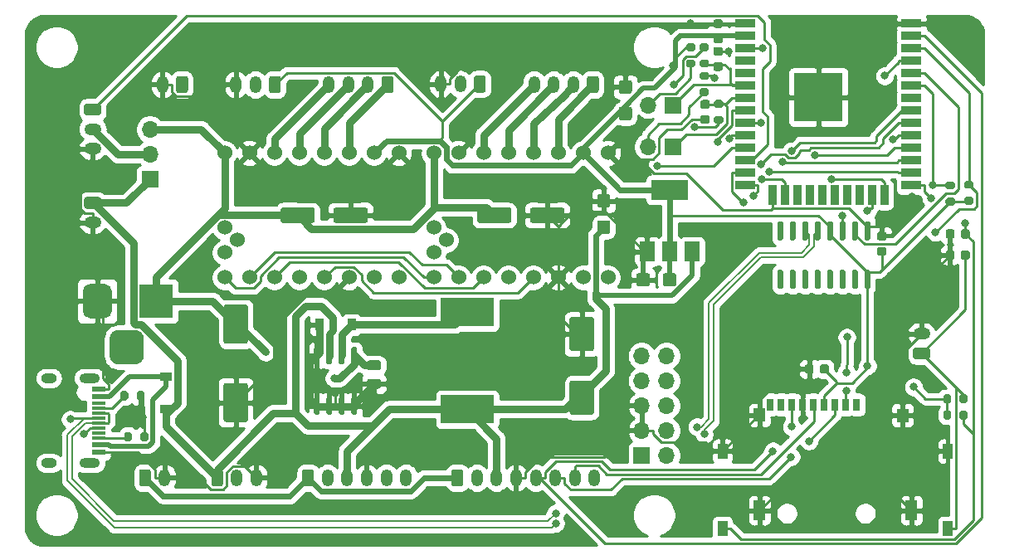
<source format=gtl>
G04 #@! TF.GenerationSoftware,KiCad,Pcbnew,(5.1.10)-1*
G04 #@! TF.CreationDate,2022-02-15T21:37:10+00:00*
G04 #@! TF.ProjectId,ESP32_Plotter_Controller_revB1,45535033-325f-4506-9c6f-747465725f43,rev?*
G04 #@! TF.SameCoordinates,Original*
G04 #@! TF.FileFunction,Copper,L1,Top*
G04 #@! TF.FilePolarity,Positive*
%FSLAX46Y46*%
G04 Gerber Fmt 4.6, Leading zero omitted, Abs format (unit mm)*
G04 Created by KiCad (PCBNEW (5.1.10)-1) date 2022-02-15 21:37:10*
%MOMM*%
%LPD*%
G01*
G04 APERTURE LIST*
G04 #@! TA.AperFunction,SMDPad,CuDef*
%ADD10R,2.000000X0.900000*%
G04 #@! TD*
G04 #@! TA.AperFunction,SMDPad,CuDef*
%ADD11R,0.900000X2.000000*%
G04 #@! TD*
G04 #@! TA.AperFunction,SMDPad,CuDef*
%ADD12R,5.000000X5.000000*%
G04 #@! TD*
G04 #@! TA.AperFunction,SMDPad,CuDef*
%ADD13R,1.200000X0.900000*%
G04 #@! TD*
G04 #@! TA.AperFunction,SMDPad,CuDef*
%ADD14R,0.900000X1.200000*%
G04 #@! TD*
G04 #@! TA.AperFunction,ComponentPad*
%ADD15O,1.200000X1.750000*%
G04 #@! TD*
G04 #@! TA.AperFunction,SMDPad,CuDef*
%ADD16R,1.450000X0.600000*%
G04 #@! TD*
G04 #@! TA.AperFunction,SMDPad,CuDef*
%ADD17R,1.450000X0.300000*%
G04 #@! TD*
G04 #@! TA.AperFunction,ComponentPad*
%ADD18O,2.100000X1.000000*%
G04 #@! TD*
G04 #@! TA.AperFunction,ComponentPad*
%ADD19O,1.600000X1.000000*%
G04 #@! TD*
G04 #@! TA.AperFunction,ComponentPad*
%ADD20R,3.500000X3.500000*%
G04 #@! TD*
G04 #@! TA.AperFunction,ComponentPad*
%ADD21C,1.524000*%
G04 #@! TD*
G04 #@! TA.AperFunction,ComponentPad*
%ADD22O,1.700000X1.700000*%
G04 #@! TD*
G04 #@! TA.AperFunction,ComponentPad*
%ADD23R,1.700000X1.700000*%
G04 #@! TD*
G04 #@! TA.AperFunction,SMDPad,CuDef*
%ADD24R,5.400000X2.900000*%
G04 #@! TD*
G04 #@! TA.AperFunction,SMDPad,CuDef*
%ADD25R,1.500000X2.000000*%
G04 #@! TD*
G04 #@! TA.AperFunction,SMDPad,CuDef*
%ADD26R,3.800000X2.000000*%
G04 #@! TD*
G04 #@! TA.AperFunction,ComponentPad*
%ADD27O,1.750000X1.200000*%
G04 #@! TD*
G04 #@! TA.AperFunction,SMDPad,CuDef*
%ADD28R,1.000000X1.500000*%
G04 #@! TD*
G04 #@! TA.AperFunction,SMDPad,CuDef*
%ADD29R,1.200000X2.000000*%
G04 #@! TD*
G04 #@! TA.AperFunction,SMDPad,CuDef*
%ADD30R,1.200000X1.400000*%
G04 #@! TD*
G04 #@! TA.AperFunction,SMDPad,CuDef*
%ADD31R,0.700000X1.300000*%
G04 #@! TD*
G04 #@! TA.AperFunction,ViaPad*
%ADD32C,0.800000*%
G04 #@! TD*
G04 #@! TA.AperFunction,Conductor*
%ADD33C,0.250000*%
G04 #@! TD*
G04 #@! TA.AperFunction,Conductor*
%ADD34C,0.750000*%
G04 #@! TD*
G04 #@! TA.AperFunction,Conductor*
%ADD35C,0.500000*%
G04 #@! TD*
G04 #@! TA.AperFunction,Conductor*
%ADD36C,0.600000*%
G04 #@! TD*
G04 #@! TA.AperFunction,Conductor*
%ADD37C,0.200000*%
G04 #@! TD*
G04 #@! TA.AperFunction,Conductor*
%ADD38C,0.254000*%
G04 #@! TD*
G04 #@! TA.AperFunction,Conductor*
%ADD39C,0.100000*%
G04 #@! TD*
G04 APERTURE END LIST*
G04 #@! TA.AperFunction,SMDPad,CuDef*
G36*
G01*
X83804000Y-103910000D02*
X81804000Y-103910000D01*
G75*
G02*
X81554000Y-103660000I0J250000D01*
G01*
X81554000Y-100660000D01*
G75*
G02*
X81804000Y-100410000I250000J0D01*
G01*
X83804000Y-100410000D01*
G75*
G02*
X84054000Y-100660000I0J-250000D01*
G01*
X84054000Y-103660000D01*
G75*
G02*
X83804000Y-103910000I-250000J0D01*
G01*
G37*
G04 #@! TD.AperFunction*
G04 #@! TA.AperFunction,SMDPad,CuDef*
G36*
G01*
X83804000Y-110410000D02*
X81804000Y-110410000D01*
G75*
G02*
X81554000Y-110160000I0J250000D01*
G01*
X81554000Y-107160000D01*
G75*
G02*
X81804000Y-106910000I250000J0D01*
G01*
X83804000Y-106910000D01*
G75*
G02*
X84054000Y-107160000I0J-250000D01*
G01*
X84054000Y-110160000D01*
G75*
G02*
X83804000Y-110410000I-250000J0D01*
G01*
G37*
G04 #@! TD.AperFunction*
D10*
X116450000Y-70485000D03*
X116450000Y-71755000D03*
X116450000Y-73025000D03*
X116450000Y-74295000D03*
X116450000Y-75565000D03*
X116450000Y-76835000D03*
X116450000Y-78105000D03*
X116450000Y-79375000D03*
X116450000Y-80645000D03*
X116450000Y-81915000D03*
X116450000Y-83185000D03*
X116450000Y-84455000D03*
X116450000Y-85725000D03*
X116450000Y-86995000D03*
D11*
X113665000Y-87995000D03*
X112395000Y-87995000D03*
X111125000Y-87995000D03*
X109855000Y-87995000D03*
X108585000Y-87995000D03*
X107315000Y-87995000D03*
X106045000Y-87995000D03*
X104775000Y-87995000D03*
X103505000Y-87995000D03*
X102235000Y-87995000D03*
D10*
X99450000Y-86995000D03*
X99450000Y-85725000D03*
X99450000Y-84455000D03*
X99450000Y-83185000D03*
X99450000Y-81915000D03*
X99450000Y-80645000D03*
X99450000Y-79375000D03*
X99450000Y-78105000D03*
X99450000Y-76835000D03*
X99450000Y-75565000D03*
X99450000Y-74295000D03*
X99450000Y-73025000D03*
X99450000Y-71755000D03*
X99450000Y-70485000D03*
D12*
X106950000Y-77985000D03*
G04 #@! TA.AperFunction,SMDPad,CuDef*
G36*
G01*
X59413000Y-108634000D02*
X59713000Y-108634000D01*
G75*
G02*
X59863000Y-108784000I0J-150000D01*
G01*
X59863000Y-110234000D01*
G75*
G02*
X59713000Y-110384000I-150000J0D01*
G01*
X59413000Y-110384000D01*
G75*
G02*
X59263000Y-110234000I0J150000D01*
G01*
X59263000Y-108784000D01*
G75*
G02*
X59413000Y-108634000I150000J0D01*
G01*
G37*
G04 #@! TD.AperFunction*
G04 #@! TA.AperFunction,SMDPad,CuDef*
G36*
G01*
X58143000Y-108634000D02*
X58443000Y-108634000D01*
G75*
G02*
X58593000Y-108784000I0J-150000D01*
G01*
X58593000Y-110234000D01*
G75*
G02*
X58443000Y-110384000I-150000J0D01*
G01*
X58143000Y-110384000D01*
G75*
G02*
X57993000Y-110234000I0J150000D01*
G01*
X57993000Y-108784000D01*
G75*
G02*
X58143000Y-108634000I150000J0D01*
G01*
G37*
G04 #@! TD.AperFunction*
G04 #@! TA.AperFunction,SMDPad,CuDef*
G36*
G01*
X56873000Y-108634000D02*
X57173000Y-108634000D01*
G75*
G02*
X57323000Y-108784000I0J-150000D01*
G01*
X57323000Y-110234000D01*
G75*
G02*
X57173000Y-110384000I-150000J0D01*
G01*
X56873000Y-110384000D01*
G75*
G02*
X56723000Y-110234000I0J150000D01*
G01*
X56723000Y-108784000D01*
G75*
G02*
X56873000Y-108634000I150000J0D01*
G01*
G37*
G04 #@! TD.AperFunction*
G04 #@! TA.AperFunction,SMDPad,CuDef*
G36*
G01*
X55603000Y-108634000D02*
X55903000Y-108634000D01*
G75*
G02*
X56053000Y-108784000I0J-150000D01*
G01*
X56053000Y-110234000D01*
G75*
G02*
X55903000Y-110384000I-150000J0D01*
G01*
X55603000Y-110384000D01*
G75*
G02*
X55453000Y-110234000I0J150000D01*
G01*
X55453000Y-108784000D01*
G75*
G02*
X55603000Y-108634000I150000J0D01*
G01*
G37*
G04 #@! TD.AperFunction*
G04 #@! TA.AperFunction,SMDPad,CuDef*
G36*
G01*
X55603000Y-103484000D02*
X55903000Y-103484000D01*
G75*
G02*
X56053000Y-103634000I0J-150000D01*
G01*
X56053000Y-105084000D01*
G75*
G02*
X55903000Y-105234000I-150000J0D01*
G01*
X55603000Y-105234000D01*
G75*
G02*
X55453000Y-105084000I0J150000D01*
G01*
X55453000Y-103634000D01*
G75*
G02*
X55603000Y-103484000I150000J0D01*
G01*
G37*
G04 #@! TD.AperFunction*
G04 #@! TA.AperFunction,SMDPad,CuDef*
G36*
G01*
X56873000Y-103484000D02*
X57173000Y-103484000D01*
G75*
G02*
X57323000Y-103634000I0J-150000D01*
G01*
X57323000Y-105084000D01*
G75*
G02*
X57173000Y-105234000I-150000J0D01*
G01*
X56873000Y-105234000D01*
G75*
G02*
X56723000Y-105084000I0J150000D01*
G01*
X56723000Y-103634000D01*
G75*
G02*
X56873000Y-103484000I150000J0D01*
G01*
G37*
G04 #@! TD.AperFunction*
G04 #@! TA.AperFunction,SMDPad,CuDef*
G36*
G01*
X58143000Y-103484000D02*
X58443000Y-103484000D01*
G75*
G02*
X58593000Y-103634000I0J-150000D01*
G01*
X58593000Y-105084000D01*
G75*
G02*
X58443000Y-105234000I-150000J0D01*
G01*
X58143000Y-105234000D01*
G75*
G02*
X57993000Y-105084000I0J150000D01*
G01*
X57993000Y-103634000D01*
G75*
G02*
X58143000Y-103484000I150000J0D01*
G01*
G37*
G04 #@! TD.AperFunction*
G04 #@! TA.AperFunction,SMDPad,CuDef*
G36*
G01*
X59413000Y-103484000D02*
X59713000Y-103484000D01*
G75*
G02*
X59863000Y-103634000I0J-150000D01*
G01*
X59863000Y-105084000D01*
G75*
G02*
X59713000Y-105234000I-150000J0D01*
G01*
X59413000Y-105234000D01*
G75*
G02*
X59263000Y-105084000I0J150000D01*
G01*
X59263000Y-103634000D01*
G75*
G02*
X59413000Y-103484000I150000J0D01*
G01*
G37*
G04 #@! TD.AperFunction*
D13*
X40386000Y-106554000D03*
X40386000Y-109854000D03*
D14*
X56008000Y-101219000D03*
X59308000Y-101219000D03*
G04 #@! TA.AperFunction,SMDPad,CuDef*
G36*
G01*
X85464201Y-89266000D02*
X84614199Y-89266000D01*
G75*
G02*
X84364200Y-89016001I0J249999D01*
G01*
X84364200Y-88115999D01*
G75*
G02*
X84614199Y-87866000I249999J0D01*
G01*
X85464201Y-87866000D01*
G75*
G02*
X85714200Y-88115999I0J-249999D01*
G01*
X85714200Y-89016001D01*
G75*
G02*
X85464201Y-89266000I-249999J0D01*
G01*
G37*
G04 #@! TD.AperFunction*
G04 #@! TA.AperFunction,SMDPad,CuDef*
G36*
G01*
X85464201Y-91966000D02*
X84614199Y-91966000D01*
G75*
G02*
X84364200Y-91716001I0J249999D01*
G01*
X84364200Y-90815999D01*
G75*
G02*
X84614199Y-90566000I249999J0D01*
G01*
X85464201Y-90566000D01*
G75*
G02*
X85714200Y-90815999I0J-249999D01*
G01*
X85714200Y-91716001D01*
G75*
G02*
X85464201Y-91966000I-249999J0D01*
G01*
G37*
G04 #@! TD.AperFunction*
G04 #@! TA.AperFunction,SMDPad,CuDef*
G36*
G01*
X89757500Y-96196599D02*
X89757500Y-97046601D01*
G75*
G02*
X89507501Y-97296600I-249999J0D01*
G01*
X88607499Y-97296600D01*
G75*
G02*
X88357500Y-97046601I0J249999D01*
G01*
X88357500Y-96196599D01*
G75*
G02*
X88607499Y-95946600I249999J0D01*
G01*
X89507501Y-95946600D01*
G75*
G02*
X89757500Y-96196599I0J-249999D01*
G01*
G37*
G04 #@! TD.AperFunction*
G04 #@! TA.AperFunction,SMDPad,CuDef*
G36*
G01*
X92457500Y-96196599D02*
X92457500Y-97046601D01*
G75*
G02*
X92207501Y-97296600I-249999J0D01*
G01*
X91307499Y-97296600D01*
G75*
G02*
X91057500Y-97046601I0J249999D01*
G01*
X91057500Y-96196599D01*
G75*
G02*
X91307499Y-95946600I249999J0D01*
G01*
X92207501Y-95946600D01*
G75*
G02*
X92457500Y-96196599I0J-249999D01*
G01*
G37*
G04 #@! TD.AperFunction*
G04 #@! TA.AperFunction,SMDPad,CuDef*
G36*
G01*
X111801000Y-95607000D02*
X112101000Y-95607000D01*
G75*
G02*
X112251000Y-95757000I0J-150000D01*
G01*
X112251000Y-97407000D01*
G75*
G02*
X112101000Y-97557000I-150000J0D01*
G01*
X111801000Y-97557000D01*
G75*
G02*
X111651000Y-97407000I0J150000D01*
G01*
X111651000Y-95757000D01*
G75*
G02*
X111801000Y-95607000I150000J0D01*
G01*
G37*
G04 #@! TD.AperFunction*
G04 #@! TA.AperFunction,SMDPad,CuDef*
G36*
G01*
X110531000Y-95607000D02*
X110831000Y-95607000D01*
G75*
G02*
X110981000Y-95757000I0J-150000D01*
G01*
X110981000Y-97407000D01*
G75*
G02*
X110831000Y-97557000I-150000J0D01*
G01*
X110531000Y-97557000D01*
G75*
G02*
X110381000Y-97407000I0J150000D01*
G01*
X110381000Y-95757000D01*
G75*
G02*
X110531000Y-95607000I150000J0D01*
G01*
G37*
G04 #@! TD.AperFunction*
G04 #@! TA.AperFunction,SMDPad,CuDef*
G36*
G01*
X109261000Y-95607000D02*
X109561000Y-95607000D01*
G75*
G02*
X109711000Y-95757000I0J-150000D01*
G01*
X109711000Y-97407000D01*
G75*
G02*
X109561000Y-97557000I-150000J0D01*
G01*
X109261000Y-97557000D01*
G75*
G02*
X109111000Y-97407000I0J150000D01*
G01*
X109111000Y-95757000D01*
G75*
G02*
X109261000Y-95607000I150000J0D01*
G01*
G37*
G04 #@! TD.AperFunction*
G04 #@! TA.AperFunction,SMDPad,CuDef*
G36*
G01*
X107991000Y-95607000D02*
X108291000Y-95607000D01*
G75*
G02*
X108441000Y-95757000I0J-150000D01*
G01*
X108441000Y-97407000D01*
G75*
G02*
X108291000Y-97557000I-150000J0D01*
G01*
X107991000Y-97557000D01*
G75*
G02*
X107841000Y-97407000I0J150000D01*
G01*
X107841000Y-95757000D01*
G75*
G02*
X107991000Y-95607000I150000J0D01*
G01*
G37*
G04 #@! TD.AperFunction*
G04 #@! TA.AperFunction,SMDPad,CuDef*
G36*
G01*
X106721000Y-95607000D02*
X107021000Y-95607000D01*
G75*
G02*
X107171000Y-95757000I0J-150000D01*
G01*
X107171000Y-97407000D01*
G75*
G02*
X107021000Y-97557000I-150000J0D01*
G01*
X106721000Y-97557000D01*
G75*
G02*
X106571000Y-97407000I0J150000D01*
G01*
X106571000Y-95757000D01*
G75*
G02*
X106721000Y-95607000I150000J0D01*
G01*
G37*
G04 #@! TD.AperFunction*
G04 #@! TA.AperFunction,SMDPad,CuDef*
G36*
G01*
X105451000Y-95607000D02*
X105751000Y-95607000D01*
G75*
G02*
X105901000Y-95757000I0J-150000D01*
G01*
X105901000Y-97407000D01*
G75*
G02*
X105751000Y-97557000I-150000J0D01*
G01*
X105451000Y-97557000D01*
G75*
G02*
X105301000Y-97407000I0J150000D01*
G01*
X105301000Y-95757000D01*
G75*
G02*
X105451000Y-95607000I150000J0D01*
G01*
G37*
G04 #@! TD.AperFunction*
G04 #@! TA.AperFunction,SMDPad,CuDef*
G36*
G01*
X104181000Y-95607000D02*
X104481000Y-95607000D01*
G75*
G02*
X104631000Y-95757000I0J-150000D01*
G01*
X104631000Y-97407000D01*
G75*
G02*
X104481000Y-97557000I-150000J0D01*
G01*
X104181000Y-97557000D01*
G75*
G02*
X104031000Y-97407000I0J150000D01*
G01*
X104031000Y-95757000D01*
G75*
G02*
X104181000Y-95607000I150000J0D01*
G01*
G37*
G04 #@! TD.AperFunction*
G04 #@! TA.AperFunction,SMDPad,CuDef*
G36*
G01*
X102911000Y-95607000D02*
X103211000Y-95607000D01*
G75*
G02*
X103361000Y-95757000I0J-150000D01*
G01*
X103361000Y-97407000D01*
G75*
G02*
X103211000Y-97557000I-150000J0D01*
G01*
X102911000Y-97557000D01*
G75*
G02*
X102761000Y-97407000I0J150000D01*
G01*
X102761000Y-95757000D01*
G75*
G02*
X102911000Y-95607000I150000J0D01*
G01*
G37*
G04 #@! TD.AperFunction*
G04 #@! TA.AperFunction,SMDPad,CuDef*
G36*
G01*
X102911000Y-90657000D02*
X103211000Y-90657000D01*
G75*
G02*
X103361000Y-90807000I0J-150000D01*
G01*
X103361000Y-92457000D01*
G75*
G02*
X103211000Y-92607000I-150000J0D01*
G01*
X102911000Y-92607000D01*
G75*
G02*
X102761000Y-92457000I0J150000D01*
G01*
X102761000Y-90807000D01*
G75*
G02*
X102911000Y-90657000I150000J0D01*
G01*
G37*
G04 #@! TD.AperFunction*
G04 #@! TA.AperFunction,SMDPad,CuDef*
G36*
G01*
X104181000Y-90657000D02*
X104481000Y-90657000D01*
G75*
G02*
X104631000Y-90807000I0J-150000D01*
G01*
X104631000Y-92457000D01*
G75*
G02*
X104481000Y-92607000I-150000J0D01*
G01*
X104181000Y-92607000D01*
G75*
G02*
X104031000Y-92457000I0J150000D01*
G01*
X104031000Y-90807000D01*
G75*
G02*
X104181000Y-90657000I150000J0D01*
G01*
G37*
G04 #@! TD.AperFunction*
G04 #@! TA.AperFunction,SMDPad,CuDef*
G36*
G01*
X105451000Y-90657000D02*
X105751000Y-90657000D01*
G75*
G02*
X105901000Y-90807000I0J-150000D01*
G01*
X105901000Y-92457000D01*
G75*
G02*
X105751000Y-92607000I-150000J0D01*
G01*
X105451000Y-92607000D01*
G75*
G02*
X105301000Y-92457000I0J150000D01*
G01*
X105301000Y-90807000D01*
G75*
G02*
X105451000Y-90657000I150000J0D01*
G01*
G37*
G04 #@! TD.AperFunction*
G04 #@! TA.AperFunction,SMDPad,CuDef*
G36*
G01*
X106721000Y-90657000D02*
X107021000Y-90657000D01*
G75*
G02*
X107171000Y-90807000I0J-150000D01*
G01*
X107171000Y-92457000D01*
G75*
G02*
X107021000Y-92607000I-150000J0D01*
G01*
X106721000Y-92607000D01*
G75*
G02*
X106571000Y-92457000I0J150000D01*
G01*
X106571000Y-90807000D01*
G75*
G02*
X106721000Y-90657000I150000J0D01*
G01*
G37*
G04 #@! TD.AperFunction*
G04 #@! TA.AperFunction,SMDPad,CuDef*
G36*
G01*
X107991000Y-90657000D02*
X108291000Y-90657000D01*
G75*
G02*
X108441000Y-90807000I0J-150000D01*
G01*
X108441000Y-92457000D01*
G75*
G02*
X108291000Y-92607000I-150000J0D01*
G01*
X107991000Y-92607000D01*
G75*
G02*
X107841000Y-92457000I0J150000D01*
G01*
X107841000Y-90807000D01*
G75*
G02*
X107991000Y-90657000I150000J0D01*
G01*
G37*
G04 #@! TD.AperFunction*
G04 #@! TA.AperFunction,SMDPad,CuDef*
G36*
G01*
X109261000Y-90657000D02*
X109561000Y-90657000D01*
G75*
G02*
X109711000Y-90807000I0J-150000D01*
G01*
X109711000Y-92457000D01*
G75*
G02*
X109561000Y-92607000I-150000J0D01*
G01*
X109261000Y-92607000D01*
G75*
G02*
X109111000Y-92457000I0J150000D01*
G01*
X109111000Y-90807000D01*
G75*
G02*
X109261000Y-90657000I150000J0D01*
G01*
G37*
G04 #@! TD.AperFunction*
G04 #@! TA.AperFunction,SMDPad,CuDef*
G36*
G01*
X110531000Y-90657000D02*
X110831000Y-90657000D01*
G75*
G02*
X110981000Y-90807000I0J-150000D01*
G01*
X110981000Y-92457000D01*
G75*
G02*
X110831000Y-92607000I-150000J0D01*
G01*
X110531000Y-92607000D01*
G75*
G02*
X110381000Y-92457000I0J150000D01*
G01*
X110381000Y-90807000D01*
G75*
G02*
X110531000Y-90657000I150000J0D01*
G01*
G37*
G04 #@! TD.AperFunction*
G04 #@! TA.AperFunction,SMDPad,CuDef*
G36*
G01*
X111801000Y-90657000D02*
X112101000Y-90657000D01*
G75*
G02*
X112251000Y-90807000I0J-150000D01*
G01*
X112251000Y-92457000D01*
G75*
G02*
X112101000Y-92607000I-150000J0D01*
G01*
X111801000Y-92607000D01*
G75*
G02*
X111651000Y-92457000I0J150000D01*
G01*
X111651000Y-90807000D01*
G75*
G02*
X111801000Y-90657000I150000J0D01*
G01*
G37*
G04 #@! TD.AperFunction*
G04 #@! TA.AperFunction,SMDPad,CuDef*
G36*
G01*
X93641500Y-72498000D02*
X94191500Y-72498000D01*
G75*
G02*
X94391500Y-72698000I0J-200000D01*
G01*
X94391500Y-73098000D01*
G75*
G02*
X94191500Y-73298000I-200000J0D01*
G01*
X93641500Y-73298000D01*
G75*
G02*
X93441500Y-73098000I0J200000D01*
G01*
X93441500Y-72698000D01*
G75*
G02*
X93641500Y-72498000I200000J0D01*
G01*
G37*
G04 #@! TD.AperFunction*
G04 #@! TA.AperFunction,SMDPad,CuDef*
G36*
G01*
X93641500Y-74148000D02*
X94191500Y-74148000D01*
G75*
G02*
X94391500Y-74348000I0J-200000D01*
G01*
X94391500Y-74748000D01*
G75*
G02*
X94191500Y-74948000I-200000J0D01*
G01*
X93641500Y-74948000D01*
G75*
G02*
X93441500Y-74748000I0J200000D01*
G01*
X93441500Y-74348000D01*
G75*
G02*
X93641500Y-74148000I200000J0D01*
G01*
G37*
G04 #@! TD.AperFunction*
D15*
X40227000Y-116840000D03*
G04 #@! TA.AperFunction,ComponentPad*
G36*
G01*
X37627000Y-117465001D02*
X37627000Y-116214999D01*
G75*
G02*
X37876999Y-115965000I249999J0D01*
G01*
X38577001Y-115965000D01*
G75*
G02*
X38827000Y-116214999I0J-249999D01*
G01*
X38827000Y-117465001D01*
G75*
G02*
X38577001Y-117715000I-249999J0D01*
G01*
X37876999Y-117715000D01*
G75*
G02*
X37627000Y-117465001I0J249999D01*
G01*
G37*
G04 #@! TD.AperFunction*
X84104000Y-116840000D03*
X82104000Y-116840000D03*
X80104000Y-116840000D03*
X78104000Y-116840000D03*
X76104000Y-116840000D03*
X74104000Y-116840000D03*
X72104000Y-116840000D03*
G04 #@! TA.AperFunction,ComponentPad*
G36*
G01*
X69504000Y-117465001D02*
X69504000Y-116214999D01*
G75*
G02*
X69753999Y-115965000I249999J0D01*
G01*
X70454001Y-115965000D01*
G75*
G02*
X70704000Y-116214999I0J-249999D01*
G01*
X70704000Y-117465001D01*
G75*
G02*
X70454001Y-117715000I-249999J0D01*
G01*
X69753999Y-117715000D01*
G75*
G02*
X69504000Y-117465001I0J249999D01*
G01*
G37*
G04 #@! TD.AperFunction*
X49593000Y-116840000D03*
X47593000Y-116840000D03*
G04 #@! TA.AperFunction,ComponentPad*
G36*
G01*
X44993000Y-117465001D02*
X44993000Y-116214999D01*
G75*
G02*
X45242999Y-115965000I249999J0D01*
G01*
X45943001Y-115965000D01*
G75*
G02*
X46193000Y-116214999I0J-249999D01*
G01*
X46193000Y-117465001D01*
G75*
G02*
X45943001Y-117715000I-249999J0D01*
G01*
X45242999Y-117715000D01*
G75*
G02*
X44993000Y-117465001I0J249999D01*
G01*
G37*
G04 #@! TD.AperFunction*
X64864000Y-116840000D03*
X62864000Y-116840000D03*
X60864000Y-116840000D03*
X58864000Y-116840000D03*
X56864000Y-116840000D03*
G04 #@! TA.AperFunction,ComponentPad*
G36*
G01*
X54264000Y-117465001D02*
X54264000Y-116214999D01*
G75*
G02*
X54513999Y-115965000I249999J0D01*
G01*
X55214001Y-115965000D01*
G75*
G02*
X55464000Y-116214999I0J-249999D01*
G01*
X55464000Y-117465001D01*
G75*
G02*
X55214001Y-117715000I-249999J0D01*
G01*
X54513999Y-117715000D01*
G75*
G02*
X54264000Y-117465001I0J249999D01*
G01*
G37*
G04 #@! TD.AperFunction*
D16*
X33509000Y-114248000D03*
X33509000Y-113448000D03*
X33509000Y-108548000D03*
X33509000Y-107748000D03*
X33509000Y-107748000D03*
X33509000Y-108548000D03*
X33509000Y-113448000D03*
X33509000Y-114248000D03*
D17*
X33509000Y-109248000D03*
X33509000Y-109748000D03*
X33509000Y-110248000D03*
X33509000Y-111248000D03*
X33509000Y-111748000D03*
X33509000Y-112248000D03*
X33509000Y-112748000D03*
X33509000Y-110748000D03*
D18*
X32594000Y-115318000D03*
X32594000Y-106678000D03*
D19*
X28414000Y-106678000D03*
X28414000Y-115318000D03*
G04 #@! TA.AperFunction,ComponentPad*
G36*
G01*
X34620000Y-104381000D02*
X34620000Y-102631000D01*
G75*
G02*
X35495000Y-101756000I875000J0D01*
G01*
X37245000Y-101756000D01*
G75*
G02*
X38120000Y-102631000I0J-875000D01*
G01*
X38120000Y-104381000D01*
G75*
G02*
X37245000Y-105256000I-875000J0D01*
G01*
X35495000Y-105256000D01*
G75*
G02*
X34620000Y-104381000I0J875000D01*
G01*
G37*
G04 #@! TD.AperFunction*
G04 #@! TA.AperFunction,ComponentPad*
G36*
G01*
X31870000Y-99806000D02*
X31870000Y-97806000D01*
G75*
G02*
X32620000Y-97056000I750000J0D01*
G01*
X34120000Y-97056000D01*
G75*
G02*
X34870000Y-97806000I0J-750000D01*
G01*
X34870000Y-99806000D01*
G75*
G02*
X34120000Y-100556000I-750000J0D01*
G01*
X32620000Y-100556000D01*
G75*
G02*
X31870000Y-99806000I0J750000D01*
G01*
G37*
G04 #@! TD.AperFunction*
D20*
X39370000Y-98806000D03*
D15*
X68408800Y-76657200D03*
X70408800Y-76657200D03*
G04 #@! TA.AperFunction,ComponentPad*
G36*
G01*
X73008800Y-76032199D02*
X73008800Y-77282201D01*
G75*
G02*
X72758801Y-77532200I-249999J0D01*
G01*
X72058799Y-77532200D01*
G75*
G02*
X71808800Y-77282201I0J249999D01*
G01*
X71808800Y-76032199D01*
G75*
G02*
X72058799Y-75782200I249999J0D01*
G01*
X72758801Y-75782200D01*
G75*
G02*
X73008800Y-76032199I0J-249999D01*
G01*
G37*
G04 #@! TD.AperFunction*
X47498500Y-76708000D03*
X49498500Y-76708000D03*
G04 #@! TA.AperFunction,ComponentPad*
G36*
G01*
X52098500Y-76082999D02*
X52098500Y-77333001D01*
G75*
G02*
X51848501Y-77583000I-249999J0D01*
G01*
X51148499Y-77583000D01*
G75*
G02*
X50898500Y-77333001I0J249999D01*
G01*
X50898500Y-76082999D01*
G75*
G02*
X51148499Y-75833000I249999J0D01*
G01*
X51848501Y-75833000D01*
G75*
G02*
X52098500Y-76082999I0J-249999D01*
G01*
G37*
G04 #@! TD.AperFunction*
X56979300Y-76708000D03*
X58979300Y-76708000D03*
X60979300Y-76708000D03*
G04 #@! TA.AperFunction,ComponentPad*
G36*
G01*
X63579300Y-76082999D02*
X63579300Y-77333001D01*
G75*
G02*
X63329301Y-77583000I-249999J0D01*
G01*
X62629299Y-77583000D01*
G75*
G02*
X62379300Y-77333001I0J249999D01*
G01*
X62379300Y-76082999D01*
G75*
G02*
X62629299Y-75833000I249999J0D01*
G01*
X63329301Y-75833000D01*
G75*
G02*
X63579300Y-76082999I0J-249999D01*
G01*
G37*
G04 #@! TD.AperFunction*
X77934300Y-76708000D03*
X79934300Y-76708000D03*
X81934300Y-76708000D03*
G04 #@! TA.AperFunction,ComponentPad*
G36*
G01*
X84534300Y-76082999D02*
X84534300Y-77333001D01*
G75*
G02*
X84284301Y-77583000I-249999J0D01*
G01*
X83584299Y-77583000D01*
G75*
G02*
X83334300Y-77333001I0J249999D01*
G01*
X83334300Y-76082999D01*
G75*
G02*
X83584299Y-75833000I249999J0D01*
G01*
X84284301Y-75833000D01*
G75*
G02*
X84534300Y-76082999I0J-249999D01*
G01*
G37*
G04 #@! TD.AperFunction*
X40024300Y-76708000D03*
G04 #@! TA.AperFunction,ComponentPad*
G36*
G01*
X42624300Y-76082999D02*
X42624300Y-77333001D01*
G75*
G02*
X42374301Y-77583000I-249999J0D01*
G01*
X41674299Y-77583000D01*
G75*
G02*
X41424300Y-77333001I0J249999D01*
G01*
X41424300Y-76082999D01*
G75*
G02*
X41674299Y-75833000I249999J0D01*
G01*
X42374301Y-75833000D01*
G75*
G02*
X42624300Y-76082999I0J-249999D01*
G01*
G37*
G04 #@! TD.AperFunction*
D21*
X68961000Y-92583000D03*
X67691000Y-91313000D03*
X67691000Y-93853000D03*
X85471000Y-96393000D03*
X82931000Y-96393000D03*
X80391000Y-96393000D03*
X77851000Y-96393000D03*
X75311000Y-96393000D03*
X72771000Y-96393000D03*
X70231000Y-96393000D03*
X67691000Y-96393000D03*
X67691000Y-83693000D03*
X70231000Y-83693000D03*
X72771000Y-83693000D03*
X75311000Y-83693000D03*
X77851000Y-83693000D03*
X80391000Y-83693000D03*
X82931000Y-83693000D03*
X85471000Y-83693000D03*
X47625000Y-92583000D03*
X46355000Y-91313000D03*
X46355000Y-93853000D03*
X64135000Y-96393000D03*
X61595000Y-96393000D03*
X59055000Y-96393000D03*
X56515000Y-96393000D03*
X53975000Y-96393000D03*
X51435000Y-96393000D03*
X48895000Y-96393000D03*
X46355000Y-96393000D03*
X46355000Y-83693000D03*
X48895000Y-83693000D03*
X51435000Y-83693000D03*
X53975000Y-83693000D03*
X56515000Y-83693000D03*
X59055000Y-83693000D03*
X61595000Y-83693000D03*
X64135000Y-83693000D03*
G04 #@! TA.AperFunction,SMDPad,CuDef*
G36*
G01*
X46498000Y-107156000D02*
X48498000Y-107156000D01*
G75*
G02*
X48748000Y-107406000I0J-250000D01*
G01*
X48748000Y-110906000D01*
G75*
G02*
X48498000Y-111156000I-250000J0D01*
G01*
X46498000Y-111156000D01*
G75*
G02*
X46248000Y-110906000I0J250000D01*
G01*
X46248000Y-107406000D01*
G75*
G02*
X46498000Y-107156000I250000J0D01*
G01*
G37*
G04 #@! TD.AperFunction*
G04 #@! TA.AperFunction,SMDPad,CuDef*
G36*
G01*
X46498000Y-99156000D02*
X48498000Y-99156000D01*
G75*
G02*
X48748000Y-99406000I0J-250000D01*
G01*
X48748000Y-102906000D01*
G75*
G02*
X48498000Y-103156000I-250000J0D01*
G01*
X46498000Y-103156000D01*
G75*
G02*
X46248000Y-102906000I0J250000D01*
G01*
X46248000Y-99406000D01*
G75*
G02*
X46498000Y-99156000I250000J0D01*
G01*
G37*
G04 #@! TD.AperFunction*
G04 #@! TA.AperFunction,SMDPad,CuDef*
G36*
G01*
X61120000Y-106749000D02*
X62070000Y-106749000D01*
G75*
G02*
X62320000Y-106999000I0J-250000D01*
G01*
X62320000Y-107499000D01*
G75*
G02*
X62070000Y-107749000I-250000J0D01*
G01*
X61120000Y-107749000D01*
G75*
G02*
X60870000Y-107499000I0J250000D01*
G01*
X60870000Y-106999000D01*
G75*
G02*
X61120000Y-106749000I250000J0D01*
G01*
G37*
G04 #@! TD.AperFunction*
G04 #@! TA.AperFunction,SMDPad,CuDef*
G36*
G01*
X61120000Y-104849000D02*
X62070000Y-104849000D01*
G75*
G02*
X62320000Y-105099000I0J-250000D01*
G01*
X62320000Y-105599000D01*
G75*
G02*
X62070000Y-105849000I-250000J0D01*
G01*
X61120000Y-105849000D01*
G75*
G02*
X60870000Y-105599000I0J250000D01*
G01*
X60870000Y-105099000D01*
G75*
G02*
X61120000Y-104849000I250000J0D01*
G01*
G37*
G04 #@! TD.AperFunction*
G04 #@! TA.AperFunction,SMDPad,CuDef*
G36*
G01*
X77531000Y-90593000D02*
X77531000Y-89493000D01*
G75*
G02*
X77781000Y-89243000I250000J0D01*
G01*
X80781000Y-89243000D01*
G75*
G02*
X81031000Y-89493000I0J-250000D01*
G01*
X81031000Y-90593000D01*
G75*
G02*
X80781000Y-90843000I-250000J0D01*
G01*
X77781000Y-90843000D01*
G75*
G02*
X77531000Y-90593000I0J250000D01*
G01*
G37*
G04 #@! TD.AperFunction*
G04 #@! TA.AperFunction,SMDPad,CuDef*
G36*
G01*
X72131000Y-90593000D02*
X72131000Y-89493000D01*
G75*
G02*
X72381000Y-89243000I250000J0D01*
G01*
X75381000Y-89243000D01*
G75*
G02*
X75631000Y-89493000I0J-250000D01*
G01*
X75631000Y-90593000D01*
G75*
G02*
X75381000Y-90843000I-250000J0D01*
G01*
X72381000Y-90843000D01*
G75*
G02*
X72131000Y-90593000I0J250000D01*
G01*
G37*
G04 #@! TD.AperFunction*
G04 #@! TA.AperFunction,SMDPad,CuDef*
G36*
G01*
X57465000Y-90593000D02*
X57465000Y-89493000D01*
G75*
G02*
X57715000Y-89243000I250000J0D01*
G01*
X60715000Y-89243000D01*
G75*
G02*
X60965000Y-89493000I0J-250000D01*
G01*
X60965000Y-90593000D01*
G75*
G02*
X60715000Y-90843000I-250000J0D01*
G01*
X57715000Y-90843000D01*
G75*
G02*
X57465000Y-90593000I0J250000D01*
G01*
G37*
G04 #@! TD.AperFunction*
G04 #@! TA.AperFunction,SMDPad,CuDef*
G36*
G01*
X52065000Y-90593000D02*
X52065000Y-89493000D01*
G75*
G02*
X52315000Y-89243000I250000J0D01*
G01*
X55315000Y-89243000D01*
G75*
G02*
X55565000Y-89493000I0J-250000D01*
G01*
X55565000Y-90593000D01*
G75*
G02*
X55315000Y-90843000I-250000J0D01*
G01*
X52315000Y-90843000D01*
G75*
G02*
X52065000Y-90593000I0J250000D01*
G01*
G37*
G04 #@! TD.AperFunction*
D22*
X89598500Y-78803500D03*
D23*
X92138500Y-78803500D03*
D22*
X89535000Y-83058000D03*
D23*
X92075000Y-83058000D03*
D22*
X38735000Y-81280000D03*
X38735000Y-83820000D03*
D23*
X38735000Y-86360000D03*
D24*
X71120000Y-109852000D03*
X71120000Y-99952000D03*
G04 #@! TA.AperFunction,SMDPad,CuDef*
G36*
G01*
X95588500Y-73298000D02*
X95038500Y-73298000D01*
G75*
G02*
X94838500Y-73098000I0J200000D01*
G01*
X94838500Y-72698000D01*
G75*
G02*
X95038500Y-72498000I200000J0D01*
G01*
X95588500Y-72498000D01*
G75*
G02*
X95788500Y-72698000I0J-200000D01*
G01*
X95788500Y-73098000D01*
G75*
G02*
X95588500Y-73298000I-200000J0D01*
G01*
G37*
G04 #@! TD.AperFunction*
G04 #@! TA.AperFunction,SMDPad,CuDef*
G36*
G01*
X95588500Y-74948000D02*
X95038500Y-74948000D01*
G75*
G02*
X94838500Y-74748000I0J200000D01*
G01*
X94838500Y-74348000D01*
G75*
G02*
X95038500Y-74148000I200000J0D01*
G01*
X95588500Y-74148000D01*
G75*
G02*
X95788500Y-74348000I0J-200000D01*
G01*
X95788500Y-74748000D01*
G75*
G02*
X95588500Y-74948000I-200000J0D01*
G01*
G37*
G04 #@! TD.AperFunction*
G04 #@! TA.AperFunction,SMDPad,CuDef*
G36*
G01*
X96499000Y-79927000D02*
X97049000Y-79927000D01*
G75*
G02*
X97249000Y-80127000I0J-200000D01*
G01*
X97249000Y-80527000D01*
G75*
G02*
X97049000Y-80727000I-200000J0D01*
G01*
X96499000Y-80727000D01*
G75*
G02*
X96299000Y-80527000I0J200000D01*
G01*
X96299000Y-80127000D01*
G75*
G02*
X96499000Y-79927000I200000J0D01*
G01*
G37*
G04 #@! TD.AperFunction*
G04 #@! TA.AperFunction,SMDPad,CuDef*
G36*
G01*
X96499000Y-78277000D02*
X97049000Y-78277000D01*
G75*
G02*
X97249000Y-78477000I0J-200000D01*
G01*
X97249000Y-78877000D01*
G75*
G02*
X97049000Y-79077000I-200000J0D01*
G01*
X96499000Y-79077000D01*
G75*
G02*
X96299000Y-78877000I0J200000D01*
G01*
X96299000Y-78477000D01*
G75*
G02*
X96499000Y-78277000I200000J0D01*
G01*
G37*
G04 #@! TD.AperFunction*
G04 #@! TA.AperFunction,SMDPad,CuDef*
G36*
G01*
X120671000Y-87395000D02*
X120121000Y-87395000D01*
G75*
G02*
X119921000Y-87195000I0J200000D01*
G01*
X119921000Y-86795000D01*
G75*
G02*
X120121000Y-86595000I200000J0D01*
G01*
X120671000Y-86595000D01*
G75*
G02*
X120871000Y-86795000I0J-200000D01*
G01*
X120871000Y-87195000D01*
G75*
G02*
X120671000Y-87395000I-200000J0D01*
G01*
G37*
G04 #@! TD.AperFunction*
G04 #@! TA.AperFunction,SMDPad,CuDef*
G36*
G01*
X120671000Y-89045000D02*
X120121000Y-89045000D01*
G75*
G02*
X119921000Y-88845000I0J200000D01*
G01*
X119921000Y-88445000D01*
G75*
G02*
X120121000Y-88245000I200000J0D01*
G01*
X120671000Y-88245000D01*
G75*
G02*
X120871000Y-88445000I0J-200000D01*
G01*
X120871000Y-88845000D01*
G75*
G02*
X120671000Y-89045000I-200000J0D01*
G01*
G37*
G04 #@! TD.AperFunction*
G04 #@! TA.AperFunction,SMDPad,CuDef*
G36*
G01*
X122576000Y-87332000D02*
X122026000Y-87332000D01*
G75*
G02*
X121826000Y-87132000I0J200000D01*
G01*
X121826000Y-86732000D01*
G75*
G02*
X122026000Y-86532000I200000J0D01*
G01*
X122576000Y-86532000D01*
G75*
G02*
X122776000Y-86732000I0J-200000D01*
G01*
X122776000Y-87132000D01*
G75*
G02*
X122576000Y-87332000I-200000J0D01*
G01*
G37*
G04 #@! TD.AperFunction*
G04 #@! TA.AperFunction,SMDPad,CuDef*
G36*
G01*
X122576000Y-88982000D02*
X122026000Y-88982000D01*
G75*
G02*
X121826000Y-88782000I0J200000D01*
G01*
X121826000Y-88382000D01*
G75*
G02*
X122026000Y-88182000I200000J0D01*
G01*
X122576000Y-88182000D01*
G75*
G02*
X122776000Y-88382000I0J-200000D01*
G01*
X122776000Y-88782000D01*
G75*
G02*
X122576000Y-88982000I-200000J0D01*
G01*
G37*
G04 #@! TD.AperFunction*
G04 #@! TA.AperFunction,SMDPad,CuDef*
G36*
G01*
X95127000Y-79827000D02*
X95627000Y-79827000D01*
G75*
G02*
X95852000Y-80052000I0J-225000D01*
G01*
X95852000Y-80502000D01*
G75*
G02*
X95627000Y-80727000I-225000J0D01*
G01*
X95127000Y-80727000D01*
G75*
G02*
X94902000Y-80502000I0J225000D01*
G01*
X94902000Y-80052000D01*
G75*
G02*
X95127000Y-79827000I225000J0D01*
G01*
G37*
G04 #@! TD.AperFunction*
G04 #@! TA.AperFunction,SMDPad,CuDef*
G36*
G01*
X95127000Y-78277000D02*
X95627000Y-78277000D01*
G75*
G02*
X95852000Y-78502000I0J-225000D01*
G01*
X95852000Y-78952000D01*
G75*
G02*
X95627000Y-79177000I-225000J0D01*
G01*
X95127000Y-79177000D01*
G75*
G02*
X94902000Y-78952000I0J225000D01*
G01*
X94902000Y-78502000D01*
G75*
G02*
X95127000Y-78277000I225000J0D01*
G01*
G37*
G04 #@! TD.AperFunction*
G04 #@! TA.AperFunction,SMDPad,CuDef*
G36*
G01*
X96960500Y-73766500D02*
X96460500Y-73766500D01*
G75*
G02*
X96235500Y-73541500I0J225000D01*
G01*
X96235500Y-73091500D01*
G75*
G02*
X96460500Y-72866500I225000J0D01*
G01*
X96960500Y-72866500D01*
G75*
G02*
X97185500Y-73091500I0J-225000D01*
G01*
X97185500Y-73541500D01*
G75*
G02*
X96960500Y-73766500I-225000J0D01*
G01*
G37*
G04 #@! TD.AperFunction*
G04 #@! TA.AperFunction,SMDPad,CuDef*
G36*
G01*
X96960500Y-75316500D02*
X96460500Y-75316500D01*
G75*
G02*
X96235500Y-75091500I0J225000D01*
G01*
X96235500Y-74641500D01*
G75*
G02*
X96460500Y-74416500I225000J0D01*
G01*
X96960500Y-74416500D01*
G75*
G02*
X97185500Y-74641500I0J-225000D01*
G01*
X97185500Y-75091500D01*
G75*
G02*
X96960500Y-75316500I-225000J0D01*
G01*
G37*
G04 #@! TD.AperFunction*
D22*
X91440000Y-104394000D03*
X88900000Y-104394000D03*
X91440000Y-106934000D03*
X88900000Y-106934000D03*
X91440000Y-109474000D03*
X88900000Y-109474000D03*
X91440000Y-112014000D03*
X88900000Y-112014000D03*
X91440000Y-114554000D03*
D23*
X88900000Y-114554000D03*
G04 #@! TA.AperFunction,SMDPad,CuDef*
G36*
G01*
X121483000Y-92198000D02*
X121483000Y-91698000D01*
G75*
G02*
X121708000Y-91473000I225000J0D01*
G01*
X122158000Y-91473000D01*
G75*
G02*
X122383000Y-91698000I0J-225000D01*
G01*
X122383000Y-92198000D01*
G75*
G02*
X122158000Y-92423000I-225000J0D01*
G01*
X121708000Y-92423000D01*
G75*
G02*
X121483000Y-92198000I0J225000D01*
G01*
G37*
G04 #@! TD.AperFunction*
G04 #@! TA.AperFunction,SMDPad,CuDef*
G36*
G01*
X119933000Y-92198000D02*
X119933000Y-91698000D01*
G75*
G02*
X120158000Y-91473000I225000J0D01*
G01*
X120608000Y-91473000D01*
G75*
G02*
X120833000Y-91698000I0J-225000D01*
G01*
X120833000Y-92198000D01*
G75*
G02*
X120608000Y-92423000I-225000J0D01*
G01*
X120158000Y-92423000D01*
G75*
G02*
X119933000Y-92198000I0J225000D01*
G01*
G37*
G04 #@! TD.AperFunction*
G04 #@! TA.AperFunction,SMDPad,CuDef*
G36*
G01*
X120833000Y-93857000D02*
X120833000Y-94357000D01*
G75*
G02*
X120608000Y-94582000I-225000J0D01*
G01*
X120158000Y-94582000D01*
G75*
G02*
X119933000Y-94357000I0J225000D01*
G01*
X119933000Y-93857000D01*
G75*
G02*
X120158000Y-93632000I225000J0D01*
G01*
X120608000Y-93632000D01*
G75*
G02*
X120833000Y-93857000I0J-225000D01*
G01*
G37*
G04 #@! TD.AperFunction*
G04 #@! TA.AperFunction,SMDPad,CuDef*
G36*
G01*
X122383000Y-93857000D02*
X122383000Y-94357000D01*
G75*
G02*
X122158000Y-94582000I-225000J0D01*
G01*
X121708000Y-94582000D01*
G75*
G02*
X121483000Y-94357000I0J225000D01*
G01*
X121483000Y-93857000D01*
G75*
G02*
X121708000Y-93632000I225000J0D01*
G01*
X122158000Y-93632000D01*
G75*
G02*
X122383000Y-93857000I0J-225000D01*
G01*
G37*
G04 #@! TD.AperFunction*
D25*
X89470200Y-93751800D03*
X94070200Y-93751800D03*
X91770200Y-93751800D03*
D26*
X91770200Y-87451800D03*
D27*
X32893000Y-90773000D03*
G04 #@! TA.AperFunction,ComponentPad*
G36*
G01*
X32267999Y-88173000D02*
X33518001Y-88173000D01*
G75*
G02*
X33768000Y-88422999I0J-249999D01*
G01*
X33768000Y-89123001D01*
G75*
G02*
X33518001Y-89373000I-249999J0D01*
G01*
X32267999Y-89373000D01*
G75*
G02*
X32018000Y-89123001I0J249999D01*
G01*
X32018000Y-88422999D01*
G75*
G02*
X32267999Y-88173000I249999J0D01*
G01*
G37*
G04 #@! TD.AperFunction*
X32893000Y-83248000D03*
X32893000Y-81248000D03*
G04 #@! TA.AperFunction,ComponentPad*
G36*
G01*
X32267999Y-78648000D02*
X33518001Y-78648000D01*
G75*
G02*
X33768000Y-78897999I0J-249999D01*
G01*
X33768000Y-79598001D01*
G75*
G02*
X33518001Y-79848000I-249999J0D01*
G01*
X32267999Y-79848000D01*
G75*
G02*
X32018000Y-79598001I0J249999D01*
G01*
X32018000Y-78897999D01*
G75*
G02*
X32267999Y-78648000I249999J0D01*
G01*
G37*
G04 #@! TD.AperFunction*
X117475000Y-102140000D03*
G04 #@! TA.AperFunction,ComponentPad*
G36*
G01*
X118100001Y-104740000D02*
X116849999Y-104740000D01*
G75*
G02*
X116600000Y-104490001I0J249999D01*
G01*
X116600000Y-103789999D01*
G75*
G02*
X116849999Y-103540000I249999J0D01*
G01*
X118100001Y-103540000D01*
G75*
G02*
X118350000Y-103789999I0J-249999D01*
G01*
X118350000Y-104490001D01*
G75*
G02*
X118100001Y-104740000I-249999J0D01*
G01*
G37*
G04 #@! TD.AperFunction*
D28*
X97155000Y-122022000D03*
X97155000Y-114122000D03*
X120142000Y-122022000D03*
X120142000Y-114122000D03*
G04 #@! TA.AperFunction,SMDPad,CuDef*
G36*
G01*
X37763000Y-112924000D02*
X37763000Y-112374000D01*
G75*
G02*
X37963000Y-112174000I200000J0D01*
G01*
X38363000Y-112174000D01*
G75*
G02*
X38563000Y-112374000I0J-200000D01*
G01*
X38563000Y-112924000D01*
G75*
G02*
X38363000Y-113124000I-200000J0D01*
G01*
X37963000Y-113124000D01*
G75*
G02*
X37763000Y-112924000I0J200000D01*
G01*
G37*
G04 #@! TD.AperFunction*
G04 #@! TA.AperFunction,SMDPad,CuDef*
G36*
G01*
X36113000Y-112924000D02*
X36113000Y-112374000D01*
G75*
G02*
X36313000Y-112174000I200000J0D01*
G01*
X36713000Y-112174000D01*
G75*
G02*
X36913000Y-112374000I0J-200000D01*
G01*
X36913000Y-112924000D01*
G75*
G02*
X36713000Y-113124000I-200000J0D01*
G01*
X36313000Y-113124000D01*
G75*
G02*
X36113000Y-112924000I0J200000D01*
G01*
G37*
G04 #@! TD.AperFunction*
G04 #@! TA.AperFunction,SMDPad,CuDef*
G36*
G01*
X37382000Y-108733000D02*
X37382000Y-108183000D01*
G75*
G02*
X37582000Y-107983000I200000J0D01*
G01*
X37982000Y-107983000D01*
G75*
G02*
X38182000Y-108183000I0J-200000D01*
G01*
X38182000Y-108733000D01*
G75*
G02*
X37982000Y-108933000I-200000J0D01*
G01*
X37582000Y-108933000D01*
G75*
G02*
X37382000Y-108733000I0J200000D01*
G01*
G37*
G04 #@! TD.AperFunction*
G04 #@! TA.AperFunction,SMDPad,CuDef*
G36*
G01*
X35732000Y-108733000D02*
X35732000Y-108183000D01*
G75*
G02*
X35932000Y-107983000I200000J0D01*
G01*
X36332000Y-107983000D01*
G75*
G02*
X36532000Y-108183000I0J-200000D01*
G01*
X36532000Y-108733000D01*
G75*
G02*
X36332000Y-108933000I-200000J0D01*
G01*
X35932000Y-108933000D01*
G75*
G02*
X35732000Y-108733000I0J200000D01*
G01*
G37*
G04 #@! TD.AperFunction*
D29*
X116430000Y-120162000D03*
X100930000Y-120162000D03*
D30*
X115530000Y-110462000D03*
X100930000Y-110437000D03*
D31*
X110830000Y-109362000D03*
X109730000Y-109362000D03*
X108630000Y-109362000D03*
X107530000Y-109362000D03*
X106430000Y-109362000D03*
X105330000Y-109362000D03*
X104230000Y-109362000D03*
X103130000Y-109362000D03*
X102030000Y-109362000D03*
G04 #@! TA.AperFunction,SMDPad,CuDef*
G36*
G01*
X120479500Y-110151500D02*
X120479500Y-110701500D01*
G75*
G02*
X120279500Y-110901500I-200000J0D01*
G01*
X119879500Y-110901500D01*
G75*
G02*
X119679500Y-110701500I0J200000D01*
G01*
X119679500Y-110151500D01*
G75*
G02*
X119879500Y-109951500I200000J0D01*
G01*
X120279500Y-109951500D01*
G75*
G02*
X120479500Y-110151500I0J-200000D01*
G01*
G37*
G04 #@! TD.AperFunction*
G04 #@! TA.AperFunction,SMDPad,CuDef*
G36*
G01*
X122129500Y-110151500D02*
X122129500Y-110701500D01*
G75*
G02*
X121929500Y-110901500I-200000J0D01*
G01*
X121529500Y-110901500D01*
G75*
G02*
X121329500Y-110701500I0J200000D01*
G01*
X121329500Y-110151500D01*
G75*
G02*
X121529500Y-109951500I200000J0D01*
G01*
X121929500Y-109951500D01*
G75*
G02*
X122129500Y-110151500I0J-200000D01*
G01*
G37*
G04 #@! TD.AperFunction*
G04 #@! TA.AperFunction,SMDPad,CuDef*
G36*
G01*
X121328500Y-109050500D02*
X121328500Y-108500500D01*
G75*
G02*
X121528500Y-108300500I200000J0D01*
G01*
X121928500Y-108300500D01*
G75*
G02*
X122128500Y-108500500I0J-200000D01*
G01*
X122128500Y-109050500D01*
G75*
G02*
X121928500Y-109250500I-200000J0D01*
G01*
X121528500Y-109250500D01*
G75*
G02*
X121328500Y-109050500I0J200000D01*
G01*
G37*
G04 #@! TD.AperFunction*
G04 #@! TA.AperFunction,SMDPad,CuDef*
G36*
G01*
X119678500Y-109050500D02*
X119678500Y-108500500D01*
G75*
G02*
X119878500Y-108300500I200000J0D01*
G01*
X120278500Y-108300500D01*
G75*
G02*
X120478500Y-108500500I0J-200000D01*
G01*
X120478500Y-109050500D01*
G75*
G02*
X120278500Y-109250500I-200000J0D01*
G01*
X119878500Y-109250500D01*
G75*
G02*
X119678500Y-109050500I0J200000D01*
G01*
G37*
G04 #@! TD.AperFunction*
G04 #@! TA.AperFunction,SMDPad,CuDef*
G36*
G01*
X95038500Y-77070000D02*
X95588500Y-77070000D01*
G75*
G02*
X95788500Y-77270000I0J-200000D01*
G01*
X95788500Y-77670000D01*
G75*
G02*
X95588500Y-77870000I-200000J0D01*
G01*
X95038500Y-77870000D01*
G75*
G02*
X94838500Y-77670000I0J200000D01*
G01*
X94838500Y-77270000D01*
G75*
G02*
X95038500Y-77070000I200000J0D01*
G01*
G37*
G04 #@! TD.AperFunction*
G04 #@! TA.AperFunction,SMDPad,CuDef*
G36*
G01*
X95038500Y-75420000D02*
X95588500Y-75420000D01*
G75*
G02*
X95788500Y-75620000I0J-200000D01*
G01*
X95788500Y-76020000D01*
G75*
G02*
X95588500Y-76220000I-200000J0D01*
G01*
X95038500Y-76220000D01*
G75*
G02*
X94838500Y-76020000I0J200000D01*
G01*
X94838500Y-75620000D01*
G75*
G02*
X95038500Y-75420000I200000J0D01*
G01*
G37*
G04 #@! TD.AperFunction*
G04 #@! TA.AperFunction,SMDPad,CuDef*
G36*
G01*
X96960500Y-70935000D02*
X96460500Y-70935000D01*
G75*
G02*
X96235500Y-70710000I0J225000D01*
G01*
X96235500Y-70260000D01*
G75*
G02*
X96460500Y-70035000I225000J0D01*
G01*
X96960500Y-70035000D01*
G75*
G02*
X97185500Y-70260000I0J-225000D01*
G01*
X97185500Y-70710000D01*
G75*
G02*
X96960500Y-70935000I-225000J0D01*
G01*
G37*
G04 #@! TD.AperFunction*
G04 #@! TA.AperFunction,SMDPad,CuDef*
G36*
G01*
X96960500Y-72485000D02*
X96460500Y-72485000D01*
G75*
G02*
X96235500Y-72260000I0J225000D01*
G01*
X96235500Y-71810000D01*
G75*
G02*
X96460500Y-71585000I225000J0D01*
G01*
X96960500Y-71585000D01*
G75*
G02*
X97185500Y-71810000I0J-225000D01*
G01*
X97185500Y-72260000D01*
G75*
G02*
X96960500Y-72485000I-225000J0D01*
G01*
G37*
G04 #@! TD.AperFunction*
G04 #@! TA.AperFunction,SMDPad,CuDef*
G36*
G01*
X113661000Y-94176600D02*
X113161000Y-94176600D01*
G75*
G02*
X112936000Y-93951600I0J225000D01*
G01*
X112936000Y-93501600D01*
G75*
G02*
X113161000Y-93276600I225000J0D01*
G01*
X113661000Y-93276600D01*
G75*
G02*
X113886000Y-93501600I0J-225000D01*
G01*
X113886000Y-93951600D01*
G75*
G02*
X113661000Y-94176600I-225000J0D01*
G01*
G37*
G04 #@! TD.AperFunction*
G04 #@! TA.AperFunction,SMDPad,CuDef*
G36*
G01*
X113661000Y-92626600D02*
X113161000Y-92626600D01*
G75*
G02*
X112936000Y-92401600I0J225000D01*
G01*
X112936000Y-91951600D01*
G75*
G02*
X113161000Y-91726600I225000J0D01*
G01*
X113661000Y-91726600D01*
G75*
G02*
X113886000Y-91951600I0J-225000D01*
G01*
X113886000Y-92401600D01*
G75*
G02*
X113661000Y-92626600I-225000J0D01*
G01*
G37*
G04 #@! TD.AperFunction*
G04 #@! TA.AperFunction,SMDPad,CuDef*
G36*
G01*
X108006600Y-105490200D02*
X108006600Y-105990200D01*
G75*
G02*
X107781600Y-106215200I-225000J0D01*
G01*
X107331600Y-106215200D01*
G75*
G02*
X107106600Y-105990200I0J225000D01*
G01*
X107106600Y-105490200D01*
G75*
G02*
X107331600Y-105265200I225000J0D01*
G01*
X107781600Y-105265200D01*
G75*
G02*
X108006600Y-105490200I0J-225000D01*
G01*
G37*
G04 #@! TD.AperFunction*
G04 #@! TA.AperFunction,SMDPad,CuDef*
G36*
G01*
X106456600Y-105490200D02*
X106456600Y-105990200D01*
G75*
G02*
X106231600Y-106215200I-225000J0D01*
G01*
X105781600Y-106215200D01*
G75*
G02*
X105556600Y-105990200I0J225000D01*
G01*
X105556600Y-105490200D01*
G75*
G02*
X105781600Y-105265200I225000J0D01*
G01*
X106231600Y-105265200D01*
G75*
G02*
X106456600Y-105490200I0J-225000D01*
G01*
G37*
G04 #@! TD.AperFunction*
G04 #@! TA.AperFunction,SMDPad,CuDef*
G36*
G01*
X87674001Y-80362000D02*
X86823999Y-80362000D01*
G75*
G02*
X86574000Y-80112001I0J249999D01*
G01*
X86574000Y-79211999D01*
G75*
G02*
X86823999Y-78962000I249999J0D01*
G01*
X87674001Y-78962000D01*
G75*
G02*
X87924000Y-79211999I0J-249999D01*
G01*
X87924000Y-80112001D01*
G75*
G02*
X87674001Y-80362000I-249999J0D01*
G01*
G37*
G04 #@! TD.AperFunction*
G04 #@! TA.AperFunction,SMDPad,CuDef*
G36*
G01*
X87674001Y-77662000D02*
X86823999Y-77662000D01*
G75*
G02*
X86574000Y-77412001I0J249999D01*
G01*
X86574000Y-76511999D01*
G75*
G02*
X86823999Y-76262000I249999J0D01*
G01*
X87674001Y-76262000D01*
G75*
G02*
X87924000Y-76511999I0J-249999D01*
G01*
X87924000Y-77412001D01*
G75*
G02*
X87674001Y-77662000I-249999J0D01*
G01*
G37*
G04 #@! TD.AperFunction*
D32*
X108013500Y-79184500D03*
X106934000Y-79184500D03*
X105791000Y-79184500D03*
X105854500Y-77978000D03*
X108013500Y-77851000D03*
X108077000Y-76644500D03*
X105791000Y-76581000D03*
X116508700Y-88108200D03*
X106805700Y-74738500D03*
X93876400Y-70485000D03*
X57657600Y-108179200D03*
X37987100Y-110650100D03*
X75565000Y-100711000D03*
X43942000Y-110236000D03*
X66548000Y-99568000D03*
X106950000Y-76628500D03*
X106950000Y-77898500D03*
X97815400Y-73329800D03*
X69088000Y-86106000D03*
X84074000Y-86741000D03*
X108077000Y-116840000D03*
X72072500Y-114109500D03*
X76454000Y-114109500D03*
X102298500Y-114109500D03*
X105981500Y-113093500D03*
X118880200Y-91774100D03*
X118566800Y-86995000D03*
X104215000Y-83476900D03*
X104203500Y-111633000D03*
X104159650Y-114700650D03*
X101054500Y-84848700D03*
X114510100Y-82291000D03*
X109855000Y-102489000D03*
X109791500Y-107913000D03*
X109791500Y-106108500D03*
X106553000Y-83883500D03*
X103255100Y-84568600D03*
X101905800Y-85629900D03*
X116649500Y-107569000D03*
X111951000Y-105410500D03*
X92138500Y-74803000D03*
X96329500Y-76009500D03*
X57531000Y-106680000D03*
X50546000Y-104013000D03*
X101065300Y-80645000D03*
X90485200Y-85025200D03*
X96642100Y-82533700D03*
X97842500Y-82197200D03*
X108269700Y-86349300D03*
X99319100Y-88748900D03*
X101201100Y-86371000D03*
X111945800Y-89609900D03*
X100315100Y-88051900D03*
X121933000Y-90846500D03*
X101219000Y-73025000D03*
X118458800Y-88294100D03*
X113700300Y-75815100D03*
X109363200Y-90050900D03*
X92178500Y-76748000D03*
X94270410Y-81062410D03*
X94561268Y-111642768D03*
X80137000Y-120442500D03*
X95303732Y-112385232D03*
X80137000Y-121492500D03*
X32004000Y-112395000D03*
X30607000Y-110871000D03*
D33*
X111951000Y-91204400D02*
X110066900Y-89320300D01*
X110066900Y-89320300D02*
X102235000Y-89320300D01*
X111951000Y-91632000D02*
X111951000Y-91204400D01*
X116508700Y-88108200D02*
X113412500Y-91204400D01*
X113412500Y-91204400D02*
X111951000Y-91204400D01*
X120383000Y-94107000D02*
X117475000Y-97015000D01*
X117475000Y-97015000D02*
X117475000Y-101214700D01*
X90178500Y-85750500D02*
X93449700Y-85750500D01*
X93449700Y-85750500D02*
X97177500Y-89478300D01*
X97177500Y-89478300D02*
X102077000Y-89478300D01*
X102077000Y-89478300D02*
X102235000Y-89320300D01*
X85471000Y-83693000D02*
X86108300Y-83055700D01*
X86108300Y-83055700D02*
X87483700Y-83055700D01*
X102235000Y-87995000D02*
X102235000Y-89320300D01*
X85039200Y-89708100D02*
X85039200Y-88566000D01*
X89263900Y-93958100D02*
X89263900Y-93790000D01*
X89263900Y-93790000D02*
X85182000Y-89708100D01*
X85182000Y-89708100D02*
X85039200Y-89708100D01*
X85039200Y-89708100D02*
X81835900Y-89708100D01*
X81835900Y-89708100D02*
X80391000Y-91153000D01*
X80391000Y-91153000D02*
X79281000Y-90043000D01*
X80391000Y-96393000D02*
X80391000Y-91153000D01*
X82804000Y-102710000D02*
X80391000Y-100297000D01*
X80391000Y-100297000D02*
X80391000Y-96393000D01*
X106805700Y-74738500D02*
X106950000Y-74882800D01*
X106950000Y-74882800D02*
X106950000Y-75159700D01*
X69334100Y-76657200D02*
X69334100Y-76078900D01*
X69334100Y-76078900D02*
X74928000Y-70485000D01*
X116450000Y-70485000D02*
X111624700Y-70485000D01*
X111624700Y-70485000D02*
X106950000Y-75159700D01*
X106950000Y-77985000D02*
X106950000Y-77898500D01*
X93876400Y-70485000D02*
X99450000Y-70485000D01*
X55372000Y-109203000D02*
X55447000Y-109203000D01*
X55447000Y-109203000D02*
X55753000Y-109509000D01*
D34*
X55372000Y-109203000D02*
X55753000Y-109584000D01*
X55753000Y-109584000D02*
X57023000Y-109584000D01*
X55499500Y-104537500D02*
X54991000Y-105046000D01*
X54991000Y-105046000D02*
X54991000Y-108822000D01*
X54991000Y-108822000D02*
X55372000Y-109203000D01*
D33*
X68408800Y-76657200D02*
X69334100Y-76657200D01*
X120383000Y-91948000D02*
X120383000Y-94107000D01*
X88900000Y-112014000D02*
X87724700Y-112014000D01*
X76104000Y-116840000D02*
X77029300Y-116840000D01*
X77029300Y-116840000D02*
X77029300Y-116261700D01*
X77029300Y-116261700D02*
X78603300Y-114687700D01*
X78603300Y-114687700D02*
X85051000Y-114687700D01*
X85051000Y-114687700D02*
X87724700Y-112014000D01*
X57658000Y-109584000D02*
X57657600Y-109583600D01*
X57657600Y-109583600D02*
X57657600Y-108179200D01*
D34*
X57658000Y-109584000D02*
X58293000Y-109584000D01*
X57023000Y-109584000D02*
X57658000Y-109584000D01*
D35*
X89263900Y-93958100D02*
X89470200Y-93751800D01*
X89057500Y-96621600D02*
X89057500Y-94164500D01*
X89057500Y-94164500D02*
X89263900Y-93958100D01*
D33*
X45481400Y-77916500D02*
X45481400Y-80279400D01*
X45481400Y-80279400D02*
X48895000Y-83693000D01*
X46573200Y-76708000D02*
X45481400Y-77799800D01*
X45481400Y-77799800D02*
X45481400Y-77916500D01*
X45481400Y-77916500D02*
X41366200Y-77916500D01*
X41366200Y-77916500D02*
X40949600Y-77499900D01*
X40949600Y-77499900D02*
X40949600Y-76708000D01*
X32893000Y-83248000D02*
X32893000Y-84173300D01*
X32893000Y-90773000D02*
X32893000Y-89847700D01*
X32893000Y-89847700D02*
X32083400Y-89847700D01*
X32083400Y-89847700D02*
X31645500Y-89409800D01*
X31645500Y-89409800D02*
X31645500Y-85420800D01*
X31645500Y-85420800D02*
X32893000Y-84173300D01*
X37782000Y-108458000D02*
X37987100Y-108663100D01*
X37987100Y-108663100D02*
X37987100Y-110650100D01*
X37987100Y-110650100D02*
X38163000Y-110826000D01*
X38163000Y-110826000D02*
X38163000Y-112649000D01*
X117475000Y-102140000D02*
X117475000Y-101214700D01*
D34*
X56008000Y-101219000D02*
X56008000Y-104029000D01*
X56008000Y-104029000D02*
X55499500Y-104537500D01*
D33*
X59215000Y-88613000D02*
X59215000Y-90043000D01*
X64135000Y-83693000D02*
X59215000Y-88613000D01*
X48895000Y-83693000D02*
X53815000Y-88613000D01*
X53815000Y-88613000D02*
X59215000Y-88613000D01*
X40024300Y-76708000D02*
X40949600Y-76708000D01*
X47498500Y-76708000D02*
X46573200Y-76708000D01*
X33509000Y-107748000D02*
X34559300Y-107748000D01*
X34559300Y-107748000D02*
X34559300Y-107270200D01*
X34559300Y-107270200D02*
X33969400Y-106680300D01*
X33969400Y-106680300D02*
X33969400Y-99405400D01*
X33969400Y-99405400D02*
X33370000Y-98806000D01*
X40227000Y-116840000D02*
X39301700Y-116840000D01*
X33509000Y-114248000D02*
X37519300Y-114248000D01*
X37519300Y-114248000D02*
X39301700Y-116030400D01*
X39301700Y-116030400D02*
X39301700Y-116840000D01*
X47498000Y-109156000D02*
X51419600Y-105234400D01*
X51419600Y-105234400D02*
X51419600Y-101501300D01*
X51419600Y-101501300D02*
X54630200Y-98290700D01*
X54630200Y-98290700D02*
X57157300Y-98290700D01*
X57157300Y-98290700D02*
X59055000Y-96393000D01*
X55499500Y-104537500D02*
X55574500Y-104537500D01*
X55574500Y-104537500D02*
X55753000Y-104359000D01*
X57023000Y-109509000D02*
X57023000Y-109584000D01*
D34*
X58293000Y-109584000D02*
X59563000Y-109584000D01*
X59563000Y-109584000D02*
X59563000Y-109509000D01*
D33*
X58293000Y-109509000D02*
X58293000Y-109584000D01*
X96742400Y-114122000D02*
X97155000Y-114122000D01*
X96742400Y-114122000D02*
X96329700Y-114122000D01*
X88900000Y-112014000D02*
X90075300Y-112014000D01*
X96329700Y-114122000D02*
X95397000Y-113189300D01*
X95397000Y-113189300D02*
X90883200Y-113189300D01*
X90883200Y-113189300D02*
X90075300Y-112381400D01*
X90075300Y-112381400D02*
X90075300Y-112014000D01*
D34*
X59563000Y-109509000D02*
X59563000Y-109281000D01*
X59563000Y-109281000D02*
X61595000Y-107249000D01*
D33*
X43766298Y-116840000D02*
X40227000Y-116840000D01*
X46588801Y-116261038D02*
X46588801Y-117632389D01*
X48392990Y-115639990D02*
X47209849Y-115639990D01*
X46181180Y-118040010D02*
X44966308Y-118040010D01*
X47209849Y-115639990D02*
X46588801Y-116261038D01*
X44966308Y-118040010D02*
X43766298Y-116840000D01*
X49593000Y-116840000D02*
X48392990Y-115639990D01*
X46588801Y-117632389D02*
X46181180Y-118040010D01*
X105330000Y-108462000D02*
X104818000Y-107950000D01*
X105330000Y-109362000D02*
X105330000Y-108462000D01*
X101856998Y-107950000D02*
X100904498Y-108902500D01*
X104818000Y-107950000D02*
X101856998Y-107950000D01*
X100904498Y-110411498D02*
X100930000Y-110437000D01*
X100904498Y-108902500D02*
X100904498Y-110411498D01*
X100840000Y-110437000D02*
X97155000Y-114122000D01*
X100930000Y-110437000D02*
X100840000Y-110437000D01*
X120142000Y-114122000D02*
X116471500Y-114122000D01*
X115530000Y-113180500D02*
X115530000Y-110462000D01*
X116471500Y-114122000D02*
X115530000Y-113180500D01*
X116430000Y-114163500D02*
X116471500Y-114122000D01*
X116430000Y-120162000D02*
X116430000Y-114163500D01*
X116430000Y-120162000D02*
X114695500Y-118427500D01*
X102664500Y-118427500D02*
X100930000Y-120162000D01*
X114695500Y-118427500D02*
X102664500Y-118427500D01*
X115530000Y-104085000D02*
X117475000Y-102140000D01*
X115530000Y-110462000D02*
X115530000Y-104085000D01*
X106950000Y-76628500D02*
X106950000Y-75159700D01*
X106950000Y-77898500D02*
X106950000Y-76628500D01*
X88732750Y-84304750D02*
X90178500Y-85750500D01*
X87483700Y-83055700D02*
X88732750Y-84304750D01*
X90066250Y-84304750D02*
X88732750Y-84304750D01*
X90710001Y-83660999D02*
X90066250Y-84304750D01*
X90710001Y-82137997D02*
X90710001Y-83660999D01*
X91535749Y-81312249D02*
X90710001Y-82137997D01*
X92995251Y-81312249D02*
X91535749Y-81312249D01*
X94030500Y-80277000D02*
X92995251Y-81312249D01*
X95377000Y-80277000D02*
X94030500Y-80277000D01*
X96736500Y-73342500D02*
X96710500Y-73316500D01*
X96723800Y-73329800D02*
X96710500Y-73316500D01*
X97815400Y-73329800D02*
X96723800Y-73329800D01*
X113411000Y-91205900D02*
X113412500Y-91204400D01*
X113411000Y-92176600D02*
X113411000Y-91205900D01*
X106006600Y-106761400D02*
X104818000Y-107950000D01*
X106006600Y-105740200D02*
X106006600Y-106761400D01*
X74928000Y-70485000D02*
X88392000Y-70485000D01*
X87249000Y-76962000D02*
X87249000Y-72009000D01*
X87249000Y-72009000D02*
X88773000Y-70485000D01*
X88773000Y-70485000D02*
X93876400Y-70485000D01*
X88392000Y-70485000D02*
X88773000Y-70485000D01*
D36*
X85039200Y-91266000D02*
X84209000Y-92096200D01*
D34*
X61468000Y-111506000D02*
X54864000Y-111506000D01*
X54864000Y-111506000D02*
X53594000Y-110236000D01*
X71120000Y-109852000D02*
X63122000Y-109852000D01*
X63122000Y-109852000D02*
X61468000Y-111506000D01*
X40386000Y-109854000D02*
X40386000Y-110363000D01*
X32893000Y-88773000D02*
X37045000Y-92925000D01*
X37045000Y-92925000D02*
X37045000Y-101016000D01*
X37045000Y-101016000D02*
X37210000Y-101181000D01*
X37210000Y-101181000D02*
X37845600Y-101181000D01*
X37845600Y-101181000D02*
X41561000Y-104896000D01*
X41561000Y-104896000D02*
X41561000Y-109188000D01*
X41561000Y-109188000D02*
X40386000Y-110363000D01*
X40386000Y-110363000D02*
X40386000Y-111633000D01*
X40386000Y-111633000D02*
X45593000Y-116840000D01*
X32893000Y-88773000D02*
X36322000Y-88773000D01*
X36322000Y-88773000D02*
X38735000Y-86360000D01*
X74104000Y-116840000D02*
X74104000Y-112836000D01*
X74104000Y-112836000D02*
X71120000Y-109852000D01*
X58864000Y-116840000D02*
X58864000Y-114110000D01*
X58864000Y-114110000D02*
X61468000Y-111506000D01*
X71120000Y-109852000D02*
X81062000Y-109852000D01*
X81062000Y-109852000D02*
X82804000Y-108110000D01*
X53594000Y-110236000D02*
X53594000Y-100330000D01*
X53594000Y-100330000D02*
X54610000Y-99314000D01*
X54610000Y-99314000D02*
X56188000Y-99314000D01*
X56188000Y-99314000D02*
X57404000Y-100530000D01*
X57404000Y-100530000D02*
X57404000Y-101779000D01*
X57404000Y-101779000D02*
X57023000Y-102160000D01*
X57023000Y-102160000D02*
X57023000Y-104359000D01*
X53594000Y-110236000D02*
X51322000Y-110236000D01*
X45593000Y-115965000D02*
X45593000Y-116840000D01*
X51322000Y-110236000D02*
X45593000Y-115965000D01*
D35*
X94070200Y-96173866D02*
X92009566Y-98234500D01*
X94070200Y-93751800D02*
X94070200Y-96173866D01*
X84534500Y-98234500D02*
X84209000Y-98560000D01*
X92009566Y-98234500D02*
X84534500Y-98234500D01*
D34*
X82804000Y-108660000D02*
X82804000Y-108369100D01*
X82804000Y-108369100D02*
X85229700Y-105943400D01*
X85229700Y-99580700D02*
X84209000Y-98560000D01*
X85229700Y-105943400D02*
X85229700Y-99580700D01*
X84209000Y-98560000D02*
X84209000Y-98001200D01*
D36*
X84209000Y-92096200D02*
X84209000Y-98001200D01*
D33*
X95377000Y-78727000D02*
X96724000Y-78727000D01*
X96724000Y-78727000D02*
X96774000Y-78677000D01*
X96774000Y-78677000D02*
X97346000Y-78677000D01*
X97346000Y-78677000D02*
X97449400Y-78780300D01*
X97449400Y-78780300D02*
X98124700Y-78105000D01*
X99450000Y-78105000D02*
X98124700Y-78105000D01*
X97624800Y-78955800D02*
X97449400Y-78780300D01*
X96510901Y-81808699D02*
X97624800Y-80694800D01*
X97624800Y-80694800D02*
X97624800Y-78955800D01*
X93465201Y-81808699D02*
X96510901Y-81808699D01*
X92215900Y-83058000D02*
X93465201Y-81808699D01*
X92075000Y-83058000D02*
X92215900Y-83058000D01*
X96673500Y-74675500D02*
X96710500Y-74638500D01*
X95250000Y-74675500D02*
X96673500Y-74675500D01*
X96710500Y-74638500D02*
X97371500Y-74638500D01*
X97371500Y-74638500D02*
X97917000Y-75184000D01*
X98200000Y-76835000D02*
X99450000Y-76835000D01*
X97917000Y-76552000D02*
X98200000Y-76835000D01*
X97917000Y-75057000D02*
X97917000Y-76552000D01*
X94197010Y-76744990D02*
X92138500Y-78803500D01*
X99359990Y-76744990D02*
X94197010Y-76744990D01*
X99450000Y-76835000D02*
X99359990Y-76744990D01*
X58293000Y-104284000D02*
X58293000Y-104359000D01*
D34*
X59308000Y-101219000D02*
X58293000Y-102234000D01*
X58293000Y-102234000D02*
X58293000Y-104284000D01*
X59308000Y-101219000D02*
X69853000Y-101219000D01*
X69853000Y-101219000D02*
X71120000Y-99952000D01*
D33*
X48895000Y-96393000D02*
X51449000Y-93839000D01*
X51449000Y-93839000D02*
X65224500Y-93839000D01*
X65224500Y-93839000D02*
X66508500Y-95123000D01*
X66508500Y-95123000D02*
X68961000Y-95123000D01*
X68961000Y-95123000D02*
X70231000Y-96393000D01*
X78471500Y-116840000D02*
X85188000Y-123556500D01*
X85188000Y-123556500D02*
X120980100Y-123556500D01*
X120980100Y-123556500D02*
X123613600Y-120923000D01*
X123613600Y-120923000D02*
X123613600Y-77593300D01*
X123613600Y-77593300D02*
X117775300Y-71755000D01*
X116450000Y-71755000D02*
X117775300Y-71755000D01*
X78104000Y-116840000D02*
X78471500Y-116840000D01*
X78471500Y-116840000D02*
X79029300Y-116840000D01*
X79029300Y-116840000D02*
X79029300Y-116261700D01*
X80152900Y-115138100D02*
X84785100Y-115138100D01*
X79029300Y-116261700D02*
X80152900Y-115138100D01*
X108630000Y-110445000D02*
X105981500Y-113093500D01*
X108630000Y-109362000D02*
X108630000Y-110445000D01*
X100393500Y-116014500D02*
X101631750Y-114776250D01*
X85661500Y-116014500D02*
X100393500Y-116014500D01*
X101631750Y-114776250D02*
X102298500Y-114109500D01*
X84785100Y-115138100D02*
X85661500Y-116014500D01*
X122301000Y-86932000D02*
X123102100Y-87733100D01*
X123102100Y-87733100D02*
X123102100Y-89071000D01*
X123102100Y-89071000D02*
X122801900Y-89371200D01*
X122801900Y-89371200D02*
X121283100Y-89371200D01*
X121283100Y-89371200D02*
X118880200Y-91774100D01*
X117775300Y-73025000D02*
X122301000Y-77550700D01*
X122301000Y-77550700D02*
X122301000Y-86932000D01*
X116450000Y-73025000D02*
X117775300Y-73025000D01*
X118566800Y-86995000D02*
X118566800Y-77626500D01*
X118566800Y-77626500D02*
X117775300Y-76835000D01*
X116450000Y-76835000D02*
X117775300Y-76835000D01*
X120396000Y-86995000D02*
X118566800Y-86995000D01*
X56515000Y-96393000D02*
X57609900Y-95298100D01*
X57609900Y-95298100D02*
X59509500Y-95298100D01*
X59509500Y-95298100D02*
X60325000Y-96113600D01*
X60325000Y-96113600D02*
X60325000Y-96711700D01*
X60325000Y-96711700D02*
X61580700Y-97967400D01*
X61580700Y-97967400D02*
X76276600Y-97967400D01*
X76276600Y-97967400D02*
X77851000Y-96393000D01*
X104159650Y-114661350D02*
X104267000Y-114554000D01*
X104159650Y-114700650D02*
X104159650Y-114661350D01*
X104230000Y-111606500D02*
X104203500Y-111633000D01*
X104230000Y-109362000D02*
X104230000Y-111606500D01*
X112839500Y-81978500D02*
X115443000Y-79375000D01*
X112839500Y-82423000D02*
X112839500Y-81978500D01*
X112649000Y-82613500D02*
X112839500Y-82423000D01*
X105078400Y-82613500D02*
X112649000Y-82613500D01*
X115443000Y-79375000D02*
X116450000Y-79375000D01*
X104215000Y-83476900D02*
X105078400Y-82613500D01*
X101937150Y-116923150D02*
X104159650Y-114700650D01*
X81029300Y-117418300D02*
X81664800Y-118053800D01*
X86911850Y-116923150D02*
X101937150Y-116923150D01*
X80104000Y-116840000D02*
X81029300Y-116840000D01*
X81029300Y-116840000D02*
X81029300Y-117418300D01*
X81664800Y-118053800D02*
X85781200Y-118053800D01*
X85781200Y-118053800D02*
X86911850Y-116923150D01*
X101054500Y-84848700D02*
X102072800Y-83830400D01*
X102072800Y-83830400D02*
X103542800Y-83830400D01*
X103542800Y-83830400D02*
X103914600Y-84202200D01*
X103914600Y-84202200D02*
X104515500Y-84202200D01*
X104515500Y-84202200D02*
X104940300Y-83777400D01*
X104940300Y-83777400D02*
X104940300Y-83564900D01*
X116450000Y-80645000D02*
X115124700Y-80645000D01*
X51435000Y-96393000D02*
X53034700Y-94793300D01*
X53034700Y-94793300D02*
X64122400Y-94793300D01*
X64122400Y-94793300D02*
X66811400Y-97482300D01*
X66811400Y-97482300D02*
X71681700Y-97482300D01*
X71681700Y-97482300D02*
X72771000Y-96393000D01*
X106204999Y-83158499D02*
X113066999Y-83158499D01*
X105969398Y-83394100D02*
X106204999Y-83158499D01*
X105111100Y-83394100D02*
X105969398Y-83394100D01*
X104940300Y-83564900D02*
X105111100Y-83394100D01*
X113569350Y-82656148D02*
X113569350Y-82200350D01*
X113066999Y-83158499D02*
X113569350Y-82656148D01*
X113569350Y-82200350D02*
X115124700Y-80645000D01*
X106465000Y-111086000D02*
X106465000Y-109220000D01*
X84494000Y-115609000D02*
X85358139Y-116473139D01*
X82210000Y-115609000D02*
X84494000Y-115609000D01*
X82104000Y-115715000D02*
X82210000Y-115609000D01*
X85358139Y-116473139D02*
X101077861Y-116473139D01*
X82104000Y-116840000D02*
X82104000Y-115715000D01*
X101077861Y-116473139D02*
X106465000Y-111086000D01*
X114510100Y-82291000D02*
X114748700Y-82291000D01*
X116450000Y-81915000D02*
X115124700Y-81915000D01*
X114748700Y-82291000D02*
X115124700Y-81915000D01*
X109855000Y-102489000D02*
X109855000Y-105283000D01*
X109730000Y-107974500D02*
X109791500Y-107913000D01*
X109730000Y-109362000D02*
X109730000Y-107974500D01*
X109791500Y-105346500D02*
X109855000Y-105283000D01*
X109791500Y-106108500D02*
X109791500Y-105346500D01*
X106553000Y-83883500D02*
X113982500Y-83883500D01*
X114681000Y-83185000D02*
X116450000Y-83185000D01*
X113982500Y-83883500D02*
X114681000Y-83185000D01*
X116450000Y-84455000D02*
X115124700Y-84455000D01*
X103255100Y-84568600D02*
X103339000Y-84652500D01*
X103339000Y-84652500D02*
X114927200Y-84652500D01*
X114927200Y-84652500D02*
X115124700Y-84455000D01*
X101905800Y-85629900D02*
X101957000Y-85578700D01*
X101957000Y-85578700D02*
X114978400Y-85578700D01*
X114978400Y-85578700D02*
X115124700Y-85725000D01*
X116450000Y-85725000D02*
X115124700Y-85725000D01*
X91770200Y-90051700D02*
X106966200Y-90051700D01*
X106966200Y-90051700D02*
X108141000Y-91226500D01*
X108141000Y-91226500D02*
X108141000Y-91632000D01*
D36*
X91770200Y-90051700D02*
X91770200Y-87451800D01*
X91770200Y-93751800D02*
X91770200Y-90051700D01*
D33*
X111951000Y-95823200D02*
X111951000Y-96582000D01*
X108141000Y-91632000D02*
X108141000Y-92013200D01*
X108141000Y-92013200D02*
X111951000Y-95823200D01*
X120396000Y-88645000D02*
X113217800Y-95823200D01*
X113217800Y-95823200D02*
X111951000Y-95823200D01*
X122301000Y-88582000D02*
X122238000Y-88645000D01*
X122238000Y-88645000D02*
X120396000Y-88645000D01*
X68592900Y-80473100D02*
X63622200Y-75502500D01*
X63622200Y-75502500D02*
X52704000Y-75502500D01*
X52704000Y-75502500D02*
X51498500Y-76708000D01*
X68229500Y-82431000D02*
X68592900Y-82067600D01*
X68592900Y-82067600D02*
X68592900Y-80473200D01*
X68592900Y-80473200D02*
X68592900Y-80473100D01*
X72408800Y-76657200D02*
X68592900Y-80473100D01*
D36*
X68229500Y-82431000D02*
X62857000Y-82431000D01*
X62857000Y-82431000D02*
X61595000Y-83693000D01*
X82931000Y-83693000D02*
X81669000Y-84955000D01*
X81669000Y-84955000D02*
X69609200Y-84955000D01*
X69609200Y-84955000D02*
X68953000Y-84298800D01*
X68953000Y-84298800D02*
X68953000Y-83087200D01*
X68953000Y-83087200D02*
X68296800Y-82431000D01*
X68296800Y-82431000D02*
X68229500Y-82431000D01*
X91770200Y-87451800D02*
X86689800Y-87451800D01*
X86689800Y-87451800D02*
X82931000Y-83693000D01*
D35*
X91757500Y-96621600D02*
X91757500Y-93764500D01*
X91757500Y-93764500D02*
X91770200Y-93751800D01*
D33*
X111951000Y-105155500D02*
X111951000Y-96582000D01*
X110363000Y-107188000D02*
X111951000Y-105600000D01*
X108804000Y-107188000D02*
X110363000Y-107188000D01*
X107530000Y-108462000D02*
X108804000Y-107188000D01*
X107530000Y-109362000D02*
X107530000Y-108462000D01*
X120078500Y-110553500D02*
X120078500Y-108775500D01*
X117856000Y-108775500D02*
X116649500Y-107569000D01*
X120078500Y-108775500D02*
X117856000Y-108775500D01*
X111951000Y-105410500D02*
X111951000Y-105155500D01*
X111951000Y-105600000D02*
X111951000Y-105410500D01*
D35*
X90233500Y-77089000D02*
X89057000Y-77089000D01*
X92392500Y-74930000D02*
X90233500Y-77089000D01*
X82931000Y-83215000D02*
X82931000Y-83693000D01*
X92837000Y-71755000D02*
X92392500Y-72199500D01*
D33*
X92392500Y-73947000D02*
X92392500Y-74104500D01*
X93916500Y-72898000D02*
X93441500Y-72898000D01*
D35*
X92392500Y-74104500D02*
X92392500Y-74930000D01*
D33*
X93441500Y-72898000D02*
X92392500Y-73947000D01*
D35*
X92392500Y-72199500D02*
X92392500Y-74104500D01*
D33*
X92265500Y-74930000D02*
X92138500Y-74803000D01*
X92392500Y-74930000D02*
X92265500Y-74930000D01*
X95314500Y-75819000D02*
X95313500Y-75820000D01*
X96329500Y-75819000D02*
X95314500Y-75819000D01*
X113411000Y-95630000D02*
X113217800Y-95823200D01*
X113411000Y-93726600D02*
X113411000Y-95630000D01*
X108804000Y-106987600D02*
X107556600Y-105740200D01*
X108804000Y-107188000D02*
X108804000Y-106987600D01*
X96849600Y-72035000D02*
X97129600Y-71755000D01*
X96710500Y-72035000D02*
X96849600Y-72035000D01*
D35*
X97129600Y-71755000D02*
X92828000Y-71755000D01*
X99441000Y-71755000D02*
X97129600Y-71755000D01*
D33*
X87249000Y-78897000D02*
X87264000Y-78882000D01*
X87249000Y-79662000D02*
X87249000Y-78897000D01*
D35*
X87264000Y-78882000D02*
X82931000Y-83215000D01*
X89057000Y-77089000D02*
X87264000Y-78882000D01*
D33*
X90773501Y-77628499D02*
X89598500Y-78803500D01*
X92340228Y-77628499D02*
X90773501Y-77628499D01*
X93916500Y-76052227D02*
X92340228Y-77628499D01*
X93916500Y-74548000D02*
X93916500Y-76052227D01*
X89535000Y-81851500D02*
X89535000Y-83058000D01*
X90678000Y-80708500D02*
X89535000Y-81851500D01*
X92837000Y-80708500D02*
X90678000Y-80708500D01*
X93757750Y-79787750D02*
X92837000Y-80708500D01*
X93757750Y-79025750D02*
X93757750Y-79787750D01*
X95313500Y-77470000D02*
X93757750Y-79025750D01*
D34*
X38735000Y-83820000D02*
X35465000Y-83820000D01*
X35465000Y-83820000D02*
X32893000Y-81248000D01*
D33*
X42451600Y-69689400D02*
X32893000Y-79248000D01*
X100774500Y-69689400D02*
X42451600Y-69689400D01*
X100130800Y-84455000D02*
X101790301Y-82795499D01*
X99450000Y-84455000D02*
X100130800Y-84455000D01*
X101458050Y-70372950D02*
X101458050Y-72121050D01*
X101458050Y-70372950D02*
X100774500Y-69689400D01*
X101458050Y-72121050D02*
X101981000Y-72644000D01*
X101981000Y-72644000D02*
X101981000Y-74358500D01*
X101981000Y-74358500D02*
X101219000Y-75120500D01*
X101219000Y-79438898D02*
X101790301Y-80010199D01*
X101219000Y-75120500D02*
X101219000Y-79438898D01*
X101790301Y-82795499D02*
X101790301Y-80010199D01*
D34*
X51435000Y-83693000D02*
X51435000Y-82252300D01*
X51435000Y-82252300D02*
X56979300Y-76708000D01*
X53975000Y-83693000D02*
X53975000Y-81712300D01*
X53975000Y-81712300D02*
X58979300Y-76708000D01*
X56515000Y-83693000D02*
X56515000Y-81172300D01*
X56515000Y-81172300D02*
X60979300Y-76708000D01*
X59055000Y-83693000D02*
X59055000Y-80632300D01*
X59055000Y-80632300D02*
X62979300Y-76708000D01*
X80391000Y-83693000D02*
X80391000Y-80251300D01*
X80391000Y-80251300D02*
X83934300Y-76708000D01*
X81026000Y-77787500D02*
X81934300Y-76708000D01*
X77851000Y-80728000D02*
X81026000Y-77787500D01*
X77851000Y-83693000D02*
X77851000Y-80728000D01*
X79934300Y-76708000D02*
X75311000Y-81331300D01*
X75311000Y-81331300D02*
X75311000Y-83693000D01*
X72771000Y-83693000D02*
X72771000Y-81871300D01*
X72771000Y-81871300D02*
X77934300Y-76708000D01*
D33*
X60096800Y-104817800D02*
X60021800Y-104817800D01*
X60021800Y-104817800D02*
X59563000Y-104359000D01*
D34*
X60096800Y-104817800D02*
X59563000Y-104284000D01*
X61595000Y-105349000D02*
X60628000Y-105349000D01*
X60628000Y-105349000D02*
X60096800Y-104817800D01*
X57531000Y-106680000D02*
X58096700Y-106680000D01*
X58096700Y-106680000D02*
X59563000Y-105214000D01*
X59563000Y-105214000D02*
X59563000Y-104359000D01*
X47498000Y-101156000D02*
X47689000Y-101156000D01*
X47689000Y-101156000D02*
X50546000Y-104013000D01*
X39370000Y-98806000D02*
X45148000Y-98806000D01*
X45148000Y-98806000D02*
X47498000Y-101156000D01*
X39370000Y-98806000D02*
X39370000Y-96319200D01*
X39370000Y-96319200D02*
X45713200Y-89976000D01*
X38735000Y-81280000D02*
X43942000Y-81280000D01*
X43942000Y-81280000D02*
X46355000Y-83693000D01*
X67691000Y-83693000D02*
X67691000Y-89151800D01*
X67691000Y-89151800D02*
X67782200Y-89243000D01*
X46355000Y-83693000D02*
X46355000Y-89334200D01*
X46355000Y-89334200D02*
X45713200Y-89976000D01*
X53815000Y-90043000D02*
X55190000Y-91418000D01*
X55190000Y-91418000D02*
X65607200Y-91418000D01*
X65607200Y-91418000D02*
X67782200Y-89243000D01*
X67782200Y-89243000D02*
X73081000Y-89243000D01*
X73081000Y-89243000D02*
X73881000Y-90043000D01*
X45713200Y-89976000D02*
X53748000Y-89976000D01*
X53748000Y-89976000D02*
X53815000Y-90043000D01*
D36*
X56239010Y-118215010D02*
X54864000Y-116840000D01*
X65319639Y-118215010D02*
X56239010Y-118215010D01*
X66694649Y-116840000D02*
X65319639Y-118215010D01*
X70104000Y-116840000D02*
X66694649Y-116840000D01*
X38227000Y-116840000D02*
X40068500Y-118681500D01*
X53022500Y-118681500D02*
X54864000Y-116840000D01*
X40068500Y-118681500D02*
X53022500Y-118681500D01*
D33*
X100775300Y-80645000D02*
X101065300Y-80645000D01*
X99450000Y-80645000D02*
X100775300Y-80645000D01*
X98124700Y-83185000D02*
X96284500Y-85025200D01*
X96284500Y-85025200D02*
X90485200Y-85025200D01*
X99450000Y-83185000D02*
X98124700Y-83185000D01*
X96642100Y-82533700D02*
X96642100Y-82314500D01*
X96642100Y-82314500D02*
X98124700Y-80831900D01*
X98124700Y-80831900D02*
X98124700Y-79375000D01*
X99450000Y-79375000D02*
X98124700Y-79375000D01*
X98124700Y-81915000D02*
X97842500Y-82197200D01*
X99450000Y-81915000D02*
X98124700Y-81915000D01*
X113665000Y-87995000D02*
X113665000Y-86669700D01*
X108269700Y-86349300D02*
X113344600Y-86349300D01*
X113344600Y-86349300D02*
X113665000Y-86669700D01*
X67691000Y-96393000D02*
X66677500Y-96393000D01*
X66677500Y-96393000D02*
X64627200Y-94342700D01*
X64627200Y-94342700D02*
X51931000Y-94342700D01*
X51931000Y-94342700D02*
X50005700Y-96268000D01*
X50005700Y-96268000D02*
X50005700Y-96820200D01*
X50005700Y-96820200D02*
X49332000Y-97493900D01*
X49332000Y-97493900D02*
X47455900Y-97493900D01*
X47455900Y-97493900D02*
X46355000Y-96393000D01*
X99319100Y-88748900D02*
X99206500Y-88748900D01*
X99206500Y-88748900D02*
X98124700Y-87667100D01*
X98124700Y-87667100D02*
X98124700Y-85725000D01*
X99450000Y-85725000D02*
X98124700Y-85725000D01*
X103505000Y-86669700D02*
X103206300Y-86371000D01*
X103206300Y-86371000D02*
X101201100Y-86371000D01*
X103505000Y-87995000D02*
X103505000Y-86669700D01*
X111945800Y-89609900D02*
X112235400Y-89320300D01*
X112235400Y-89320300D02*
X112395000Y-89320300D01*
X112395000Y-87995000D02*
X112395000Y-89320300D01*
X100315100Y-88051900D02*
X100775300Y-87591700D01*
X100775300Y-87591700D02*
X100775300Y-86995000D01*
X99450000Y-86995000D02*
X100775300Y-86995000D01*
X97155000Y-122022000D02*
X97980300Y-122022000D01*
X97980300Y-122022000D02*
X99064500Y-123106200D01*
X99064500Y-123106200D02*
X120793500Y-123106200D01*
X120793500Y-123106200D02*
X122732300Y-121167400D01*
X122732300Y-92747300D02*
X121933000Y-91948000D01*
X121933000Y-90846500D02*
X121933000Y-91948000D01*
X121728500Y-111340900D02*
X122732300Y-112344700D01*
X121728500Y-110553500D02*
X121728500Y-111340900D01*
X122732300Y-112344700D02*
X122732300Y-92747300D01*
X122732300Y-121167400D02*
X122732300Y-112344700D01*
X99450000Y-73025000D02*
X101219000Y-73025000D01*
X117775300Y-86995000D02*
X117775300Y-87610600D01*
X117775300Y-87610600D02*
X118458800Y-88294100D01*
X116450000Y-86995000D02*
X117775300Y-86995000D01*
X120142000Y-122022000D02*
X120967300Y-122022000D01*
X120967300Y-122022000D02*
X120967300Y-107632300D01*
X120967300Y-107632300D02*
X117475000Y-104140000D01*
X117475000Y-104140000D02*
X121933000Y-99682000D01*
X121933000Y-99682000D02*
X121933000Y-94107000D01*
X121728500Y-108393500D02*
X120967300Y-107632300D01*
X121728500Y-108775500D02*
X121728500Y-108393500D01*
X116450000Y-75565000D02*
X117775300Y-75565000D01*
X117775300Y-75565000D02*
X121249700Y-79039400D01*
X121249700Y-79039400D02*
X121249700Y-87380900D01*
X121249700Y-87380900D02*
X120810600Y-87820000D01*
X120810600Y-87820000D02*
X119958900Y-87820000D01*
X119958900Y-87820000D02*
X114809600Y-92969300D01*
X114809600Y-92969300D02*
X111629200Y-92969300D01*
X111629200Y-92969300D02*
X110681000Y-92021100D01*
X110681000Y-92021100D02*
X110681000Y-91632000D01*
X109411000Y-91632000D02*
X109363200Y-91584200D01*
X109363200Y-91584200D02*
X109363200Y-90050900D01*
X116450000Y-74295000D02*
X115124700Y-74295000D01*
X113700300Y-75815100D02*
X115124700Y-74390700D01*
X115124700Y-74390700D02*
X115124700Y-74295000D01*
X93116490Y-75810010D02*
X92178500Y-76748000D01*
X93116490Y-74130532D02*
X93116490Y-75810010D01*
X93424032Y-73822990D02*
X93116490Y-74130532D01*
X95313500Y-72898000D02*
X94388510Y-73822990D01*
X94388510Y-73822990D02*
X93424032Y-73822990D01*
X96438590Y-81062410D02*
X94270410Y-81062410D01*
X96774000Y-80327000D02*
X96774000Y-80727000D01*
X96774000Y-80727000D02*
X96438590Y-81062410D01*
D35*
X34684000Y-113588000D02*
X34544000Y-113448000D01*
X34544000Y-113448000D02*
X33509000Y-113448000D01*
X40386000Y-106554000D02*
X36641700Y-106554000D01*
X36641700Y-106554000D02*
X34647700Y-108548000D01*
X34647700Y-108548000D02*
X33509000Y-108548000D01*
X39013000Y-113193000D02*
X38618300Y-113588000D01*
X40386000Y-106554000D02*
X40386000Y-107504000D01*
X40386000Y-107504000D02*
X39013000Y-108877000D01*
X38618300Y-113588000D02*
X34684000Y-113588000D01*
X39013000Y-108877000D02*
X39013000Y-113193000D01*
D33*
X36513000Y-112649000D02*
X36414000Y-112748000D01*
X36414000Y-112748000D02*
X33509000Y-112748000D01*
X36132000Y-108458000D02*
X34842000Y-109748000D01*
X34842000Y-109748000D02*
X33509000Y-109748000D01*
D37*
X95787000Y-110841301D02*
X94985533Y-111642768D01*
X95787000Y-98966800D02*
X95787000Y-110841301D01*
X105189800Y-93882000D02*
X100871800Y-93882000D01*
X94985533Y-111642768D02*
X94561268Y-111642768D01*
X105601000Y-91632000D02*
X106011000Y-92042000D01*
X100871800Y-93882000D02*
X95787000Y-98966800D01*
X106011000Y-93060800D02*
X105189800Y-93882000D01*
X106011000Y-92042000D02*
X106011000Y-93060800D01*
D33*
X34469002Y-111248000D02*
X33509000Y-111248000D01*
X34559001Y-111158001D02*
X34469002Y-111248000D01*
X34559001Y-110323001D02*
X34559001Y-111158001D01*
X34484000Y-110248000D02*
X34559001Y-110323001D01*
X33509000Y-110248000D02*
X34484000Y-110248000D01*
D37*
X80137000Y-120442500D02*
X79329000Y-121250500D01*
X79329000Y-121250500D02*
X35081700Y-121250500D01*
X35081700Y-121250500D02*
X30768500Y-116937300D01*
X30768500Y-116937300D02*
X30768500Y-112629852D01*
X30768500Y-112629852D02*
X32150352Y-111248000D01*
X32150352Y-111248000D02*
X33509000Y-111248000D01*
X96236999Y-111027700D02*
X95303732Y-111960967D01*
X105376200Y-94332000D02*
X101058200Y-94332000D01*
X96237000Y-99153200D02*
X96236999Y-111027700D01*
X106461000Y-92042000D02*
X106461000Y-93247200D01*
X106461000Y-93247200D02*
X105376200Y-94332000D01*
X101058200Y-94332000D02*
X96237000Y-99153200D01*
X106871000Y-91632000D02*
X106461000Y-92042000D01*
X95303732Y-111960967D02*
X95303732Y-112385232D01*
D33*
X33509000Y-111748000D02*
X32651000Y-111748000D01*
D37*
X30318500Y-112478796D02*
X32049296Y-110748000D01*
X30318500Y-117123700D02*
X30318500Y-112478796D01*
X35087299Y-121892499D02*
X30318500Y-117123700D01*
X79737001Y-121892499D02*
X35087299Y-121892499D01*
X80137000Y-121492500D02*
X79737001Y-121892499D01*
D33*
X32651000Y-111748000D02*
X32004000Y-112395000D01*
D37*
X32049296Y-110748000D02*
X33509000Y-110748000D01*
D33*
X30730000Y-110748000D02*
X30607000Y-110871000D01*
X33509000Y-110748000D02*
X30730000Y-110748000D01*
D38*
X33056271Y-78009928D02*
X32267999Y-78009928D01*
X32094745Y-78026992D01*
X31928149Y-78077528D01*
X31774613Y-78159595D01*
X31640038Y-78270038D01*
X31529595Y-78404613D01*
X31447528Y-78558149D01*
X31396992Y-78724745D01*
X31379928Y-78897999D01*
X31379928Y-79598001D01*
X31396992Y-79771255D01*
X31447528Y-79937851D01*
X31529595Y-80091387D01*
X31640038Y-80225962D01*
X31774613Y-80336405D01*
X31779111Y-80338809D01*
X31740498Y-80370498D01*
X31586167Y-80558551D01*
X31471489Y-80773099D01*
X31400870Y-81005898D01*
X31377025Y-81248000D01*
X31400870Y-81490102D01*
X31471489Y-81722901D01*
X31586167Y-81937449D01*
X31740498Y-82125502D01*
X31890348Y-82248481D01*
X31826275Y-82291693D01*
X31654922Y-82464526D01*
X31520579Y-82667467D01*
X31428409Y-82892718D01*
X31424538Y-82930391D01*
X31549269Y-83121000D01*
X32766000Y-83121000D01*
X32766000Y-83101000D01*
X33020000Y-83101000D01*
X33020000Y-83121000D01*
X33040000Y-83121000D01*
X33040000Y-83375000D01*
X33020000Y-83375000D01*
X33020000Y-84483000D01*
X33295000Y-84483000D01*
X33533496Y-84434493D01*
X33757946Y-84340390D01*
X33959725Y-84204307D01*
X34131078Y-84031474D01*
X34177696Y-83961051D01*
X34715739Y-84499094D01*
X34747367Y-84537633D01*
X34901160Y-84663847D01*
X35076620Y-84757632D01*
X35267006Y-84815385D01*
X35415392Y-84830000D01*
X35415394Y-84830000D01*
X35464999Y-84834886D01*
X35514604Y-84830000D01*
X37644893Y-84830000D01*
X37713380Y-84898487D01*
X37640820Y-84920498D01*
X37530506Y-84979463D01*
X37433815Y-85058815D01*
X37354463Y-85155506D01*
X37295498Y-85265820D01*
X37259188Y-85385518D01*
X37246928Y-85510000D01*
X37246928Y-86419717D01*
X35903645Y-87763000D01*
X34106924Y-87763000D01*
X34011387Y-87684595D01*
X33857851Y-87602528D01*
X33691255Y-87551992D01*
X33518001Y-87534928D01*
X32267999Y-87534928D01*
X32094745Y-87551992D01*
X31928149Y-87602528D01*
X31774613Y-87684595D01*
X31640038Y-87795038D01*
X31529595Y-87929613D01*
X31447528Y-88083149D01*
X31396992Y-88249745D01*
X31379928Y-88422999D01*
X31379928Y-89123001D01*
X31396992Y-89296255D01*
X31447528Y-89462851D01*
X31529595Y-89616387D01*
X31640038Y-89750962D01*
X31774613Y-89861405D01*
X31779406Y-89863967D01*
X31654922Y-89989526D01*
X31520579Y-90192467D01*
X31428409Y-90417718D01*
X31424538Y-90455391D01*
X31549269Y-90646000D01*
X32766000Y-90646000D01*
X32766000Y-90626000D01*
X33020000Y-90626000D01*
X33020000Y-90646000D01*
X33040000Y-90646000D01*
X33040000Y-90900000D01*
X33020000Y-90900000D01*
X33020000Y-92008000D01*
X33295000Y-92008000D01*
X33533496Y-91959493D01*
X33757946Y-91865390D01*
X33959725Y-91729307D01*
X34131078Y-91556474D01*
X34177696Y-91486052D01*
X36035000Y-93343356D01*
X36035001Y-100966382D01*
X36030114Y-101016000D01*
X36040153Y-101117928D01*
X35495000Y-101117928D01*
X35199814Y-101147001D01*
X34915972Y-101233104D01*
X34654382Y-101372927D01*
X34425097Y-101561097D01*
X34236927Y-101790382D01*
X34097104Y-102051972D01*
X34011001Y-102335814D01*
X33981928Y-102631000D01*
X33981928Y-104381000D01*
X34011001Y-104676186D01*
X34097104Y-104960028D01*
X34236927Y-105221618D01*
X34425097Y-105450903D01*
X34654382Y-105639073D01*
X34915972Y-105778896D01*
X35199814Y-105864999D01*
X35495000Y-105894072D01*
X36050791Y-105894072D01*
X36046653Y-105897468D01*
X36046651Y-105897470D01*
X36012883Y-105925183D01*
X35985170Y-105958951D01*
X34794521Y-107149601D01*
X34764537Y-107093506D01*
X34685185Y-106996815D01*
X34588494Y-106917463D01*
X34478180Y-106858498D01*
X34358482Y-106822188D01*
X34271137Y-106813586D01*
X34284491Y-106678000D01*
X34262577Y-106455501D01*
X34197676Y-106241553D01*
X34092284Y-106044377D01*
X33950449Y-105871551D01*
X33777623Y-105729716D01*
X33580447Y-105624324D01*
X33366499Y-105559423D01*
X33199752Y-105543000D01*
X31988248Y-105543000D01*
X31821501Y-105559423D01*
X31607553Y-105624324D01*
X31410377Y-105729716D01*
X31237551Y-105871551D01*
X31095716Y-106044377D01*
X30990324Y-106241553D01*
X30925423Y-106455501D01*
X30903509Y-106678000D01*
X30925423Y-106900499D01*
X30990324Y-107114447D01*
X31095716Y-107311623D01*
X31237551Y-107484449D01*
X31294715Y-107531362D01*
X31213259Y-107653269D01*
X31140892Y-107827978D01*
X31104000Y-108013448D01*
X31104000Y-108202552D01*
X31140892Y-108388022D01*
X31213259Y-108562731D01*
X31318319Y-108719964D01*
X31452036Y-108853681D01*
X31609269Y-108958741D01*
X31783978Y-109031108D01*
X31969448Y-109068000D01*
X32148883Y-109068000D01*
X32145928Y-109098000D01*
X32145928Y-109398000D01*
X32155777Y-109498000D01*
X32145928Y-109598000D01*
X32145928Y-109898000D01*
X32154792Y-109988000D01*
X31148448Y-109988000D01*
X31097256Y-109953795D01*
X30908898Y-109875774D01*
X30708939Y-109836000D01*
X30505061Y-109836000D01*
X30305102Y-109875774D01*
X30116744Y-109953795D01*
X29947226Y-110067063D01*
X29803063Y-110211226D01*
X29689795Y-110380744D01*
X29611774Y-110569102D01*
X29572000Y-110769061D01*
X29572000Y-110972939D01*
X29611774Y-111172898D01*
X29689795Y-111361256D01*
X29803063Y-111530774D01*
X29947226Y-111674937D01*
X30028564Y-111729285D01*
X29824308Y-111933542D01*
X29796263Y-111956558D01*
X29704414Y-112068476D01*
X29655355Y-112160260D01*
X29636164Y-112196163D01*
X29594135Y-112334711D01*
X29579944Y-112478796D01*
X29583501Y-112514911D01*
X29583501Y-114588379D01*
X29520449Y-114511551D01*
X29347623Y-114369716D01*
X29150447Y-114264324D01*
X28936499Y-114199423D01*
X28769752Y-114183000D01*
X28058248Y-114183000D01*
X27891501Y-114199423D01*
X27677553Y-114264324D01*
X27480377Y-114369716D01*
X27307551Y-114511551D01*
X27165716Y-114684377D01*
X27060324Y-114881553D01*
X26995423Y-115095501D01*
X26973509Y-115318000D01*
X26995423Y-115540499D01*
X27060324Y-115754447D01*
X27165716Y-115951623D01*
X27307551Y-116124449D01*
X27480377Y-116266284D01*
X27677553Y-116371676D01*
X27891501Y-116436577D01*
X28058248Y-116453000D01*
X28769752Y-116453000D01*
X28936499Y-116436577D01*
X29150447Y-116371676D01*
X29347623Y-116266284D01*
X29520449Y-116124449D01*
X29583500Y-116047621D01*
X29583500Y-117087595D01*
X29579944Y-117123700D01*
X29594135Y-117267785D01*
X29601948Y-117293539D01*
X29636163Y-117406332D01*
X29704413Y-117534019D01*
X29796262Y-117645937D01*
X29824308Y-117668954D01*
X34542045Y-122386692D01*
X34565061Y-122414737D01*
X34676979Y-122506586D01*
X34804666Y-122574836D01*
X34943214Y-122616864D01*
X35051194Y-122627499D01*
X35051203Y-122627499D01*
X35087298Y-122631054D01*
X35123393Y-122627499D01*
X79700896Y-122627499D01*
X79737001Y-122631055D01*
X79773106Y-122627499D01*
X79881086Y-122616864D01*
X80019634Y-122574836D01*
X80108194Y-122527500D01*
X80238939Y-122527500D01*
X80438898Y-122487726D01*
X80627256Y-122409705D01*
X80796774Y-122296437D01*
X80940937Y-122152274D01*
X81054205Y-121982756D01*
X81132226Y-121794398D01*
X81172000Y-121594439D01*
X81172000Y-121390561D01*
X81132226Y-121190602D01*
X81054205Y-121002244D01*
X81030990Y-120967500D01*
X81054205Y-120932756D01*
X81132226Y-120744398D01*
X81160243Y-120603545D01*
X84293197Y-123736500D01*
X27972279Y-123736500D01*
X27575455Y-123697591D01*
X27224794Y-123591720D01*
X26901377Y-123419757D01*
X26617518Y-123188248D01*
X26384035Y-122906014D01*
X26209816Y-122583804D01*
X26101498Y-122233885D01*
X26060000Y-121839057D01*
X26060000Y-120429872D01*
X26975000Y-120429872D01*
X26975000Y-120870128D01*
X27060890Y-121301925D01*
X27229369Y-121708669D01*
X27473962Y-122074729D01*
X27785271Y-122386038D01*
X28151331Y-122630631D01*
X28558075Y-122799110D01*
X28989872Y-122885000D01*
X29430128Y-122885000D01*
X29861925Y-122799110D01*
X30268669Y-122630631D01*
X30634729Y-122386038D01*
X30946038Y-122074729D01*
X31190631Y-121708669D01*
X31359110Y-121301925D01*
X31445000Y-120870128D01*
X31445000Y-120429872D01*
X31359110Y-119998075D01*
X31190631Y-119591331D01*
X30946038Y-119225271D01*
X30634729Y-118913962D01*
X30268669Y-118669369D01*
X29861925Y-118500890D01*
X29430128Y-118415000D01*
X28989872Y-118415000D01*
X28558075Y-118500890D01*
X28151331Y-118669369D01*
X27785271Y-118913962D01*
X27473962Y-119225271D01*
X27229369Y-119591331D01*
X27060890Y-119998075D01*
X26975000Y-120429872D01*
X26060000Y-120429872D01*
X26060000Y-106678000D01*
X26973509Y-106678000D01*
X26995423Y-106900499D01*
X27060324Y-107114447D01*
X27165716Y-107311623D01*
X27307551Y-107484449D01*
X27480377Y-107626284D01*
X27677553Y-107731676D01*
X27891501Y-107796577D01*
X28058248Y-107813000D01*
X28769752Y-107813000D01*
X28936499Y-107796577D01*
X29150447Y-107731676D01*
X29347623Y-107626284D01*
X29520449Y-107484449D01*
X29662284Y-107311623D01*
X29767676Y-107114447D01*
X29832577Y-106900499D01*
X29854491Y-106678000D01*
X29832577Y-106455501D01*
X29767676Y-106241553D01*
X29662284Y-106044377D01*
X29520449Y-105871551D01*
X29347623Y-105729716D01*
X29150447Y-105624324D01*
X28936499Y-105559423D01*
X28769752Y-105543000D01*
X28058248Y-105543000D01*
X27891501Y-105559423D01*
X27677553Y-105624324D01*
X27480377Y-105729716D01*
X27307551Y-105871551D01*
X27165716Y-106044377D01*
X27060324Y-106241553D01*
X26995423Y-106455501D01*
X26973509Y-106678000D01*
X26060000Y-106678000D01*
X26060000Y-100556000D01*
X31231928Y-100556000D01*
X31244188Y-100680482D01*
X31280498Y-100800180D01*
X31339463Y-100910494D01*
X31418815Y-101007185D01*
X31515506Y-101086537D01*
X31625820Y-101145502D01*
X31745518Y-101181812D01*
X31870000Y-101194072D01*
X33084250Y-101191000D01*
X33243000Y-101032250D01*
X33243000Y-98933000D01*
X33497000Y-98933000D01*
X33497000Y-101032250D01*
X33655750Y-101191000D01*
X34870000Y-101194072D01*
X34994482Y-101181812D01*
X35114180Y-101145502D01*
X35224494Y-101086537D01*
X35321185Y-101007185D01*
X35400537Y-100910494D01*
X35459502Y-100800180D01*
X35495812Y-100680482D01*
X35508072Y-100556000D01*
X35505000Y-99091750D01*
X35346250Y-98933000D01*
X33497000Y-98933000D01*
X33243000Y-98933000D01*
X31393750Y-98933000D01*
X31235000Y-99091750D01*
X31231928Y-100556000D01*
X26060000Y-100556000D01*
X26060000Y-97056000D01*
X31231928Y-97056000D01*
X31235000Y-98520250D01*
X31393750Y-98679000D01*
X33243000Y-98679000D01*
X33243000Y-96579750D01*
X33497000Y-96579750D01*
X33497000Y-98679000D01*
X35346250Y-98679000D01*
X35505000Y-98520250D01*
X35508072Y-97056000D01*
X35495812Y-96931518D01*
X35459502Y-96811820D01*
X35400537Y-96701506D01*
X35321185Y-96604815D01*
X35224494Y-96525463D01*
X35114180Y-96466498D01*
X34994482Y-96430188D01*
X34870000Y-96417928D01*
X33655750Y-96421000D01*
X33497000Y-96579750D01*
X33243000Y-96579750D01*
X33084250Y-96421000D01*
X31870000Y-96417928D01*
X31745518Y-96430188D01*
X31625820Y-96466498D01*
X31515506Y-96525463D01*
X31418815Y-96604815D01*
X31339463Y-96701506D01*
X31280498Y-96811820D01*
X31244188Y-96931518D01*
X31231928Y-97056000D01*
X26060000Y-97056000D01*
X26060000Y-91090609D01*
X31424538Y-91090609D01*
X31428409Y-91128282D01*
X31520579Y-91353533D01*
X31654922Y-91556474D01*
X31826275Y-91729307D01*
X32028054Y-91865390D01*
X32252504Y-91959493D01*
X32491000Y-92008000D01*
X32766000Y-92008000D01*
X32766000Y-90900000D01*
X31549269Y-90900000D01*
X31424538Y-91090609D01*
X26060000Y-91090609D01*
X26060000Y-83565609D01*
X31424538Y-83565609D01*
X31428409Y-83603282D01*
X31520579Y-83828533D01*
X31654922Y-84031474D01*
X31826275Y-84204307D01*
X32028054Y-84340390D01*
X32252504Y-84434493D01*
X32491000Y-84483000D01*
X32766000Y-84483000D01*
X32766000Y-83375000D01*
X31549269Y-83375000D01*
X31424538Y-83565609D01*
X26060000Y-83565609D01*
X26060000Y-72677872D01*
X26975000Y-72677872D01*
X26975000Y-73118128D01*
X27060890Y-73549925D01*
X27229369Y-73956669D01*
X27473962Y-74322729D01*
X27785271Y-74634038D01*
X28151331Y-74878631D01*
X28558075Y-75047110D01*
X28989872Y-75133000D01*
X29430128Y-75133000D01*
X29861925Y-75047110D01*
X30268669Y-74878631D01*
X30634729Y-74634038D01*
X30946038Y-74322729D01*
X31190631Y-73956669D01*
X31359110Y-73549925D01*
X31445000Y-73118128D01*
X31445000Y-72677872D01*
X31359110Y-72246075D01*
X31190631Y-71839331D01*
X30946038Y-71473271D01*
X30634729Y-71161962D01*
X30268669Y-70917369D01*
X29861925Y-70748890D01*
X29430128Y-70663000D01*
X28989872Y-70663000D01*
X28558075Y-70748890D01*
X28151331Y-70917369D01*
X27785271Y-71161962D01*
X27473962Y-71473271D01*
X27229369Y-71839331D01*
X27060890Y-72246075D01*
X26975000Y-72677872D01*
X26060000Y-72677872D01*
X26060000Y-71596779D01*
X26098909Y-71199955D01*
X26204780Y-70849292D01*
X26376744Y-70525875D01*
X26608254Y-70242016D01*
X26890486Y-70008535D01*
X27212695Y-69834317D01*
X27562614Y-69725998D01*
X27957443Y-69684500D01*
X41381698Y-69684500D01*
X33056271Y-78009928D01*
G04 #@! TA.AperFunction,Conductor*
D39*
G36*
X33056271Y-78009928D02*
G01*
X32267999Y-78009928D01*
X32094745Y-78026992D01*
X31928149Y-78077528D01*
X31774613Y-78159595D01*
X31640038Y-78270038D01*
X31529595Y-78404613D01*
X31447528Y-78558149D01*
X31396992Y-78724745D01*
X31379928Y-78897999D01*
X31379928Y-79598001D01*
X31396992Y-79771255D01*
X31447528Y-79937851D01*
X31529595Y-80091387D01*
X31640038Y-80225962D01*
X31774613Y-80336405D01*
X31779111Y-80338809D01*
X31740498Y-80370498D01*
X31586167Y-80558551D01*
X31471489Y-80773099D01*
X31400870Y-81005898D01*
X31377025Y-81248000D01*
X31400870Y-81490102D01*
X31471489Y-81722901D01*
X31586167Y-81937449D01*
X31740498Y-82125502D01*
X31890348Y-82248481D01*
X31826275Y-82291693D01*
X31654922Y-82464526D01*
X31520579Y-82667467D01*
X31428409Y-82892718D01*
X31424538Y-82930391D01*
X31549269Y-83121000D01*
X32766000Y-83121000D01*
X32766000Y-83101000D01*
X33020000Y-83101000D01*
X33020000Y-83121000D01*
X33040000Y-83121000D01*
X33040000Y-83375000D01*
X33020000Y-83375000D01*
X33020000Y-84483000D01*
X33295000Y-84483000D01*
X33533496Y-84434493D01*
X33757946Y-84340390D01*
X33959725Y-84204307D01*
X34131078Y-84031474D01*
X34177696Y-83961051D01*
X34715739Y-84499094D01*
X34747367Y-84537633D01*
X34901160Y-84663847D01*
X35076620Y-84757632D01*
X35267006Y-84815385D01*
X35415392Y-84830000D01*
X35415394Y-84830000D01*
X35464999Y-84834886D01*
X35514604Y-84830000D01*
X37644893Y-84830000D01*
X37713380Y-84898487D01*
X37640820Y-84920498D01*
X37530506Y-84979463D01*
X37433815Y-85058815D01*
X37354463Y-85155506D01*
X37295498Y-85265820D01*
X37259188Y-85385518D01*
X37246928Y-85510000D01*
X37246928Y-86419717D01*
X35903645Y-87763000D01*
X34106924Y-87763000D01*
X34011387Y-87684595D01*
X33857851Y-87602528D01*
X33691255Y-87551992D01*
X33518001Y-87534928D01*
X32267999Y-87534928D01*
X32094745Y-87551992D01*
X31928149Y-87602528D01*
X31774613Y-87684595D01*
X31640038Y-87795038D01*
X31529595Y-87929613D01*
X31447528Y-88083149D01*
X31396992Y-88249745D01*
X31379928Y-88422999D01*
X31379928Y-89123001D01*
X31396992Y-89296255D01*
X31447528Y-89462851D01*
X31529595Y-89616387D01*
X31640038Y-89750962D01*
X31774613Y-89861405D01*
X31779406Y-89863967D01*
X31654922Y-89989526D01*
X31520579Y-90192467D01*
X31428409Y-90417718D01*
X31424538Y-90455391D01*
X31549269Y-90646000D01*
X32766000Y-90646000D01*
X32766000Y-90626000D01*
X33020000Y-90626000D01*
X33020000Y-90646000D01*
X33040000Y-90646000D01*
X33040000Y-90900000D01*
X33020000Y-90900000D01*
X33020000Y-92008000D01*
X33295000Y-92008000D01*
X33533496Y-91959493D01*
X33757946Y-91865390D01*
X33959725Y-91729307D01*
X34131078Y-91556474D01*
X34177696Y-91486052D01*
X36035000Y-93343356D01*
X36035001Y-100966382D01*
X36030114Y-101016000D01*
X36040153Y-101117928D01*
X35495000Y-101117928D01*
X35199814Y-101147001D01*
X34915972Y-101233104D01*
X34654382Y-101372927D01*
X34425097Y-101561097D01*
X34236927Y-101790382D01*
X34097104Y-102051972D01*
X34011001Y-102335814D01*
X33981928Y-102631000D01*
X33981928Y-104381000D01*
X34011001Y-104676186D01*
X34097104Y-104960028D01*
X34236927Y-105221618D01*
X34425097Y-105450903D01*
X34654382Y-105639073D01*
X34915972Y-105778896D01*
X35199814Y-105864999D01*
X35495000Y-105894072D01*
X36050791Y-105894072D01*
X36046653Y-105897468D01*
X36046651Y-105897470D01*
X36012883Y-105925183D01*
X35985170Y-105958951D01*
X34794521Y-107149601D01*
X34764537Y-107093506D01*
X34685185Y-106996815D01*
X34588494Y-106917463D01*
X34478180Y-106858498D01*
X34358482Y-106822188D01*
X34271137Y-106813586D01*
X34284491Y-106678000D01*
X34262577Y-106455501D01*
X34197676Y-106241553D01*
X34092284Y-106044377D01*
X33950449Y-105871551D01*
X33777623Y-105729716D01*
X33580447Y-105624324D01*
X33366499Y-105559423D01*
X33199752Y-105543000D01*
X31988248Y-105543000D01*
X31821501Y-105559423D01*
X31607553Y-105624324D01*
X31410377Y-105729716D01*
X31237551Y-105871551D01*
X31095716Y-106044377D01*
X30990324Y-106241553D01*
X30925423Y-106455501D01*
X30903509Y-106678000D01*
X30925423Y-106900499D01*
X30990324Y-107114447D01*
X31095716Y-107311623D01*
X31237551Y-107484449D01*
X31294715Y-107531362D01*
X31213259Y-107653269D01*
X31140892Y-107827978D01*
X31104000Y-108013448D01*
X31104000Y-108202552D01*
X31140892Y-108388022D01*
X31213259Y-108562731D01*
X31318319Y-108719964D01*
X31452036Y-108853681D01*
X31609269Y-108958741D01*
X31783978Y-109031108D01*
X31969448Y-109068000D01*
X32148883Y-109068000D01*
X32145928Y-109098000D01*
X32145928Y-109398000D01*
X32155777Y-109498000D01*
X32145928Y-109598000D01*
X32145928Y-109898000D01*
X32154792Y-109988000D01*
X31148448Y-109988000D01*
X31097256Y-109953795D01*
X30908898Y-109875774D01*
X30708939Y-109836000D01*
X30505061Y-109836000D01*
X30305102Y-109875774D01*
X30116744Y-109953795D01*
X29947226Y-110067063D01*
X29803063Y-110211226D01*
X29689795Y-110380744D01*
X29611774Y-110569102D01*
X29572000Y-110769061D01*
X29572000Y-110972939D01*
X29611774Y-111172898D01*
X29689795Y-111361256D01*
X29803063Y-111530774D01*
X29947226Y-111674937D01*
X30028564Y-111729285D01*
X29824308Y-111933542D01*
X29796263Y-111956558D01*
X29704414Y-112068476D01*
X29655355Y-112160260D01*
X29636164Y-112196163D01*
X29594135Y-112334711D01*
X29579944Y-112478796D01*
X29583501Y-112514911D01*
X29583501Y-114588379D01*
X29520449Y-114511551D01*
X29347623Y-114369716D01*
X29150447Y-114264324D01*
X28936499Y-114199423D01*
X28769752Y-114183000D01*
X28058248Y-114183000D01*
X27891501Y-114199423D01*
X27677553Y-114264324D01*
X27480377Y-114369716D01*
X27307551Y-114511551D01*
X27165716Y-114684377D01*
X27060324Y-114881553D01*
X26995423Y-115095501D01*
X26973509Y-115318000D01*
X26995423Y-115540499D01*
X27060324Y-115754447D01*
X27165716Y-115951623D01*
X27307551Y-116124449D01*
X27480377Y-116266284D01*
X27677553Y-116371676D01*
X27891501Y-116436577D01*
X28058248Y-116453000D01*
X28769752Y-116453000D01*
X28936499Y-116436577D01*
X29150447Y-116371676D01*
X29347623Y-116266284D01*
X29520449Y-116124449D01*
X29583500Y-116047621D01*
X29583500Y-117087595D01*
X29579944Y-117123700D01*
X29594135Y-117267785D01*
X29601948Y-117293539D01*
X29636163Y-117406332D01*
X29704413Y-117534019D01*
X29796262Y-117645937D01*
X29824308Y-117668954D01*
X34542045Y-122386692D01*
X34565061Y-122414737D01*
X34676979Y-122506586D01*
X34804666Y-122574836D01*
X34943214Y-122616864D01*
X35051194Y-122627499D01*
X35051203Y-122627499D01*
X35087298Y-122631054D01*
X35123393Y-122627499D01*
X79700896Y-122627499D01*
X79737001Y-122631055D01*
X79773106Y-122627499D01*
X79881086Y-122616864D01*
X80019634Y-122574836D01*
X80108194Y-122527500D01*
X80238939Y-122527500D01*
X80438898Y-122487726D01*
X80627256Y-122409705D01*
X80796774Y-122296437D01*
X80940937Y-122152274D01*
X81054205Y-121982756D01*
X81132226Y-121794398D01*
X81172000Y-121594439D01*
X81172000Y-121390561D01*
X81132226Y-121190602D01*
X81054205Y-121002244D01*
X81030990Y-120967500D01*
X81054205Y-120932756D01*
X81132226Y-120744398D01*
X81160243Y-120603545D01*
X84293197Y-123736500D01*
X27972279Y-123736500D01*
X27575455Y-123697591D01*
X27224794Y-123591720D01*
X26901377Y-123419757D01*
X26617518Y-123188248D01*
X26384035Y-122906014D01*
X26209816Y-122583804D01*
X26101498Y-122233885D01*
X26060000Y-121839057D01*
X26060000Y-120429872D01*
X26975000Y-120429872D01*
X26975000Y-120870128D01*
X27060890Y-121301925D01*
X27229369Y-121708669D01*
X27473962Y-122074729D01*
X27785271Y-122386038D01*
X28151331Y-122630631D01*
X28558075Y-122799110D01*
X28989872Y-122885000D01*
X29430128Y-122885000D01*
X29861925Y-122799110D01*
X30268669Y-122630631D01*
X30634729Y-122386038D01*
X30946038Y-122074729D01*
X31190631Y-121708669D01*
X31359110Y-121301925D01*
X31445000Y-120870128D01*
X31445000Y-120429872D01*
X31359110Y-119998075D01*
X31190631Y-119591331D01*
X30946038Y-119225271D01*
X30634729Y-118913962D01*
X30268669Y-118669369D01*
X29861925Y-118500890D01*
X29430128Y-118415000D01*
X28989872Y-118415000D01*
X28558075Y-118500890D01*
X28151331Y-118669369D01*
X27785271Y-118913962D01*
X27473962Y-119225271D01*
X27229369Y-119591331D01*
X27060890Y-119998075D01*
X26975000Y-120429872D01*
X26060000Y-120429872D01*
X26060000Y-106678000D01*
X26973509Y-106678000D01*
X26995423Y-106900499D01*
X27060324Y-107114447D01*
X27165716Y-107311623D01*
X27307551Y-107484449D01*
X27480377Y-107626284D01*
X27677553Y-107731676D01*
X27891501Y-107796577D01*
X28058248Y-107813000D01*
X28769752Y-107813000D01*
X28936499Y-107796577D01*
X29150447Y-107731676D01*
X29347623Y-107626284D01*
X29520449Y-107484449D01*
X29662284Y-107311623D01*
X29767676Y-107114447D01*
X29832577Y-106900499D01*
X29854491Y-106678000D01*
X29832577Y-106455501D01*
X29767676Y-106241553D01*
X29662284Y-106044377D01*
X29520449Y-105871551D01*
X29347623Y-105729716D01*
X29150447Y-105624324D01*
X28936499Y-105559423D01*
X28769752Y-105543000D01*
X28058248Y-105543000D01*
X27891501Y-105559423D01*
X27677553Y-105624324D01*
X27480377Y-105729716D01*
X27307551Y-105871551D01*
X27165716Y-106044377D01*
X27060324Y-106241553D01*
X26995423Y-106455501D01*
X26973509Y-106678000D01*
X26060000Y-106678000D01*
X26060000Y-100556000D01*
X31231928Y-100556000D01*
X31244188Y-100680482D01*
X31280498Y-100800180D01*
X31339463Y-100910494D01*
X31418815Y-101007185D01*
X31515506Y-101086537D01*
X31625820Y-101145502D01*
X31745518Y-101181812D01*
X31870000Y-101194072D01*
X33084250Y-101191000D01*
X33243000Y-101032250D01*
X33243000Y-98933000D01*
X33497000Y-98933000D01*
X33497000Y-101032250D01*
X33655750Y-101191000D01*
X34870000Y-101194072D01*
X34994482Y-101181812D01*
X35114180Y-101145502D01*
X35224494Y-101086537D01*
X35321185Y-101007185D01*
X35400537Y-100910494D01*
X35459502Y-100800180D01*
X35495812Y-100680482D01*
X35508072Y-100556000D01*
X35505000Y-99091750D01*
X35346250Y-98933000D01*
X33497000Y-98933000D01*
X33243000Y-98933000D01*
X31393750Y-98933000D01*
X31235000Y-99091750D01*
X31231928Y-100556000D01*
X26060000Y-100556000D01*
X26060000Y-97056000D01*
X31231928Y-97056000D01*
X31235000Y-98520250D01*
X31393750Y-98679000D01*
X33243000Y-98679000D01*
X33243000Y-96579750D01*
X33497000Y-96579750D01*
X33497000Y-98679000D01*
X35346250Y-98679000D01*
X35505000Y-98520250D01*
X35508072Y-97056000D01*
X35495812Y-96931518D01*
X35459502Y-96811820D01*
X35400537Y-96701506D01*
X35321185Y-96604815D01*
X35224494Y-96525463D01*
X35114180Y-96466498D01*
X34994482Y-96430188D01*
X34870000Y-96417928D01*
X33655750Y-96421000D01*
X33497000Y-96579750D01*
X33243000Y-96579750D01*
X33084250Y-96421000D01*
X31870000Y-96417928D01*
X31745518Y-96430188D01*
X31625820Y-96466498D01*
X31515506Y-96525463D01*
X31418815Y-96604815D01*
X31339463Y-96701506D01*
X31280498Y-96811820D01*
X31244188Y-96931518D01*
X31231928Y-97056000D01*
X26060000Y-97056000D01*
X26060000Y-91090609D01*
X31424538Y-91090609D01*
X31428409Y-91128282D01*
X31520579Y-91353533D01*
X31654922Y-91556474D01*
X31826275Y-91729307D01*
X32028054Y-91865390D01*
X32252504Y-91959493D01*
X32491000Y-92008000D01*
X32766000Y-92008000D01*
X32766000Y-90900000D01*
X31549269Y-90900000D01*
X31424538Y-91090609D01*
X26060000Y-91090609D01*
X26060000Y-83565609D01*
X31424538Y-83565609D01*
X31428409Y-83603282D01*
X31520579Y-83828533D01*
X31654922Y-84031474D01*
X31826275Y-84204307D01*
X32028054Y-84340390D01*
X32252504Y-84434493D01*
X32491000Y-84483000D01*
X32766000Y-84483000D01*
X32766000Y-83375000D01*
X31549269Y-83375000D01*
X31424538Y-83565609D01*
X26060000Y-83565609D01*
X26060000Y-72677872D01*
X26975000Y-72677872D01*
X26975000Y-73118128D01*
X27060890Y-73549925D01*
X27229369Y-73956669D01*
X27473962Y-74322729D01*
X27785271Y-74634038D01*
X28151331Y-74878631D01*
X28558075Y-75047110D01*
X28989872Y-75133000D01*
X29430128Y-75133000D01*
X29861925Y-75047110D01*
X30268669Y-74878631D01*
X30634729Y-74634038D01*
X30946038Y-74322729D01*
X31190631Y-73956669D01*
X31359110Y-73549925D01*
X31445000Y-73118128D01*
X31445000Y-72677872D01*
X31359110Y-72246075D01*
X31190631Y-71839331D01*
X30946038Y-71473271D01*
X30634729Y-71161962D01*
X30268669Y-70917369D01*
X29861925Y-70748890D01*
X29430128Y-70663000D01*
X28989872Y-70663000D01*
X28558075Y-70748890D01*
X28151331Y-70917369D01*
X27785271Y-71161962D01*
X27473962Y-71473271D01*
X27229369Y-71839331D01*
X27060890Y-72246075D01*
X26975000Y-72677872D01*
X26060000Y-72677872D01*
X26060000Y-71596779D01*
X26098909Y-71199955D01*
X26204780Y-70849292D01*
X26376744Y-70525875D01*
X26608254Y-70242016D01*
X26890486Y-70008535D01*
X27212695Y-69834317D01*
X27562614Y-69725998D01*
X27957443Y-69684500D01*
X41381698Y-69684500D01*
X33056271Y-78009928D01*
G37*
G04 #@! TD.AperFunction*
D38*
X120510000Y-91821000D02*
X120530000Y-91821000D01*
X120530000Y-92075000D01*
X120510000Y-92075000D01*
X120510000Y-92899250D01*
X120638250Y-93027500D01*
X120510000Y-93155750D01*
X120510000Y-93980000D01*
X120530000Y-93980000D01*
X120530000Y-94234000D01*
X120510000Y-94234000D01*
X120510000Y-95058250D01*
X120668750Y-95217000D01*
X120833000Y-95220072D01*
X120957482Y-95207812D01*
X121077180Y-95171502D01*
X121173001Y-95120284D01*
X121173000Y-99367198D01*
X118886131Y-101654068D01*
X118847421Y-101559467D01*
X118713078Y-101356526D01*
X118541725Y-101183693D01*
X118339946Y-101047610D01*
X118115496Y-100953507D01*
X117877000Y-100905000D01*
X117602000Y-100905000D01*
X117602000Y-102013000D01*
X117622000Y-102013000D01*
X117622000Y-102267000D01*
X117602000Y-102267000D01*
X117602000Y-102287000D01*
X117348000Y-102287000D01*
X117348000Y-102267000D01*
X116131269Y-102267000D01*
X116006538Y-102457609D01*
X116010409Y-102495282D01*
X116102579Y-102720533D01*
X116236922Y-102923474D01*
X116361406Y-103049033D01*
X116356613Y-103051595D01*
X116222038Y-103162038D01*
X116111595Y-103296613D01*
X116029528Y-103450149D01*
X115978992Y-103616745D01*
X115961928Y-103789999D01*
X115961928Y-104490001D01*
X115978992Y-104663255D01*
X116029528Y-104829851D01*
X116111595Y-104983387D01*
X116222038Y-105117962D01*
X116356613Y-105228405D01*
X116510149Y-105310472D01*
X116676745Y-105361008D01*
X116849999Y-105378072D01*
X117638271Y-105378072D01*
X119922626Y-107662428D01*
X119878500Y-107662428D01*
X119715000Y-107678531D01*
X119557784Y-107726222D01*
X119412892Y-107803669D01*
X119285894Y-107907894D01*
X119197584Y-108015500D01*
X118170802Y-108015500D01*
X117684500Y-107529199D01*
X117684500Y-107467061D01*
X117644726Y-107267102D01*
X117566705Y-107078744D01*
X117453437Y-106909226D01*
X117309274Y-106765063D01*
X117139756Y-106651795D01*
X116951398Y-106573774D01*
X116751439Y-106534000D01*
X116547561Y-106534000D01*
X116347602Y-106573774D01*
X116159244Y-106651795D01*
X115989726Y-106765063D01*
X115845563Y-106909226D01*
X115732295Y-107078744D01*
X115654274Y-107267102D01*
X115614500Y-107467061D01*
X115614500Y-107670939D01*
X115654274Y-107870898D01*
X115732295Y-108059256D01*
X115845563Y-108228774D01*
X115989726Y-108372937D01*
X116159244Y-108486205D01*
X116347602Y-108564226D01*
X116547561Y-108604000D01*
X116609699Y-108604000D01*
X117292201Y-109286503D01*
X117315999Y-109315501D01*
X117431724Y-109410474D01*
X117563753Y-109481046D01*
X117707014Y-109524503D01*
X117818667Y-109535500D01*
X117818675Y-109535500D01*
X117856000Y-109539176D01*
X117893325Y-109535500D01*
X119197584Y-109535500D01*
X119251838Y-109601609D01*
X119182669Y-109685892D01*
X119105222Y-109830784D01*
X119057531Y-109988000D01*
X119041428Y-110151500D01*
X119041428Y-110701500D01*
X119057531Y-110865000D01*
X119105222Y-111022216D01*
X119182669Y-111167108D01*
X119286894Y-111294106D01*
X119413892Y-111398331D01*
X119558784Y-111475778D01*
X119716000Y-111523469D01*
X119879500Y-111539572D01*
X120207301Y-111539572D01*
X120207300Y-120633928D01*
X119642000Y-120633928D01*
X119517518Y-120646188D01*
X119397820Y-120682498D01*
X119287506Y-120741463D01*
X119190815Y-120820815D01*
X119111463Y-120917506D01*
X119052498Y-121027820D01*
X119016188Y-121147518D01*
X119003928Y-121272000D01*
X119003928Y-122346200D01*
X99379302Y-122346200D01*
X98544104Y-121511002D01*
X98520301Y-121481999D01*
X98404576Y-121387026D01*
X98293072Y-121327425D01*
X98293072Y-121272000D01*
X98282239Y-121162000D01*
X99691928Y-121162000D01*
X99704188Y-121286482D01*
X99740498Y-121406180D01*
X99799463Y-121516494D01*
X99878815Y-121613185D01*
X99975506Y-121692537D01*
X100085820Y-121751502D01*
X100205518Y-121787812D01*
X100330000Y-121800072D01*
X100644250Y-121797000D01*
X100803000Y-121638250D01*
X100803000Y-120289000D01*
X101057000Y-120289000D01*
X101057000Y-121638250D01*
X101215750Y-121797000D01*
X101530000Y-121800072D01*
X101654482Y-121787812D01*
X101774180Y-121751502D01*
X101884494Y-121692537D01*
X101981185Y-121613185D01*
X102060537Y-121516494D01*
X102119502Y-121406180D01*
X102155812Y-121286482D01*
X102168072Y-121162000D01*
X102165000Y-120447750D01*
X102067462Y-120350212D01*
X102595000Y-120350212D01*
X102595000Y-120573788D01*
X102638617Y-120793067D01*
X102724176Y-120999624D01*
X102848388Y-121185520D01*
X103006480Y-121343612D01*
X103192376Y-121467824D01*
X103398933Y-121553383D01*
X103618212Y-121597000D01*
X103841788Y-121597000D01*
X104061067Y-121553383D01*
X104267624Y-121467824D01*
X104453520Y-121343612D01*
X104611612Y-121185520D01*
X104735824Y-120999624D01*
X104821383Y-120793067D01*
X104865000Y-120573788D01*
X104865000Y-120350212D01*
X110595000Y-120350212D01*
X110595000Y-120573788D01*
X110638617Y-120793067D01*
X110724176Y-120999624D01*
X110848388Y-121185520D01*
X111006480Y-121343612D01*
X111192376Y-121467824D01*
X111398933Y-121553383D01*
X111618212Y-121597000D01*
X111841788Y-121597000D01*
X112061067Y-121553383D01*
X112267624Y-121467824D01*
X112453520Y-121343612D01*
X112611612Y-121185520D01*
X112627327Y-121162000D01*
X115191928Y-121162000D01*
X115204188Y-121286482D01*
X115240498Y-121406180D01*
X115299463Y-121516494D01*
X115378815Y-121613185D01*
X115475506Y-121692537D01*
X115585820Y-121751502D01*
X115705518Y-121787812D01*
X115830000Y-121800072D01*
X116144250Y-121797000D01*
X116303000Y-121638250D01*
X116303000Y-120289000D01*
X116557000Y-120289000D01*
X116557000Y-121638250D01*
X116715750Y-121797000D01*
X117030000Y-121800072D01*
X117154482Y-121787812D01*
X117274180Y-121751502D01*
X117384494Y-121692537D01*
X117481185Y-121613185D01*
X117560537Y-121516494D01*
X117619502Y-121406180D01*
X117655812Y-121286482D01*
X117668072Y-121162000D01*
X117665000Y-120447750D01*
X117506250Y-120289000D01*
X116557000Y-120289000D01*
X116303000Y-120289000D01*
X115353750Y-120289000D01*
X115195000Y-120447750D01*
X115191928Y-121162000D01*
X112627327Y-121162000D01*
X112735824Y-120999624D01*
X112821383Y-120793067D01*
X112865000Y-120573788D01*
X112865000Y-120350212D01*
X112821383Y-120130933D01*
X112735824Y-119924376D01*
X112611612Y-119738480D01*
X112453520Y-119580388D01*
X112267624Y-119456176D01*
X112061067Y-119370617D01*
X111841788Y-119327000D01*
X111618212Y-119327000D01*
X111398933Y-119370617D01*
X111192376Y-119456176D01*
X111006480Y-119580388D01*
X110848388Y-119738480D01*
X110724176Y-119924376D01*
X110638617Y-120130933D01*
X110595000Y-120350212D01*
X104865000Y-120350212D01*
X104821383Y-120130933D01*
X104735824Y-119924376D01*
X104611612Y-119738480D01*
X104453520Y-119580388D01*
X104267624Y-119456176D01*
X104061067Y-119370617D01*
X103841788Y-119327000D01*
X103618212Y-119327000D01*
X103398933Y-119370617D01*
X103192376Y-119456176D01*
X103006480Y-119580388D01*
X102848388Y-119738480D01*
X102724176Y-119924376D01*
X102638617Y-120130933D01*
X102595000Y-120350212D01*
X102067462Y-120350212D01*
X102006250Y-120289000D01*
X101057000Y-120289000D01*
X100803000Y-120289000D01*
X99853750Y-120289000D01*
X99695000Y-120447750D01*
X99691928Y-121162000D01*
X98282239Y-121162000D01*
X98280812Y-121147518D01*
X98244502Y-121027820D01*
X98185537Y-120917506D01*
X98106185Y-120820815D01*
X98009494Y-120741463D01*
X97899180Y-120682498D01*
X97779482Y-120646188D01*
X97655000Y-120633928D01*
X96655000Y-120633928D01*
X96530518Y-120646188D01*
X96410820Y-120682498D01*
X96300506Y-120741463D01*
X96203815Y-120820815D01*
X96124463Y-120917506D01*
X96065498Y-121027820D01*
X96029188Y-121147518D01*
X96016928Y-121272000D01*
X96016928Y-122772000D01*
X96019341Y-122796500D01*
X90828226Y-122796500D01*
X91228669Y-122630631D01*
X91594729Y-122386038D01*
X91906038Y-122074729D01*
X92150631Y-121708669D01*
X92319110Y-121301925D01*
X92405000Y-120870128D01*
X92405000Y-120429872D01*
X92319110Y-119998075D01*
X92150631Y-119591331D01*
X91906038Y-119225271D01*
X91842767Y-119162000D01*
X99691928Y-119162000D01*
X99695000Y-119876250D01*
X99853750Y-120035000D01*
X100803000Y-120035000D01*
X100803000Y-118685750D01*
X101057000Y-118685750D01*
X101057000Y-120035000D01*
X102006250Y-120035000D01*
X102165000Y-119876250D01*
X102168072Y-119162000D01*
X115191928Y-119162000D01*
X115195000Y-119876250D01*
X115353750Y-120035000D01*
X116303000Y-120035000D01*
X116303000Y-118685750D01*
X116557000Y-118685750D01*
X116557000Y-120035000D01*
X117506250Y-120035000D01*
X117665000Y-119876250D01*
X117668072Y-119162000D01*
X117655812Y-119037518D01*
X117619502Y-118917820D01*
X117560537Y-118807506D01*
X117481185Y-118710815D01*
X117384494Y-118631463D01*
X117274180Y-118572498D01*
X117154482Y-118536188D01*
X117030000Y-118523928D01*
X116715750Y-118527000D01*
X116557000Y-118685750D01*
X116303000Y-118685750D01*
X116144250Y-118527000D01*
X115830000Y-118523928D01*
X115705518Y-118536188D01*
X115585820Y-118572498D01*
X115475506Y-118631463D01*
X115378815Y-118710815D01*
X115299463Y-118807506D01*
X115240498Y-118917820D01*
X115204188Y-119037518D01*
X115191928Y-119162000D01*
X102168072Y-119162000D01*
X102155812Y-119037518D01*
X102119502Y-118917820D01*
X102060537Y-118807506D01*
X101981185Y-118710815D01*
X101884494Y-118631463D01*
X101774180Y-118572498D01*
X101654482Y-118536188D01*
X101530000Y-118523928D01*
X101215750Y-118527000D01*
X101057000Y-118685750D01*
X100803000Y-118685750D01*
X100644250Y-118527000D01*
X100330000Y-118523928D01*
X100205518Y-118536188D01*
X100085820Y-118572498D01*
X99975506Y-118631463D01*
X99878815Y-118710815D01*
X99799463Y-118807506D01*
X99740498Y-118917820D01*
X99704188Y-119037518D01*
X99691928Y-119162000D01*
X91842767Y-119162000D01*
X91594729Y-118913962D01*
X91228669Y-118669369D01*
X90821925Y-118500890D01*
X90390128Y-118415000D01*
X89949872Y-118415000D01*
X89518075Y-118500890D01*
X89111331Y-118669369D01*
X88745271Y-118913962D01*
X88433962Y-119225271D01*
X88189369Y-119591331D01*
X88020890Y-119998075D01*
X87935000Y-120429872D01*
X87935000Y-120870128D01*
X88020890Y-121301925D01*
X88189369Y-121708669D01*
X88433962Y-122074729D01*
X88745271Y-122386038D01*
X89111331Y-122630631D01*
X89511774Y-122796500D01*
X85502803Y-122796500D01*
X81506183Y-118799882D01*
X81515814Y-118802803D01*
X81627467Y-118813800D01*
X81627475Y-118813800D01*
X81664800Y-118817476D01*
X81702125Y-118813800D01*
X85743878Y-118813800D01*
X85781200Y-118817476D01*
X85818522Y-118813800D01*
X85818533Y-118813800D01*
X85930186Y-118802803D01*
X86073447Y-118759346D01*
X86205476Y-118688774D01*
X86321201Y-118593801D01*
X86345004Y-118564798D01*
X87226652Y-117683150D01*
X101899828Y-117683150D01*
X101937150Y-117686826D01*
X101974472Y-117683150D01*
X101974483Y-117683150D01*
X102086136Y-117672153D01*
X102229397Y-117628696D01*
X102361426Y-117558124D01*
X102477151Y-117463151D01*
X102500954Y-117434147D01*
X104199452Y-115735650D01*
X104261589Y-115735650D01*
X104461548Y-115695876D01*
X104649906Y-115617855D01*
X104819424Y-115504587D01*
X104963587Y-115360424D01*
X105076855Y-115190906D01*
X105154876Y-115002548D01*
X105180843Y-114872000D01*
X119003928Y-114872000D01*
X119016188Y-114996482D01*
X119052498Y-115116180D01*
X119111463Y-115226494D01*
X119190815Y-115323185D01*
X119287506Y-115402537D01*
X119397820Y-115461502D01*
X119517518Y-115497812D01*
X119642000Y-115510072D01*
X119856250Y-115507000D01*
X120015000Y-115348250D01*
X120015000Y-114249000D01*
X119165750Y-114249000D01*
X119007000Y-114407750D01*
X119003928Y-114872000D01*
X105180843Y-114872000D01*
X105194650Y-114802589D01*
X105194650Y-114598711D01*
X105154876Y-114398752D01*
X105076855Y-114210394D01*
X104963587Y-114040876D01*
X104819424Y-113896713D01*
X104765272Y-113860530D01*
X105057778Y-113568023D01*
X105064295Y-113583756D01*
X105177563Y-113753274D01*
X105321726Y-113897437D01*
X105491244Y-114010705D01*
X105679602Y-114088726D01*
X105879561Y-114128500D01*
X106083439Y-114128500D01*
X106283398Y-114088726D01*
X106471756Y-114010705D01*
X106641274Y-113897437D01*
X106785437Y-113753274D01*
X106898705Y-113583756D01*
X106976726Y-113395398D01*
X106981380Y-113372000D01*
X119003928Y-113372000D01*
X119007000Y-113836250D01*
X119165750Y-113995000D01*
X120015000Y-113995000D01*
X120015000Y-112895750D01*
X119856250Y-112737000D01*
X119642000Y-112733928D01*
X119517518Y-112746188D01*
X119397820Y-112782498D01*
X119287506Y-112841463D01*
X119190815Y-112920815D01*
X119111463Y-113017506D01*
X119052498Y-113127820D01*
X119016188Y-113247518D01*
X119003928Y-113372000D01*
X106981380Y-113372000D01*
X107016500Y-113195439D01*
X107016500Y-113133301D01*
X108987801Y-111162000D01*
X114291928Y-111162000D01*
X114304188Y-111286482D01*
X114340498Y-111406180D01*
X114399463Y-111516494D01*
X114478815Y-111613185D01*
X114575506Y-111692537D01*
X114685820Y-111751502D01*
X114805518Y-111787812D01*
X114930000Y-111800072D01*
X115244250Y-111797000D01*
X115403000Y-111638250D01*
X115403000Y-110589000D01*
X115657000Y-110589000D01*
X115657000Y-111638250D01*
X115815750Y-111797000D01*
X116130000Y-111800072D01*
X116254482Y-111787812D01*
X116374180Y-111751502D01*
X116484494Y-111692537D01*
X116581185Y-111613185D01*
X116660537Y-111516494D01*
X116719502Y-111406180D01*
X116755812Y-111286482D01*
X116768072Y-111162000D01*
X116765000Y-110747750D01*
X116606250Y-110589000D01*
X115657000Y-110589000D01*
X115403000Y-110589000D01*
X114453750Y-110589000D01*
X114295000Y-110747750D01*
X114291928Y-111162000D01*
X108987801Y-111162000D01*
X109141003Y-111008799D01*
X109170001Y-110985001D01*
X109264974Y-110869276D01*
X109335546Y-110737247D01*
X109362512Y-110648350D01*
X109380000Y-110650072D01*
X110080000Y-110650072D01*
X110204482Y-110637812D01*
X110280000Y-110614904D01*
X110355518Y-110637812D01*
X110480000Y-110650072D01*
X111180000Y-110650072D01*
X111304482Y-110637812D01*
X111424180Y-110601502D01*
X111534494Y-110542537D01*
X111631185Y-110463185D01*
X111710537Y-110366494D01*
X111769502Y-110256180D01*
X111805812Y-110136482D01*
X111818072Y-110012000D01*
X111818072Y-109762000D01*
X114291928Y-109762000D01*
X114295000Y-110176250D01*
X114453750Y-110335000D01*
X115403000Y-110335000D01*
X115403000Y-109285750D01*
X115657000Y-109285750D01*
X115657000Y-110335000D01*
X116606250Y-110335000D01*
X116765000Y-110176250D01*
X116768072Y-109762000D01*
X116755812Y-109637518D01*
X116719502Y-109517820D01*
X116660537Y-109407506D01*
X116581185Y-109310815D01*
X116484494Y-109231463D01*
X116374180Y-109172498D01*
X116254482Y-109136188D01*
X116130000Y-109123928D01*
X115815750Y-109127000D01*
X115657000Y-109285750D01*
X115403000Y-109285750D01*
X115244250Y-109127000D01*
X114930000Y-109123928D01*
X114805518Y-109136188D01*
X114685820Y-109172498D01*
X114575506Y-109231463D01*
X114478815Y-109310815D01*
X114399463Y-109407506D01*
X114340498Y-109517820D01*
X114304188Y-109637518D01*
X114291928Y-109762000D01*
X111818072Y-109762000D01*
X111818072Y-108712000D01*
X111805812Y-108587518D01*
X111769502Y-108467820D01*
X111710537Y-108357506D01*
X111631185Y-108260815D01*
X111534494Y-108181463D01*
X111424180Y-108122498D01*
X111304482Y-108086188D01*
X111180000Y-108073928D01*
X110814766Y-108073928D01*
X110826500Y-108014939D01*
X110826500Y-107811061D01*
X110823033Y-107793629D01*
X110903001Y-107728001D01*
X110926804Y-107698997D01*
X112211926Y-106413876D01*
X112252898Y-106405726D01*
X112441256Y-106327705D01*
X112610774Y-106214437D01*
X112754937Y-106070274D01*
X112868205Y-105900756D01*
X112946226Y-105712398D01*
X112986000Y-105512439D01*
X112986000Y-105308561D01*
X112946226Y-105108602D01*
X112868205Y-104920244D01*
X112754937Y-104750726D01*
X112711000Y-104706789D01*
X112711000Y-101822391D01*
X116006538Y-101822391D01*
X116131269Y-102013000D01*
X117348000Y-102013000D01*
X117348000Y-100905000D01*
X117073000Y-100905000D01*
X116834504Y-100953507D01*
X116610054Y-101047610D01*
X116408275Y-101183693D01*
X116236922Y-101356526D01*
X116102579Y-101559467D01*
X116010409Y-101784718D01*
X116006538Y-101822391D01*
X112711000Y-101822391D01*
X112711000Y-97899976D01*
X112756258Y-97844829D01*
X112829084Y-97708582D01*
X112873929Y-97560745D01*
X112889072Y-97407000D01*
X112889072Y-96583200D01*
X113180478Y-96583200D01*
X113217800Y-96586876D01*
X113255122Y-96583200D01*
X113255133Y-96583200D01*
X113366786Y-96572203D01*
X113510047Y-96528746D01*
X113642076Y-96458174D01*
X113757801Y-96363201D01*
X113781604Y-96334197D01*
X113921997Y-96193804D01*
X113951001Y-96170001D01*
X113974804Y-96140997D01*
X115533801Y-94582000D01*
X119294928Y-94582000D01*
X119307188Y-94706482D01*
X119343498Y-94826180D01*
X119402463Y-94936494D01*
X119481815Y-95033185D01*
X119578506Y-95112537D01*
X119688820Y-95171502D01*
X119808518Y-95207812D01*
X119933000Y-95220072D01*
X120097250Y-95217000D01*
X120256000Y-95058250D01*
X120256000Y-94234000D01*
X119456750Y-94234000D01*
X119298000Y-94392750D01*
X119294928Y-94582000D01*
X115533801Y-94582000D01*
X117930323Y-92185479D01*
X117962995Y-92264356D01*
X118076263Y-92433874D01*
X118220426Y-92578037D01*
X118389944Y-92691305D01*
X118578302Y-92769326D01*
X118778261Y-92809100D01*
X118982139Y-92809100D01*
X119182098Y-92769326D01*
X119358942Y-92696074D01*
X119402463Y-92777494D01*
X119481815Y-92874185D01*
X119578506Y-92953537D01*
X119688820Y-93012502D01*
X119738262Y-93027500D01*
X119688820Y-93042498D01*
X119578506Y-93101463D01*
X119481815Y-93180815D01*
X119402463Y-93277506D01*
X119343498Y-93387820D01*
X119307188Y-93507518D01*
X119294928Y-93632000D01*
X119298000Y-93821250D01*
X119456750Y-93980000D01*
X120256000Y-93980000D01*
X120256000Y-93155750D01*
X120127750Y-93027500D01*
X120256000Y-92899250D01*
X120256000Y-92075000D01*
X120236000Y-92075000D01*
X120236000Y-91821000D01*
X120256000Y-91821000D01*
X120256000Y-91801000D01*
X120510000Y-91801000D01*
X120510000Y-91821000D01*
G04 #@! TA.AperFunction,Conductor*
D39*
G36*
X120510000Y-91821000D02*
G01*
X120530000Y-91821000D01*
X120530000Y-92075000D01*
X120510000Y-92075000D01*
X120510000Y-92899250D01*
X120638250Y-93027500D01*
X120510000Y-93155750D01*
X120510000Y-93980000D01*
X120530000Y-93980000D01*
X120530000Y-94234000D01*
X120510000Y-94234000D01*
X120510000Y-95058250D01*
X120668750Y-95217000D01*
X120833000Y-95220072D01*
X120957482Y-95207812D01*
X121077180Y-95171502D01*
X121173001Y-95120284D01*
X121173000Y-99367198D01*
X118886131Y-101654068D01*
X118847421Y-101559467D01*
X118713078Y-101356526D01*
X118541725Y-101183693D01*
X118339946Y-101047610D01*
X118115496Y-100953507D01*
X117877000Y-100905000D01*
X117602000Y-100905000D01*
X117602000Y-102013000D01*
X117622000Y-102013000D01*
X117622000Y-102267000D01*
X117602000Y-102267000D01*
X117602000Y-102287000D01*
X117348000Y-102287000D01*
X117348000Y-102267000D01*
X116131269Y-102267000D01*
X116006538Y-102457609D01*
X116010409Y-102495282D01*
X116102579Y-102720533D01*
X116236922Y-102923474D01*
X116361406Y-103049033D01*
X116356613Y-103051595D01*
X116222038Y-103162038D01*
X116111595Y-103296613D01*
X116029528Y-103450149D01*
X115978992Y-103616745D01*
X115961928Y-103789999D01*
X115961928Y-104490001D01*
X115978992Y-104663255D01*
X116029528Y-104829851D01*
X116111595Y-104983387D01*
X116222038Y-105117962D01*
X116356613Y-105228405D01*
X116510149Y-105310472D01*
X116676745Y-105361008D01*
X116849999Y-105378072D01*
X117638271Y-105378072D01*
X119922626Y-107662428D01*
X119878500Y-107662428D01*
X119715000Y-107678531D01*
X119557784Y-107726222D01*
X119412892Y-107803669D01*
X119285894Y-107907894D01*
X119197584Y-108015500D01*
X118170802Y-108015500D01*
X117684500Y-107529199D01*
X117684500Y-107467061D01*
X117644726Y-107267102D01*
X117566705Y-107078744D01*
X117453437Y-106909226D01*
X117309274Y-106765063D01*
X117139756Y-106651795D01*
X116951398Y-106573774D01*
X116751439Y-106534000D01*
X116547561Y-106534000D01*
X116347602Y-106573774D01*
X116159244Y-106651795D01*
X115989726Y-106765063D01*
X115845563Y-106909226D01*
X115732295Y-107078744D01*
X115654274Y-107267102D01*
X115614500Y-107467061D01*
X115614500Y-107670939D01*
X115654274Y-107870898D01*
X115732295Y-108059256D01*
X115845563Y-108228774D01*
X115989726Y-108372937D01*
X116159244Y-108486205D01*
X116347602Y-108564226D01*
X116547561Y-108604000D01*
X116609699Y-108604000D01*
X117292201Y-109286503D01*
X117315999Y-109315501D01*
X117431724Y-109410474D01*
X117563753Y-109481046D01*
X117707014Y-109524503D01*
X117818667Y-109535500D01*
X117818675Y-109535500D01*
X117856000Y-109539176D01*
X117893325Y-109535500D01*
X119197584Y-109535500D01*
X119251838Y-109601609D01*
X119182669Y-109685892D01*
X119105222Y-109830784D01*
X119057531Y-109988000D01*
X119041428Y-110151500D01*
X119041428Y-110701500D01*
X119057531Y-110865000D01*
X119105222Y-111022216D01*
X119182669Y-111167108D01*
X119286894Y-111294106D01*
X119413892Y-111398331D01*
X119558784Y-111475778D01*
X119716000Y-111523469D01*
X119879500Y-111539572D01*
X120207301Y-111539572D01*
X120207300Y-120633928D01*
X119642000Y-120633928D01*
X119517518Y-120646188D01*
X119397820Y-120682498D01*
X119287506Y-120741463D01*
X119190815Y-120820815D01*
X119111463Y-120917506D01*
X119052498Y-121027820D01*
X119016188Y-121147518D01*
X119003928Y-121272000D01*
X119003928Y-122346200D01*
X99379302Y-122346200D01*
X98544104Y-121511002D01*
X98520301Y-121481999D01*
X98404576Y-121387026D01*
X98293072Y-121327425D01*
X98293072Y-121272000D01*
X98282239Y-121162000D01*
X99691928Y-121162000D01*
X99704188Y-121286482D01*
X99740498Y-121406180D01*
X99799463Y-121516494D01*
X99878815Y-121613185D01*
X99975506Y-121692537D01*
X100085820Y-121751502D01*
X100205518Y-121787812D01*
X100330000Y-121800072D01*
X100644250Y-121797000D01*
X100803000Y-121638250D01*
X100803000Y-120289000D01*
X101057000Y-120289000D01*
X101057000Y-121638250D01*
X101215750Y-121797000D01*
X101530000Y-121800072D01*
X101654482Y-121787812D01*
X101774180Y-121751502D01*
X101884494Y-121692537D01*
X101981185Y-121613185D01*
X102060537Y-121516494D01*
X102119502Y-121406180D01*
X102155812Y-121286482D01*
X102168072Y-121162000D01*
X102165000Y-120447750D01*
X102067462Y-120350212D01*
X102595000Y-120350212D01*
X102595000Y-120573788D01*
X102638617Y-120793067D01*
X102724176Y-120999624D01*
X102848388Y-121185520D01*
X103006480Y-121343612D01*
X103192376Y-121467824D01*
X103398933Y-121553383D01*
X103618212Y-121597000D01*
X103841788Y-121597000D01*
X104061067Y-121553383D01*
X104267624Y-121467824D01*
X104453520Y-121343612D01*
X104611612Y-121185520D01*
X104735824Y-120999624D01*
X104821383Y-120793067D01*
X104865000Y-120573788D01*
X104865000Y-120350212D01*
X110595000Y-120350212D01*
X110595000Y-120573788D01*
X110638617Y-120793067D01*
X110724176Y-120999624D01*
X110848388Y-121185520D01*
X111006480Y-121343612D01*
X111192376Y-121467824D01*
X111398933Y-121553383D01*
X111618212Y-121597000D01*
X111841788Y-121597000D01*
X112061067Y-121553383D01*
X112267624Y-121467824D01*
X112453520Y-121343612D01*
X112611612Y-121185520D01*
X112627327Y-121162000D01*
X115191928Y-121162000D01*
X115204188Y-121286482D01*
X115240498Y-121406180D01*
X115299463Y-121516494D01*
X115378815Y-121613185D01*
X115475506Y-121692537D01*
X115585820Y-121751502D01*
X115705518Y-121787812D01*
X115830000Y-121800072D01*
X116144250Y-121797000D01*
X116303000Y-121638250D01*
X116303000Y-120289000D01*
X116557000Y-120289000D01*
X116557000Y-121638250D01*
X116715750Y-121797000D01*
X117030000Y-121800072D01*
X117154482Y-121787812D01*
X117274180Y-121751502D01*
X117384494Y-121692537D01*
X117481185Y-121613185D01*
X117560537Y-121516494D01*
X117619502Y-121406180D01*
X117655812Y-121286482D01*
X117668072Y-121162000D01*
X117665000Y-120447750D01*
X117506250Y-120289000D01*
X116557000Y-120289000D01*
X116303000Y-120289000D01*
X115353750Y-120289000D01*
X115195000Y-120447750D01*
X115191928Y-121162000D01*
X112627327Y-121162000D01*
X112735824Y-120999624D01*
X112821383Y-120793067D01*
X112865000Y-120573788D01*
X112865000Y-120350212D01*
X112821383Y-120130933D01*
X112735824Y-119924376D01*
X112611612Y-119738480D01*
X112453520Y-119580388D01*
X112267624Y-119456176D01*
X112061067Y-119370617D01*
X111841788Y-119327000D01*
X111618212Y-119327000D01*
X111398933Y-119370617D01*
X111192376Y-119456176D01*
X111006480Y-119580388D01*
X110848388Y-119738480D01*
X110724176Y-119924376D01*
X110638617Y-120130933D01*
X110595000Y-120350212D01*
X104865000Y-120350212D01*
X104821383Y-120130933D01*
X104735824Y-119924376D01*
X104611612Y-119738480D01*
X104453520Y-119580388D01*
X104267624Y-119456176D01*
X104061067Y-119370617D01*
X103841788Y-119327000D01*
X103618212Y-119327000D01*
X103398933Y-119370617D01*
X103192376Y-119456176D01*
X103006480Y-119580388D01*
X102848388Y-119738480D01*
X102724176Y-119924376D01*
X102638617Y-120130933D01*
X102595000Y-120350212D01*
X102067462Y-120350212D01*
X102006250Y-120289000D01*
X101057000Y-120289000D01*
X100803000Y-120289000D01*
X99853750Y-120289000D01*
X99695000Y-120447750D01*
X99691928Y-121162000D01*
X98282239Y-121162000D01*
X98280812Y-121147518D01*
X98244502Y-121027820D01*
X98185537Y-120917506D01*
X98106185Y-120820815D01*
X98009494Y-120741463D01*
X97899180Y-120682498D01*
X97779482Y-120646188D01*
X97655000Y-120633928D01*
X96655000Y-120633928D01*
X96530518Y-120646188D01*
X96410820Y-120682498D01*
X96300506Y-120741463D01*
X96203815Y-120820815D01*
X96124463Y-120917506D01*
X96065498Y-121027820D01*
X96029188Y-121147518D01*
X96016928Y-121272000D01*
X96016928Y-122772000D01*
X96019341Y-122796500D01*
X90828226Y-122796500D01*
X91228669Y-122630631D01*
X91594729Y-122386038D01*
X91906038Y-122074729D01*
X92150631Y-121708669D01*
X92319110Y-121301925D01*
X92405000Y-120870128D01*
X92405000Y-120429872D01*
X92319110Y-119998075D01*
X92150631Y-119591331D01*
X91906038Y-119225271D01*
X91842767Y-119162000D01*
X99691928Y-119162000D01*
X99695000Y-119876250D01*
X99853750Y-120035000D01*
X100803000Y-120035000D01*
X100803000Y-118685750D01*
X101057000Y-118685750D01*
X101057000Y-120035000D01*
X102006250Y-120035000D01*
X102165000Y-119876250D01*
X102168072Y-119162000D01*
X115191928Y-119162000D01*
X115195000Y-119876250D01*
X115353750Y-120035000D01*
X116303000Y-120035000D01*
X116303000Y-118685750D01*
X116557000Y-118685750D01*
X116557000Y-120035000D01*
X117506250Y-120035000D01*
X117665000Y-119876250D01*
X117668072Y-119162000D01*
X117655812Y-119037518D01*
X117619502Y-118917820D01*
X117560537Y-118807506D01*
X117481185Y-118710815D01*
X117384494Y-118631463D01*
X117274180Y-118572498D01*
X117154482Y-118536188D01*
X117030000Y-118523928D01*
X116715750Y-118527000D01*
X116557000Y-118685750D01*
X116303000Y-118685750D01*
X116144250Y-118527000D01*
X115830000Y-118523928D01*
X115705518Y-118536188D01*
X115585820Y-118572498D01*
X115475506Y-118631463D01*
X115378815Y-118710815D01*
X115299463Y-118807506D01*
X115240498Y-118917820D01*
X115204188Y-119037518D01*
X115191928Y-119162000D01*
X102168072Y-119162000D01*
X102155812Y-119037518D01*
X102119502Y-118917820D01*
X102060537Y-118807506D01*
X101981185Y-118710815D01*
X101884494Y-118631463D01*
X101774180Y-118572498D01*
X101654482Y-118536188D01*
X101530000Y-118523928D01*
X101215750Y-118527000D01*
X101057000Y-118685750D01*
X100803000Y-118685750D01*
X100644250Y-118527000D01*
X100330000Y-118523928D01*
X100205518Y-118536188D01*
X100085820Y-118572498D01*
X99975506Y-118631463D01*
X99878815Y-118710815D01*
X99799463Y-118807506D01*
X99740498Y-118917820D01*
X99704188Y-119037518D01*
X99691928Y-119162000D01*
X91842767Y-119162000D01*
X91594729Y-118913962D01*
X91228669Y-118669369D01*
X90821925Y-118500890D01*
X90390128Y-118415000D01*
X89949872Y-118415000D01*
X89518075Y-118500890D01*
X89111331Y-118669369D01*
X88745271Y-118913962D01*
X88433962Y-119225271D01*
X88189369Y-119591331D01*
X88020890Y-119998075D01*
X87935000Y-120429872D01*
X87935000Y-120870128D01*
X88020890Y-121301925D01*
X88189369Y-121708669D01*
X88433962Y-122074729D01*
X88745271Y-122386038D01*
X89111331Y-122630631D01*
X89511774Y-122796500D01*
X85502803Y-122796500D01*
X81506183Y-118799882D01*
X81515814Y-118802803D01*
X81627467Y-118813800D01*
X81627475Y-118813800D01*
X81664800Y-118817476D01*
X81702125Y-118813800D01*
X85743878Y-118813800D01*
X85781200Y-118817476D01*
X85818522Y-118813800D01*
X85818533Y-118813800D01*
X85930186Y-118802803D01*
X86073447Y-118759346D01*
X86205476Y-118688774D01*
X86321201Y-118593801D01*
X86345004Y-118564798D01*
X87226652Y-117683150D01*
X101899828Y-117683150D01*
X101937150Y-117686826D01*
X101974472Y-117683150D01*
X101974483Y-117683150D01*
X102086136Y-117672153D01*
X102229397Y-117628696D01*
X102361426Y-117558124D01*
X102477151Y-117463151D01*
X102500954Y-117434147D01*
X104199452Y-115735650D01*
X104261589Y-115735650D01*
X104461548Y-115695876D01*
X104649906Y-115617855D01*
X104819424Y-115504587D01*
X104963587Y-115360424D01*
X105076855Y-115190906D01*
X105154876Y-115002548D01*
X105180843Y-114872000D01*
X119003928Y-114872000D01*
X119016188Y-114996482D01*
X119052498Y-115116180D01*
X119111463Y-115226494D01*
X119190815Y-115323185D01*
X119287506Y-115402537D01*
X119397820Y-115461502D01*
X119517518Y-115497812D01*
X119642000Y-115510072D01*
X119856250Y-115507000D01*
X120015000Y-115348250D01*
X120015000Y-114249000D01*
X119165750Y-114249000D01*
X119007000Y-114407750D01*
X119003928Y-114872000D01*
X105180843Y-114872000D01*
X105194650Y-114802589D01*
X105194650Y-114598711D01*
X105154876Y-114398752D01*
X105076855Y-114210394D01*
X104963587Y-114040876D01*
X104819424Y-113896713D01*
X104765272Y-113860530D01*
X105057778Y-113568023D01*
X105064295Y-113583756D01*
X105177563Y-113753274D01*
X105321726Y-113897437D01*
X105491244Y-114010705D01*
X105679602Y-114088726D01*
X105879561Y-114128500D01*
X106083439Y-114128500D01*
X106283398Y-114088726D01*
X106471756Y-114010705D01*
X106641274Y-113897437D01*
X106785437Y-113753274D01*
X106898705Y-113583756D01*
X106976726Y-113395398D01*
X106981380Y-113372000D01*
X119003928Y-113372000D01*
X119007000Y-113836250D01*
X119165750Y-113995000D01*
X120015000Y-113995000D01*
X120015000Y-112895750D01*
X119856250Y-112737000D01*
X119642000Y-112733928D01*
X119517518Y-112746188D01*
X119397820Y-112782498D01*
X119287506Y-112841463D01*
X119190815Y-112920815D01*
X119111463Y-113017506D01*
X119052498Y-113127820D01*
X119016188Y-113247518D01*
X119003928Y-113372000D01*
X106981380Y-113372000D01*
X107016500Y-113195439D01*
X107016500Y-113133301D01*
X108987801Y-111162000D01*
X114291928Y-111162000D01*
X114304188Y-111286482D01*
X114340498Y-111406180D01*
X114399463Y-111516494D01*
X114478815Y-111613185D01*
X114575506Y-111692537D01*
X114685820Y-111751502D01*
X114805518Y-111787812D01*
X114930000Y-111800072D01*
X115244250Y-111797000D01*
X115403000Y-111638250D01*
X115403000Y-110589000D01*
X115657000Y-110589000D01*
X115657000Y-111638250D01*
X115815750Y-111797000D01*
X116130000Y-111800072D01*
X116254482Y-111787812D01*
X116374180Y-111751502D01*
X116484494Y-111692537D01*
X116581185Y-111613185D01*
X116660537Y-111516494D01*
X116719502Y-111406180D01*
X116755812Y-111286482D01*
X116768072Y-111162000D01*
X116765000Y-110747750D01*
X116606250Y-110589000D01*
X115657000Y-110589000D01*
X115403000Y-110589000D01*
X114453750Y-110589000D01*
X114295000Y-110747750D01*
X114291928Y-111162000D01*
X108987801Y-111162000D01*
X109141003Y-111008799D01*
X109170001Y-110985001D01*
X109264974Y-110869276D01*
X109335546Y-110737247D01*
X109362512Y-110648350D01*
X109380000Y-110650072D01*
X110080000Y-110650072D01*
X110204482Y-110637812D01*
X110280000Y-110614904D01*
X110355518Y-110637812D01*
X110480000Y-110650072D01*
X111180000Y-110650072D01*
X111304482Y-110637812D01*
X111424180Y-110601502D01*
X111534494Y-110542537D01*
X111631185Y-110463185D01*
X111710537Y-110366494D01*
X111769502Y-110256180D01*
X111805812Y-110136482D01*
X111818072Y-110012000D01*
X111818072Y-109762000D01*
X114291928Y-109762000D01*
X114295000Y-110176250D01*
X114453750Y-110335000D01*
X115403000Y-110335000D01*
X115403000Y-109285750D01*
X115657000Y-109285750D01*
X115657000Y-110335000D01*
X116606250Y-110335000D01*
X116765000Y-110176250D01*
X116768072Y-109762000D01*
X116755812Y-109637518D01*
X116719502Y-109517820D01*
X116660537Y-109407506D01*
X116581185Y-109310815D01*
X116484494Y-109231463D01*
X116374180Y-109172498D01*
X116254482Y-109136188D01*
X116130000Y-109123928D01*
X115815750Y-109127000D01*
X115657000Y-109285750D01*
X115403000Y-109285750D01*
X115244250Y-109127000D01*
X114930000Y-109123928D01*
X114805518Y-109136188D01*
X114685820Y-109172498D01*
X114575506Y-109231463D01*
X114478815Y-109310815D01*
X114399463Y-109407506D01*
X114340498Y-109517820D01*
X114304188Y-109637518D01*
X114291928Y-109762000D01*
X111818072Y-109762000D01*
X111818072Y-108712000D01*
X111805812Y-108587518D01*
X111769502Y-108467820D01*
X111710537Y-108357506D01*
X111631185Y-108260815D01*
X111534494Y-108181463D01*
X111424180Y-108122498D01*
X111304482Y-108086188D01*
X111180000Y-108073928D01*
X110814766Y-108073928D01*
X110826500Y-108014939D01*
X110826500Y-107811061D01*
X110823033Y-107793629D01*
X110903001Y-107728001D01*
X110926804Y-107698997D01*
X112211926Y-106413876D01*
X112252898Y-106405726D01*
X112441256Y-106327705D01*
X112610774Y-106214437D01*
X112754937Y-106070274D01*
X112868205Y-105900756D01*
X112946226Y-105712398D01*
X112986000Y-105512439D01*
X112986000Y-105308561D01*
X112946226Y-105108602D01*
X112868205Y-104920244D01*
X112754937Y-104750726D01*
X112711000Y-104706789D01*
X112711000Y-101822391D01*
X116006538Y-101822391D01*
X116131269Y-102013000D01*
X117348000Y-102013000D01*
X117348000Y-100905000D01*
X117073000Y-100905000D01*
X116834504Y-100953507D01*
X116610054Y-101047610D01*
X116408275Y-101183693D01*
X116236922Y-101356526D01*
X116102579Y-101559467D01*
X116010409Y-101784718D01*
X116006538Y-101822391D01*
X112711000Y-101822391D01*
X112711000Y-97899976D01*
X112756258Y-97844829D01*
X112829084Y-97708582D01*
X112873929Y-97560745D01*
X112889072Y-97407000D01*
X112889072Y-96583200D01*
X113180478Y-96583200D01*
X113217800Y-96586876D01*
X113255122Y-96583200D01*
X113255133Y-96583200D01*
X113366786Y-96572203D01*
X113510047Y-96528746D01*
X113642076Y-96458174D01*
X113757801Y-96363201D01*
X113781604Y-96334197D01*
X113921997Y-96193804D01*
X113951001Y-96170001D01*
X113974804Y-96140997D01*
X115533801Y-94582000D01*
X119294928Y-94582000D01*
X119307188Y-94706482D01*
X119343498Y-94826180D01*
X119402463Y-94936494D01*
X119481815Y-95033185D01*
X119578506Y-95112537D01*
X119688820Y-95171502D01*
X119808518Y-95207812D01*
X119933000Y-95220072D01*
X120097250Y-95217000D01*
X120256000Y-95058250D01*
X120256000Y-94234000D01*
X119456750Y-94234000D01*
X119298000Y-94392750D01*
X119294928Y-94582000D01*
X115533801Y-94582000D01*
X117930323Y-92185479D01*
X117962995Y-92264356D01*
X118076263Y-92433874D01*
X118220426Y-92578037D01*
X118389944Y-92691305D01*
X118578302Y-92769326D01*
X118778261Y-92809100D01*
X118982139Y-92809100D01*
X119182098Y-92769326D01*
X119358942Y-92696074D01*
X119402463Y-92777494D01*
X119481815Y-92874185D01*
X119578506Y-92953537D01*
X119688820Y-93012502D01*
X119738262Y-93027500D01*
X119688820Y-93042498D01*
X119578506Y-93101463D01*
X119481815Y-93180815D01*
X119402463Y-93277506D01*
X119343498Y-93387820D01*
X119307188Y-93507518D01*
X119294928Y-93632000D01*
X119298000Y-93821250D01*
X119456750Y-93980000D01*
X120256000Y-93980000D01*
X120256000Y-93155750D01*
X120127750Y-93027500D01*
X120256000Y-92899250D01*
X120256000Y-92075000D01*
X120236000Y-92075000D01*
X120236000Y-91821000D01*
X120256000Y-91821000D01*
X120256000Y-91801000D01*
X120510000Y-91801000D01*
X120510000Y-91821000D01*
G37*
G04 #@! TD.AperFunction*
D38*
X102122928Y-92457000D02*
X102138071Y-92610745D01*
X102182916Y-92758582D01*
X102255742Y-92894829D01*
X102353749Y-93014251D01*
X102473171Y-93112258D01*
X102538168Y-93147000D01*
X100907896Y-93147000D01*
X100871799Y-93143445D01*
X100835702Y-93147000D01*
X100835695Y-93147000D01*
X100746854Y-93155750D01*
X100727714Y-93157635D01*
X100688753Y-93169454D01*
X100589167Y-93199663D01*
X100461480Y-93267913D01*
X100349562Y-93359762D01*
X100326546Y-93387807D01*
X95292808Y-98421546D01*
X95264762Y-98444563D01*
X95172913Y-98556481D01*
X95104663Y-98684168D01*
X95082268Y-98757994D01*
X95062635Y-98822715D01*
X95048444Y-98966800D01*
X95052000Y-99002905D01*
X95052001Y-110536853D01*
X94918424Y-110670431D01*
X94863166Y-110647542D01*
X94663207Y-110607768D01*
X94459329Y-110607768D01*
X94259370Y-110647542D01*
X94071012Y-110725563D01*
X93901494Y-110838831D01*
X93757331Y-110982994D01*
X93644063Y-111152512D01*
X93566042Y-111340870D01*
X93526268Y-111540829D01*
X93526268Y-111744707D01*
X93566042Y-111944666D01*
X93644063Y-112133024D01*
X93757331Y-112302542D01*
X93901494Y-112446705D01*
X94071012Y-112559973D01*
X94259370Y-112637994D01*
X94300354Y-112646146D01*
X94308506Y-112687130D01*
X94386527Y-112875488D01*
X94499795Y-113045006D01*
X94643958Y-113189169D01*
X94813476Y-113302437D01*
X95001834Y-113380458D01*
X95201793Y-113420232D01*
X95405671Y-113420232D01*
X95605630Y-113380458D01*
X95793988Y-113302437D01*
X95963506Y-113189169D01*
X96107669Y-113045006D01*
X96118141Y-113029334D01*
X96065498Y-113127820D01*
X96029188Y-113247518D01*
X96016928Y-113372000D01*
X96020000Y-113836250D01*
X96178750Y-113995000D01*
X97028000Y-113995000D01*
X97028000Y-112895750D01*
X97282000Y-112895750D01*
X97282000Y-113995000D01*
X98131250Y-113995000D01*
X98290000Y-113836250D01*
X98293072Y-113372000D01*
X98280812Y-113247518D01*
X98244502Y-113127820D01*
X98185537Y-113017506D01*
X98106185Y-112920815D01*
X98009494Y-112841463D01*
X97899180Y-112782498D01*
X97779482Y-112746188D01*
X97655000Y-112733928D01*
X97440750Y-112737000D01*
X97282000Y-112895750D01*
X97028000Y-112895750D01*
X96869250Y-112737000D01*
X96655000Y-112733928D01*
X96530518Y-112746188D01*
X96410820Y-112782498D01*
X96300506Y-112841463D01*
X96203815Y-112920815D01*
X96132970Y-113007140D01*
X96220937Y-112875488D01*
X96298958Y-112687130D01*
X96338732Y-112487171D01*
X96338732Y-112283293D01*
X96298958Y-112083334D01*
X96276069Y-112028076D01*
X96731196Y-111572950D01*
X96759236Y-111549938D01*
X96782247Y-111521899D01*
X96782252Y-111521894D01*
X96851085Y-111438020D01*
X96919335Y-111310334D01*
X96961364Y-111171785D01*
X96964789Y-111137000D01*
X99691928Y-111137000D01*
X99704188Y-111261482D01*
X99740498Y-111381180D01*
X99799463Y-111491494D01*
X99878815Y-111588185D01*
X99975506Y-111667537D01*
X100085820Y-111726502D01*
X100205518Y-111762812D01*
X100330000Y-111775072D01*
X100644250Y-111772000D01*
X100803000Y-111613250D01*
X100803000Y-110564000D01*
X99853750Y-110564000D01*
X99695000Y-110722750D01*
X99691928Y-111137000D01*
X96964789Y-111137000D01*
X96975555Y-111027700D01*
X96971998Y-110991585D01*
X96971998Y-109737000D01*
X99691928Y-109737000D01*
X99695000Y-110151250D01*
X99853750Y-110310000D01*
X100803000Y-110310000D01*
X100803000Y-109260750D01*
X100644250Y-109102000D01*
X100330000Y-109098928D01*
X100205518Y-109111188D01*
X100085820Y-109147498D01*
X99975506Y-109206463D01*
X99878815Y-109285815D01*
X99799463Y-109382506D01*
X99740498Y-109492820D01*
X99704188Y-109612518D01*
X99691928Y-109737000D01*
X96971998Y-109737000D01*
X96971998Y-106215200D01*
X104918528Y-106215200D01*
X104930788Y-106339682D01*
X104967098Y-106459380D01*
X105026063Y-106569694D01*
X105105415Y-106666385D01*
X105202106Y-106745737D01*
X105312420Y-106804702D01*
X105432118Y-106841012D01*
X105556600Y-106853272D01*
X105720850Y-106850200D01*
X105879600Y-106691450D01*
X105879600Y-105867200D01*
X105080350Y-105867200D01*
X104921600Y-106025950D01*
X104918528Y-106215200D01*
X96971998Y-106215200D01*
X96971998Y-105265200D01*
X104918528Y-105265200D01*
X104921600Y-105454450D01*
X105080350Y-105613200D01*
X105879600Y-105613200D01*
X105879600Y-104788950D01*
X105720850Y-104630200D01*
X105556600Y-104627128D01*
X105432118Y-104639388D01*
X105312420Y-104675698D01*
X105202106Y-104734663D01*
X105105415Y-104814015D01*
X105026063Y-104910706D01*
X104967098Y-105021020D01*
X104930788Y-105140718D01*
X104918528Y-105265200D01*
X96971998Y-105265200D01*
X96972000Y-99457646D01*
X101362647Y-95067000D01*
X102538168Y-95067000D01*
X102473171Y-95101742D01*
X102353749Y-95199749D01*
X102255742Y-95319171D01*
X102182916Y-95455418D01*
X102138071Y-95603255D01*
X102122928Y-95757000D01*
X102122928Y-97407000D01*
X102138071Y-97560745D01*
X102182916Y-97708582D01*
X102255742Y-97844829D01*
X102353749Y-97964251D01*
X102473171Y-98062258D01*
X102609418Y-98135084D01*
X102757255Y-98179929D01*
X102911000Y-98195072D01*
X103211000Y-98195072D01*
X103364745Y-98179929D01*
X103512582Y-98135084D01*
X103648829Y-98062258D01*
X103696000Y-98023546D01*
X103743171Y-98062258D01*
X103879418Y-98135084D01*
X104027255Y-98179929D01*
X104181000Y-98195072D01*
X104481000Y-98195072D01*
X104634745Y-98179929D01*
X104782582Y-98135084D01*
X104918829Y-98062258D01*
X104966000Y-98023546D01*
X105013171Y-98062258D01*
X105149418Y-98135084D01*
X105297255Y-98179929D01*
X105451000Y-98195072D01*
X105751000Y-98195072D01*
X105904745Y-98179929D01*
X106052582Y-98135084D01*
X106188829Y-98062258D01*
X106236000Y-98023546D01*
X106283171Y-98062258D01*
X106419418Y-98135084D01*
X106567255Y-98179929D01*
X106721000Y-98195072D01*
X107021000Y-98195072D01*
X107174745Y-98179929D01*
X107322582Y-98135084D01*
X107458829Y-98062258D01*
X107506000Y-98023546D01*
X107553171Y-98062258D01*
X107689418Y-98135084D01*
X107837255Y-98179929D01*
X107991000Y-98195072D01*
X108291000Y-98195072D01*
X108444745Y-98179929D01*
X108592582Y-98135084D01*
X108728829Y-98062258D01*
X108776000Y-98023546D01*
X108823171Y-98062258D01*
X108959418Y-98135084D01*
X109107255Y-98179929D01*
X109261000Y-98195072D01*
X109561000Y-98195072D01*
X109714745Y-98179929D01*
X109862582Y-98135084D01*
X109998829Y-98062258D01*
X110046000Y-98023546D01*
X110093171Y-98062258D01*
X110229418Y-98135084D01*
X110377255Y-98179929D01*
X110531000Y-98195072D01*
X110831000Y-98195072D01*
X110984745Y-98179929D01*
X111132582Y-98135084D01*
X111191001Y-98103858D01*
X111191000Y-104706789D01*
X111147063Y-104750726D01*
X111033795Y-104920244D01*
X110955774Y-105108602D01*
X110916000Y-105308561D01*
X110916000Y-105512439D01*
X110923924Y-105552275D01*
X110752419Y-105723779D01*
X110708705Y-105618244D01*
X110597836Y-105452316D01*
X110604003Y-105431986D01*
X110615000Y-105320333D01*
X110618677Y-105283000D01*
X110615000Y-105245667D01*
X110615000Y-103192711D01*
X110658937Y-103148774D01*
X110772205Y-102979256D01*
X110850226Y-102790898D01*
X110890000Y-102590939D01*
X110890000Y-102387061D01*
X110850226Y-102187102D01*
X110772205Y-101998744D01*
X110658937Y-101829226D01*
X110514774Y-101685063D01*
X110345256Y-101571795D01*
X110156898Y-101493774D01*
X109956939Y-101454000D01*
X109753061Y-101454000D01*
X109553102Y-101493774D01*
X109364744Y-101571795D01*
X109195226Y-101685063D01*
X109051063Y-101829226D01*
X108937795Y-101998744D01*
X108859774Y-102187102D01*
X108820000Y-102387061D01*
X108820000Y-102590939D01*
X108859774Y-102790898D01*
X108937795Y-102979256D01*
X109051063Y-103148774D01*
X109095000Y-103192711D01*
X109095001Y-105037329D01*
X109085954Y-105054254D01*
X109080116Y-105073500D01*
X109042497Y-105197514D01*
X109031500Y-105309167D01*
X109031500Y-105309178D01*
X109027824Y-105346500D01*
X109031500Y-105383822D01*
X109031500Y-105404789D01*
X108987563Y-105448726D01*
X108874295Y-105618244D01*
X108796274Y-105806602D01*
X108779937Y-105888735D01*
X108644672Y-105753471D01*
X108644672Y-105490200D01*
X108628088Y-105321823D01*
X108578975Y-105159917D01*
X108499218Y-105010703D01*
X108391884Y-104879916D01*
X108261097Y-104772582D01*
X108111883Y-104692825D01*
X107949977Y-104643712D01*
X107781600Y-104627128D01*
X107331600Y-104627128D01*
X107163223Y-104643712D01*
X107001317Y-104692825D01*
X106855249Y-104770900D01*
X106811094Y-104734663D01*
X106700780Y-104675698D01*
X106581082Y-104639388D01*
X106456600Y-104627128D01*
X106292350Y-104630200D01*
X106133600Y-104788950D01*
X106133600Y-105613200D01*
X106153600Y-105613200D01*
X106153600Y-105867200D01*
X106133600Y-105867200D01*
X106133600Y-106691450D01*
X106292350Y-106850200D01*
X106456600Y-106853272D01*
X106581082Y-106841012D01*
X106700780Y-106804702D01*
X106811094Y-106745737D01*
X106855249Y-106709500D01*
X107001317Y-106787575D01*
X107163223Y-106836688D01*
X107331600Y-106853272D01*
X107594871Y-106853272D01*
X107829398Y-107087800D01*
X107018998Y-107898201D01*
X106990000Y-107921999D01*
X106966202Y-107950997D01*
X106966201Y-107950998D01*
X106895026Y-108037724D01*
X106870890Y-108082880D01*
X106780000Y-108073928D01*
X106080000Y-108073928D01*
X105955518Y-108086188D01*
X105880000Y-108109096D01*
X105804482Y-108086188D01*
X105680000Y-108073928D01*
X105615750Y-108077000D01*
X105457000Y-108235750D01*
X105457000Y-108578248D01*
X105454188Y-108587518D01*
X105441928Y-108712000D01*
X105441928Y-110012000D01*
X105454188Y-110136482D01*
X105457000Y-110145752D01*
X105457000Y-110488250D01*
X105615750Y-110647000D01*
X105680000Y-110650072D01*
X105705000Y-110647610D01*
X105705000Y-110771198D01*
X105183018Y-111293180D01*
X105120705Y-111142744D01*
X105007437Y-110973226D01*
X104990000Y-110955789D01*
X104990000Y-110649594D01*
X105044250Y-110647000D01*
X105203000Y-110488250D01*
X105203000Y-110145752D01*
X105205812Y-110136482D01*
X105218072Y-110012000D01*
X105218072Y-108712000D01*
X105205812Y-108587518D01*
X105203000Y-108578248D01*
X105203000Y-108235750D01*
X105044250Y-108077000D01*
X104980000Y-108073928D01*
X104855518Y-108086188D01*
X104780000Y-108109096D01*
X104704482Y-108086188D01*
X104580000Y-108073928D01*
X103880000Y-108073928D01*
X103755518Y-108086188D01*
X103680000Y-108109096D01*
X103604482Y-108086188D01*
X103480000Y-108073928D01*
X102780000Y-108073928D01*
X102655518Y-108086188D01*
X102580000Y-108109096D01*
X102504482Y-108086188D01*
X102380000Y-108073928D01*
X101680000Y-108073928D01*
X101555518Y-108086188D01*
X101435820Y-108122498D01*
X101325506Y-108181463D01*
X101228815Y-108260815D01*
X101149463Y-108357506D01*
X101090498Y-108467820D01*
X101054188Y-108587518D01*
X101041928Y-108712000D01*
X101041928Y-110012000D01*
X101054188Y-110136482D01*
X101057000Y-110145752D01*
X101057000Y-110310000D01*
X101077000Y-110310000D01*
X101077000Y-110564000D01*
X101057000Y-110564000D01*
X101057000Y-111613250D01*
X101215750Y-111772000D01*
X101530000Y-111775072D01*
X101654482Y-111762812D01*
X101774180Y-111726502D01*
X101884494Y-111667537D01*
X101981185Y-111588185D01*
X102060537Y-111491494D01*
X102119502Y-111381180D01*
X102155812Y-111261482D01*
X102168072Y-111137000D01*
X102165000Y-110722750D01*
X102092322Y-110650072D01*
X102380000Y-110650072D01*
X102504482Y-110637812D01*
X102580000Y-110614904D01*
X102655518Y-110637812D01*
X102780000Y-110650072D01*
X103470001Y-110650072D01*
X103470001Y-110902788D01*
X103399563Y-110973226D01*
X103286295Y-111142744D01*
X103208274Y-111331102D01*
X103168500Y-111531061D01*
X103168500Y-111734939D01*
X103208274Y-111934898D01*
X103286295Y-112123256D01*
X103399563Y-112292774D01*
X103543726Y-112436937D01*
X103713244Y-112550205D01*
X103863680Y-112612518D01*
X103064455Y-113411744D01*
X102958274Y-113305563D01*
X102788756Y-113192295D01*
X102600398Y-113114274D01*
X102400439Y-113074500D01*
X102196561Y-113074500D01*
X101996602Y-113114274D01*
X101808244Y-113192295D01*
X101638726Y-113305563D01*
X101494563Y-113449726D01*
X101381295Y-113619244D01*
X101303274Y-113807602D01*
X101263500Y-114007561D01*
X101263500Y-114069699D01*
X101120752Y-114212447D01*
X101120747Y-114212451D01*
X100078699Y-115254500D01*
X98162553Y-115254500D01*
X98185537Y-115226494D01*
X98244502Y-115116180D01*
X98280812Y-114996482D01*
X98293072Y-114872000D01*
X98290000Y-114407750D01*
X98131250Y-114249000D01*
X97282000Y-114249000D01*
X97282000Y-114269000D01*
X97028000Y-114269000D01*
X97028000Y-114249000D01*
X96178750Y-114249000D01*
X96020000Y-114407750D01*
X96016928Y-114872000D01*
X96029188Y-114996482D01*
X96065498Y-115116180D01*
X96124463Y-115226494D01*
X96147447Y-115254500D01*
X92757196Y-115254500D01*
X92867932Y-114987158D01*
X92925000Y-114700260D01*
X92925000Y-114407740D01*
X92867932Y-114120842D01*
X92755990Y-113850589D01*
X92593475Y-113607368D01*
X92386632Y-113400525D01*
X92212240Y-113284000D01*
X92386632Y-113167475D01*
X92593475Y-112960632D01*
X92755990Y-112717411D01*
X92867932Y-112447158D01*
X92925000Y-112160260D01*
X92925000Y-111867740D01*
X92867932Y-111580842D01*
X92755990Y-111310589D01*
X92593475Y-111067368D01*
X92386632Y-110860525D01*
X92212240Y-110744000D01*
X92386632Y-110627475D01*
X92593475Y-110420632D01*
X92755990Y-110177411D01*
X92867932Y-109907158D01*
X92925000Y-109620260D01*
X92925000Y-109327740D01*
X92867932Y-109040842D01*
X92755990Y-108770589D01*
X92593475Y-108527368D01*
X92386632Y-108320525D01*
X92212240Y-108204000D01*
X92386632Y-108087475D01*
X92593475Y-107880632D01*
X92755990Y-107637411D01*
X92867932Y-107367158D01*
X92925000Y-107080260D01*
X92925000Y-106787740D01*
X92867932Y-106500842D01*
X92755990Y-106230589D01*
X92593475Y-105987368D01*
X92386632Y-105780525D01*
X92212240Y-105664000D01*
X92386632Y-105547475D01*
X92593475Y-105340632D01*
X92755990Y-105097411D01*
X92867932Y-104827158D01*
X92925000Y-104540260D01*
X92925000Y-104247740D01*
X92867932Y-103960842D01*
X92755990Y-103690589D01*
X92593475Y-103447368D01*
X92386632Y-103240525D01*
X92143411Y-103078010D01*
X91873158Y-102966068D01*
X91586260Y-102909000D01*
X91293740Y-102909000D01*
X91006842Y-102966068D01*
X90736589Y-103078010D01*
X90493368Y-103240525D01*
X90286525Y-103447368D01*
X90170000Y-103621760D01*
X90053475Y-103447368D01*
X89846632Y-103240525D01*
X89603411Y-103078010D01*
X89333158Y-102966068D01*
X89046260Y-102909000D01*
X88753740Y-102909000D01*
X88466842Y-102966068D01*
X88196589Y-103078010D01*
X87953368Y-103240525D01*
X87746525Y-103447368D01*
X87584010Y-103690589D01*
X87472068Y-103960842D01*
X87415000Y-104247740D01*
X87415000Y-104540260D01*
X87472068Y-104827158D01*
X87584010Y-105097411D01*
X87746525Y-105340632D01*
X87953368Y-105547475D01*
X88127760Y-105664000D01*
X87953368Y-105780525D01*
X87746525Y-105987368D01*
X87584010Y-106230589D01*
X87472068Y-106500842D01*
X87415000Y-106787740D01*
X87415000Y-107080260D01*
X87472068Y-107367158D01*
X87584010Y-107637411D01*
X87746525Y-107880632D01*
X87953368Y-108087475D01*
X88135534Y-108209195D01*
X88018645Y-108278822D01*
X87802412Y-108473731D01*
X87628359Y-108707080D01*
X87503175Y-108969901D01*
X87458524Y-109117110D01*
X87579845Y-109347000D01*
X88773000Y-109347000D01*
X88773000Y-109327000D01*
X89027000Y-109327000D01*
X89027000Y-109347000D01*
X89047000Y-109347000D01*
X89047000Y-109601000D01*
X89027000Y-109601000D01*
X89027000Y-111887000D01*
X89047000Y-111887000D01*
X89047000Y-112141000D01*
X89027000Y-112141000D01*
X89027000Y-112161000D01*
X88773000Y-112161000D01*
X88773000Y-112141000D01*
X87579845Y-112141000D01*
X87458524Y-112370890D01*
X87503175Y-112518099D01*
X87628359Y-112780920D01*
X87802412Y-113014269D01*
X87886466Y-113090034D01*
X87805820Y-113114498D01*
X87695506Y-113173463D01*
X87598815Y-113252815D01*
X87519463Y-113349506D01*
X87460498Y-113459820D01*
X87424188Y-113579518D01*
X87411928Y-113704000D01*
X87411928Y-115254500D01*
X85976302Y-115254500D01*
X85348903Y-114627102D01*
X85325101Y-114598099D01*
X85209376Y-114503126D01*
X85077347Y-114432554D01*
X84934086Y-114389097D01*
X84822433Y-114378100D01*
X84822422Y-114378100D01*
X84785100Y-114374424D01*
X84747778Y-114378100D01*
X80190222Y-114378100D01*
X80152899Y-114374424D01*
X80115576Y-114378100D01*
X80115567Y-114378100D01*
X80003914Y-114389097D01*
X79860653Y-114432554D01*
X79728624Y-114503126D01*
X79612899Y-114598099D01*
X79589101Y-114627097D01*
X78721493Y-115494706D01*
X78578900Y-115418489D01*
X78346101Y-115347870D01*
X78104000Y-115324025D01*
X77861898Y-115347870D01*
X77629099Y-115418489D01*
X77414551Y-115533167D01*
X77226498Y-115687498D01*
X77103519Y-115837349D01*
X77060307Y-115773275D01*
X76887474Y-115601922D01*
X76684533Y-115467579D01*
X76459282Y-115375409D01*
X76421609Y-115371538D01*
X76231000Y-115496269D01*
X76231000Y-116713000D01*
X76251000Y-116713000D01*
X76251000Y-116967000D01*
X76231000Y-116967000D01*
X76231000Y-118183731D01*
X76421609Y-118308462D01*
X76459282Y-118304591D01*
X76684533Y-118212421D01*
X76887474Y-118078078D01*
X77060307Y-117906725D01*
X77103520Y-117842651D01*
X77226499Y-117992502D01*
X77414552Y-118146833D01*
X77629100Y-118261511D01*
X77861899Y-118332130D01*
X78104000Y-118355975D01*
X78346102Y-118332130D01*
X78578901Y-118261511D01*
X78734852Y-118178154D01*
X79975955Y-119419257D01*
X79835102Y-119447274D01*
X79646744Y-119525295D01*
X79477226Y-119638563D01*
X79333063Y-119782726D01*
X79219795Y-119952244D01*
X79141774Y-120140602D01*
X79102000Y-120340561D01*
X79102000Y-120438054D01*
X79024554Y-120515500D01*
X35386147Y-120515500D01*
X31503500Y-116632854D01*
X31503500Y-116316059D01*
X31607553Y-116371676D01*
X31821501Y-116436577D01*
X31988248Y-116453000D01*
X33199752Y-116453000D01*
X33366499Y-116436577D01*
X33580447Y-116371676D01*
X33777623Y-116266284D01*
X33950449Y-116124449D01*
X34092284Y-115951623D01*
X34197676Y-115754447D01*
X34262577Y-115540499D01*
X34284491Y-115318000D01*
X34271137Y-115182414D01*
X34358482Y-115173812D01*
X34478180Y-115137502D01*
X34588494Y-115078537D01*
X34685185Y-114999185D01*
X34764537Y-114902494D01*
X34823502Y-114792180D01*
X34859812Y-114672482D01*
X34872072Y-114548000D01*
X34869000Y-114533750D01*
X34808250Y-114473000D01*
X38575001Y-114473000D01*
X38618637Y-114477281D01*
X38703705Y-114468871D01*
X38791790Y-114460195D01*
X38791953Y-114460146D01*
X38792121Y-114460129D01*
X38874393Y-114435137D01*
X38958613Y-114409589D01*
X38958766Y-114409507D01*
X38958925Y-114409459D01*
X39034358Y-114369103D01*
X39112359Y-114327411D01*
X39112493Y-114327301D01*
X39112639Y-114327223D01*
X39178742Y-114272931D01*
X39247117Y-114216817D01*
X39274942Y-114182913D01*
X39608176Y-113849426D01*
X39641817Y-113821817D01*
X39669639Y-113787916D01*
X39669758Y-113787797D01*
X39696909Y-113754688D01*
X39752411Y-113687059D01*
X39752492Y-113686907D01*
X39752598Y-113686778D01*
X39792877Y-113611352D01*
X39834589Y-113533313D01*
X39834639Y-113533148D01*
X39834717Y-113533002D01*
X39859348Y-113451696D01*
X39885195Y-113366490D01*
X39885212Y-113366317D01*
X39885260Y-113366159D01*
X39893535Y-113281816D01*
X39898000Y-113236477D01*
X39898000Y-113236299D01*
X39902281Y-113192663D01*
X39898000Y-113149365D01*
X39898000Y-112573355D01*
X44354928Y-117030283D01*
X44354928Y-117465001D01*
X44371992Y-117638255D01*
X44404828Y-117746500D01*
X41291365Y-117746500D01*
X41319390Y-117704946D01*
X41413493Y-117480496D01*
X41462000Y-117242000D01*
X41462000Y-116967000D01*
X40354000Y-116967000D01*
X40354000Y-116987000D01*
X40100000Y-116987000D01*
X40100000Y-116967000D01*
X40080000Y-116967000D01*
X40080000Y-116713000D01*
X40100000Y-116713000D01*
X40100000Y-115496269D01*
X40354000Y-115496269D01*
X40354000Y-116713000D01*
X41462000Y-116713000D01*
X41462000Y-116438000D01*
X41413493Y-116199504D01*
X41319390Y-115975054D01*
X41183307Y-115773275D01*
X41010474Y-115601922D01*
X40807533Y-115467579D01*
X40582282Y-115375409D01*
X40544609Y-115371538D01*
X40354000Y-115496269D01*
X40100000Y-115496269D01*
X39909391Y-115371538D01*
X39871718Y-115375409D01*
X39646467Y-115467579D01*
X39443526Y-115601922D01*
X39317967Y-115726406D01*
X39315405Y-115721613D01*
X39204962Y-115587038D01*
X39070387Y-115476595D01*
X38916851Y-115394528D01*
X38750255Y-115343992D01*
X38577001Y-115326928D01*
X37876999Y-115326928D01*
X37703745Y-115343992D01*
X37537149Y-115394528D01*
X37383613Y-115476595D01*
X37249038Y-115587038D01*
X37138595Y-115721613D01*
X37056528Y-115875149D01*
X37005992Y-116041745D01*
X36988928Y-116214999D01*
X36988928Y-117465001D01*
X37005992Y-117638255D01*
X37056528Y-117804851D01*
X37138595Y-117958387D01*
X37249038Y-118092962D01*
X37383613Y-118203405D01*
X37537149Y-118285472D01*
X37703745Y-118336008D01*
X37876999Y-118353072D01*
X38417783Y-118353072D01*
X39374874Y-119310164D01*
X39404156Y-119345844D01*
X39546528Y-119462686D01*
X39708960Y-119549507D01*
X39831743Y-119586753D01*
X39885207Y-119602971D01*
X40068499Y-119621024D01*
X40114431Y-119616500D01*
X52976568Y-119616500D01*
X53022500Y-119621024D01*
X53068432Y-119616500D01*
X53205792Y-119602971D01*
X53382040Y-119549507D01*
X53544472Y-119462686D01*
X53686844Y-119345844D01*
X53716130Y-119310159D01*
X54673218Y-118353072D01*
X55054783Y-118353072D01*
X55545380Y-118843669D01*
X55574666Y-118879354D01*
X55717038Y-118996196D01*
X55879470Y-119083017D01*
X55951838Y-119104969D01*
X56055718Y-119136482D01*
X56239010Y-119154534D01*
X56284945Y-119150010D01*
X65273707Y-119150010D01*
X65319639Y-119154534D01*
X65365571Y-119150010D01*
X65502931Y-119136481D01*
X65679179Y-119083017D01*
X65841611Y-118996196D01*
X65983983Y-118879354D01*
X66013269Y-118843669D01*
X67081938Y-117775000D01*
X68924473Y-117775000D01*
X68933528Y-117804851D01*
X69015595Y-117958387D01*
X69126038Y-118092962D01*
X69260613Y-118203405D01*
X69414149Y-118285472D01*
X69580745Y-118336008D01*
X69753999Y-118353072D01*
X70454001Y-118353072D01*
X70627255Y-118336008D01*
X70793851Y-118285472D01*
X70947387Y-118203405D01*
X71081962Y-118092962D01*
X71192405Y-117958387D01*
X71194810Y-117953888D01*
X71226499Y-117992502D01*
X71414552Y-118146833D01*
X71629100Y-118261511D01*
X71861899Y-118332130D01*
X72104000Y-118355975D01*
X72346102Y-118332130D01*
X72578901Y-118261511D01*
X72793449Y-118146833D01*
X72981502Y-117992502D01*
X73104000Y-117843237D01*
X73226499Y-117992502D01*
X73414552Y-118146833D01*
X73629100Y-118261511D01*
X73861899Y-118332130D01*
X74104000Y-118355975D01*
X74346102Y-118332130D01*
X74578901Y-118261511D01*
X74793449Y-118146833D01*
X74981502Y-117992502D01*
X75104481Y-117842652D01*
X75147693Y-117906725D01*
X75320526Y-118078078D01*
X75523467Y-118212421D01*
X75748718Y-118304591D01*
X75786391Y-118308462D01*
X75977000Y-118183731D01*
X75977000Y-116967000D01*
X75957000Y-116967000D01*
X75957000Y-116713000D01*
X75977000Y-116713000D01*
X75977000Y-115496269D01*
X75786391Y-115371538D01*
X75748718Y-115375409D01*
X75523467Y-115467579D01*
X75320526Y-115601922D01*
X75147693Y-115773275D01*
X75114000Y-115823234D01*
X75114000Y-112885604D01*
X75118886Y-112835999D01*
X75112773Y-112773937D01*
X75099385Y-112638006D01*
X75041632Y-112447620D01*
X74947847Y-112272160D01*
X74821633Y-112118367D01*
X74783094Y-112086739D01*
X74351342Y-111654987D01*
X74409502Y-111546180D01*
X74445812Y-111426482D01*
X74458072Y-111302000D01*
X74458072Y-110862000D01*
X81012392Y-110862000D01*
X81062000Y-110866886D01*
X81126584Y-110860525D01*
X81249683Y-110848401D01*
X81310614Y-110898405D01*
X81464150Y-110980472D01*
X81630746Y-111031008D01*
X81804000Y-111048072D01*
X83804000Y-111048072D01*
X83977254Y-111031008D01*
X84143850Y-110980472D01*
X84297386Y-110898405D01*
X84431962Y-110787962D01*
X84542405Y-110653386D01*
X84624472Y-110499850D01*
X84675008Y-110333254D01*
X84692072Y-110160000D01*
X84692072Y-109830890D01*
X87458524Y-109830890D01*
X87503175Y-109978099D01*
X87628359Y-110240920D01*
X87802412Y-110474269D01*
X88018645Y-110669178D01*
X88144255Y-110744000D01*
X88018645Y-110818822D01*
X87802412Y-111013731D01*
X87628359Y-111247080D01*
X87503175Y-111509901D01*
X87458524Y-111657110D01*
X87579845Y-111887000D01*
X88773000Y-111887000D01*
X88773000Y-109601000D01*
X87579845Y-109601000D01*
X87458524Y-109830890D01*
X84692072Y-109830890D01*
X84692072Y-107909383D01*
X85908800Y-106692656D01*
X85947333Y-106661033D01*
X86073547Y-106507240D01*
X86167332Y-106331780D01*
X86200050Y-106223923D01*
X86225085Y-106141395D01*
X86244586Y-105943400D01*
X86239700Y-105893792D01*
X86239700Y-99630308D01*
X86244586Y-99580700D01*
X86225085Y-99382705D01*
X86167332Y-99192320D01*
X86128409Y-99119500D01*
X91966097Y-99119500D01*
X92009566Y-99123781D01*
X92053035Y-99119500D01*
X92053043Y-99119500D01*
X92183056Y-99106695D01*
X92349879Y-99056089D01*
X92503625Y-98973911D01*
X92638383Y-98863317D01*
X92666100Y-98829544D01*
X94665249Y-96830396D01*
X94699017Y-96802683D01*
X94743403Y-96748600D01*
X94809611Y-96667925D01*
X94891789Y-96514180D01*
X94942395Y-96347356D01*
X94948068Y-96289753D01*
X94955200Y-96217343D01*
X94955200Y-96217335D01*
X94959481Y-96173866D01*
X94955200Y-96130397D01*
X94955200Y-95374421D01*
X95064380Y-95341302D01*
X95174694Y-95282337D01*
X95271385Y-95202985D01*
X95350737Y-95106294D01*
X95409702Y-94995980D01*
X95446012Y-94876282D01*
X95458272Y-94751800D01*
X95458272Y-92751800D01*
X95446012Y-92627318D01*
X95409702Y-92507620D01*
X95350737Y-92397306D01*
X95271385Y-92300615D01*
X95174694Y-92221263D01*
X95064380Y-92162298D01*
X94944682Y-92125988D01*
X94820200Y-92113728D01*
X93320200Y-92113728D01*
X93195718Y-92125988D01*
X93076020Y-92162298D01*
X92965706Y-92221263D01*
X92920200Y-92258609D01*
X92874694Y-92221263D01*
X92764380Y-92162298D01*
X92705200Y-92144346D01*
X92705200Y-90811700D01*
X102122928Y-90811700D01*
X102122928Y-92457000D01*
G04 #@! TA.AperFunction,Conductor*
D39*
G36*
X102122928Y-92457000D02*
G01*
X102138071Y-92610745D01*
X102182916Y-92758582D01*
X102255742Y-92894829D01*
X102353749Y-93014251D01*
X102473171Y-93112258D01*
X102538168Y-93147000D01*
X100907896Y-93147000D01*
X100871799Y-93143445D01*
X100835702Y-93147000D01*
X100835695Y-93147000D01*
X100746854Y-93155750D01*
X100727714Y-93157635D01*
X100688753Y-93169454D01*
X100589167Y-93199663D01*
X100461480Y-93267913D01*
X100349562Y-93359762D01*
X100326546Y-93387807D01*
X95292808Y-98421546D01*
X95264762Y-98444563D01*
X95172913Y-98556481D01*
X95104663Y-98684168D01*
X95082268Y-98757994D01*
X95062635Y-98822715D01*
X95048444Y-98966800D01*
X95052000Y-99002905D01*
X95052001Y-110536853D01*
X94918424Y-110670431D01*
X94863166Y-110647542D01*
X94663207Y-110607768D01*
X94459329Y-110607768D01*
X94259370Y-110647542D01*
X94071012Y-110725563D01*
X93901494Y-110838831D01*
X93757331Y-110982994D01*
X93644063Y-111152512D01*
X93566042Y-111340870D01*
X93526268Y-111540829D01*
X93526268Y-111744707D01*
X93566042Y-111944666D01*
X93644063Y-112133024D01*
X93757331Y-112302542D01*
X93901494Y-112446705D01*
X94071012Y-112559973D01*
X94259370Y-112637994D01*
X94300354Y-112646146D01*
X94308506Y-112687130D01*
X94386527Y-112875488D01*
X94499795Y-113045006D01*
X94643958Y-113189169D01*
X94813476Y-113302437D01*
X95001834Y-113380458D01*
X95201793Y-113420232D01*
X95405671Y-113420232D01*
X95605630Y-113380458D01*
X95793988Y-113302437D01*
X95963506Y-113189169D01*
X96107669Y-113045006D01*
X96118141Y-113029334D01*
X96065498Y-113127820D01*
X96029188Y-113247518D01*
X96016928Y-113372000D01*
X96020000Y-113836250D01*
X96178750Y-113995000D01*
X97028000Y-113995000D01*
X97028000Y-112895750D01*
X97282000Y-112895750D01*
X97282000Y-113995000D01*
X98131250Y-113995000D01*
X98290000Y-113836250D01*
X98293072Y-113372000D01*
X98280812Y-113247518D01*
X98244502Y-113127820D01*
X98185537Y-113017506D01*
X98106185Y-112920815D01*
X98009494Y-112841463D01*
X97899180Y-112782498D01*
X97779482Y-112746188D01*
X97655000Y-112733928D01*
X97440750Y-112737000D01*
X97282000Y-112895750D01*
X97028000Y-112895750D01*
X96869250Y-112737000D01*
X96655000Y-112733928D01*
X96530518Y-112746188D01*
X96410820Y-112782498D01*
X96300506Y-112841463D01*
X96203815Y-112920815D01*
X96132970Y-113007140D01*
X96220937Y-112875488D01*
X96298958Y-112687130D01*
X96338732Y-112487171D01*
X96338732Y-112283293D01*
X96298958Y-112083334D01*
X96276069Y-112028076D01*
X96731196Y-111572950D01*
X96759236Y-111549938D01*
X96782247Y-111521899D01*
X96782252Y-111521894D01*
X96851085Y-111438020D01*
X96919335Y-111310334D01*
X96961364Y-111171785D01*
X96964789Y-111137000D01*
X99691928Y-111137000D01*
X99704188Y-111261482D01*
X99740498Y-111381180D01*
X99799463Y-111491494D01*
X99878815Y-111588185D01*
X99975506Y-111667537D01*
X100085820Y-111726502D01*
X100205518Y-111762812D01*
X100330000Y-111775072D01*
X100644250Y-111772000D01*
X100803000Y-111613250D01*
X100803000Y-110564000D01*
X99853750Y-110564000D01*
X99695000Y-110722750D01*
X99691928Y-111137000D01*
X96964789Y-111137000D01*
X96975555Y-111027700D01*
X96971998Y-110991585D01*
X96971998Y-109737000D01*
X99691928Y-109737000D01*
X99695000Y-110151250D01*
X99853750Y-110310000D01*
X100803000Y-110310000D01*
X100803000Y-109260750D01*
X100644250Y-109102000D01*
X100330000Y-109098928D01*
X100205518Y-109111188D01*
X100085820Y-109147498D01*
X99975506Y-109206463D01*
X99878815Y-109285815D01*
X99799463Y-109382506D01*
X99740498Y-109492820D01*
X99704188Y-109612518D01*
X99691928Y-109737000D01*
X96971998Y-109737000D01*
X96971998Y-106215200D01*
X104918528Y-106215200D01*
X104930788Y-106339682D01*
X104967098Y-106459380D01*
X105026063Y-106569694D01*
X105105415Y-106666385D01*
X105202106Y-106745737D01*
X105312420Y-106804702D01*
X105432118Y-106841012D01*
X105556600Y-106853272D01*
X105720850Y-106850200D01*
X105879600Y-106691450D01*
X105879600Y-105867200D01*
X105080350Y-105867200D01*
X104921600Y-106025950D01*
X104918528Y-106215200D01*
X96971998Y-106215200D01*
X96971998Y-105265200D01*
X104918528Y-105265200D01*
X104921600Y-105454450D01*
X105080350Y-105613200D01*
X105879600Y-105613200D01*
X105879600Y-104788950D01*
X105720850Y-104630200D01*
X105556600Y-104627128D01*
X105432118Y-104639388D01*
X105312420Y-104675698D01*
X105202106Y-104734663D01*
X105105415Y-104814015D01*
X105026063Y-104910706D01*
X104967098Y-105021020D01*
X104930788Y-105140718D01*
X104918528Y-105265200D01*
X96971998Y-105265200D01*
X96972000Y-99457646D01*
X101362647Y-95067000D01*
X102538168Y-95067000D01*
X102473171Y-95101742D01*
X102353749Y-95199749D01*
X102255742Y-95319171D01*
X102182916Y-95455418D01*
X102138071Y-95603255D01*
X102122928Y-95757000D01*
X102122928Y-97407000D01*
X102138071Y-97560745D01*
X102182916Y-97708582D01*
X102255742Y-97844829D01*
X102353749Y-97964251D01*
X102473171Y-98062258D01*
X102609418Y-98135084D01*
X102757255Y-98179929D01*
X102911000Y-98195072D01*
X103211000Y-98195072D01*
X103364745Y-98179929D01*
X103512582Y-98135084D01*
X103648829Y-98062258D01*
X103696000Y-98023546D01*
X103743171Y-98062258D01*
X103879418Y-98135084D01*
X104027255Y-98179929D01*
X104181000Y-98195072D01*
X104481000Y-98195072D01*
X104634745Y-98179929D01*
X104782582Y-98135084D01*
X104918829Y-98062258D01*
X104966000Y-98023546D01*
X105013171Y-98062258D01*
X105149418Y-98135084D01*
X105297255Y-98179929D01*
X105451000Y-98195072D01*
X105751000Y-98195072D01*
X105904745Y-98179929D01*
X106052582Y-98135084D01*
X106188829Y-98062258D01*
X106236000Y-98023546D01*
X106283171Y-98062258D01*
X106419418Y-98135084D01*
X106567255Y-98179929D01*
X106721000Y-98195072D01*
X107021000Y-98195072D01*
X107174745Y-98179929D01*
X107322582Y-98135084D01*
X107458829Y-98062258D01*
X107506000Y-98023546D01*
X107553171Y-98062258D01*
X107689418Y-98135084D01*
X107837255Y-98179929D01*
X107991000Y-98195072D01*
X108291000Y-98195072D01*
X108444745Y-98179929D01*
X108592582Y-98135084D01*
X108728829Y-98062258D01*
X108776000Y-98023546D01*
X108823171Y-98062258D01*
X108959418Y-98135084D01*
X109107255Y-98179929D01*
X109261000Y-98195072D01*
X109561000Y-98195072D01*
X109714745Y-98179929D01*
X109862582Y-98135084D01*
X109998829Y-98062258D01*
X110046000Y-98023546D01*
X110093171Y-98062258D01*
X110229418Y-98135084D01*
X110377255Y-98179929D01*
X110531000Y-98195072D01*
X110831000Y-98195072D01*
X110984745Y-98179929D01*
X111132582Y-98135084D01*
X111191001Y-98103858D01*
X111191000Y-104706789D01*
X111147063Y-104750726D01*
X111033795Y-104920244D01*
X110955774Y-105108602D01*
X110916000Y-105308561D01*
X110916000Y-105512439D01*
X110923924Y-105552275D01*
X110752419Y-105723779D01*
X110708705Y-105618244D01*
X110597836Y-105452316D01*
X110604003Y-105431986D01*
X110615000Y-105320333D01*
X110618677Y-105283000D01*
X110615000Y-105245667D01*
X110615000Y-103192711D01*
X110658937Y-103148774D01*
X110772205Y-102979256D01*
X110850226Y-102790898D01*
X110890000Y-102590939D01*
X110890000Y-102387061D01*
X110850226Y-102187102D01*
X110772205Y-101998744D01*
X110658937Y-101829226D01*
X110514774Y-101685063D01*
X110345256Y-101571795D01*
X110156898Y-101493774D01*
X109956939Y-101454000D01*
X109753061Y-101454000D01*
X109553102Y-101493774D01*
X109364744Y-101571795D01*
X109195226Y-101685063D01*
X109051063Y-101829226D01*
X108937795Y-101998744D01*
X108859774Y-102187102D01*
X108820000Y-102387061D01*
X108820000Y-102590939D01*
X108859774Y-102790898D01*
X108937795Y-102979256D01*
X109051063Y-103148774D01*
X109095000Y-103192711D01*
X109095001Y-105037329D01*
X109085954Y-105054254D01*
X109080116Y-105073500D01*
X109042497Y-105197514D01*
X109031500Y-105309167D01*
X109031500Y-105309178D01*
X109027824Y-105346500D01*
X109031500Y-105383822D01*
X109031500Y-105404789D01*
X108987563Y-105448726D01*
X108874295Y-105618244D01*
X108796274Y-105806602D01*
X108779937Y-105888735D01*
X108644672Y-105753471D01*
X108644672Y-105490200D01*
X108628088Y-105321823D01*
X108578975Y-105159917D01*
X108499218Y-105010703D01*
X108391884Y-104879916D01*
X108261097Y-104772582D01*
X108111883Y-104692825D01*
X107949977Y-104643712D01*
X107781600Y-104627128D01*
X107331600Y-104627128D01*
X107163223Y-104643712D01*
X107001317Y-104692825D01*
X106855249Y-104770900D01*
X106811094Y-104734663D01*
X106700780Y-104675698D01*
X106581082Y-104639388D01*
X106456600Y-104627128D01*
X106292350Y-104630200D01*
X106133600Y-104788950D01*
X106133600Y-105613200D01*
X106153600Y-105613200D01*
X106153600Y-105867200D01*
X106133600Y-105867200D01*
X106133600Y-106691450D01*
X106292350Y-106850200D01*
X106456600Y-106853272D01*
X106581082Y-106841012D01*
X106700780Y-106804702D01*
X106811094Y-106745737D01*
X106855249Y-106709500D01*
X107001317Y-106787575D01*
X107163223Y-106836688D01*
X107331600Y-106853272D01*
X107594871Y-106853272D01*
X107829398Y-107087800D01*
X107018998Y-107898201D01*
X106990000Y-107921999D01*
X106966202Y-107950997D01*
X106966201Y-107950998D01*
X106895026Y-108037724D01*
X106870890Y-108082880D01*
X106780000Y-108073928D01*
X106080000Y-108073928D01*
X105955518Y-108086188D01*
X105880000Y-108109096D01*
X105804482Y-108086188D01*
X105680000Y-108073928D01*
X105615750Y-108077000D01*
X105457000Y-108235750D01*
X105457000Y-108578248D01*
X105454188Y-108587518D01*
X105441928Y-108712000D01*
X105441928Y-110012000D01*
X105454188Y-110136482D01*
X105457000Y-110145752D01*
X105457000Y-110488250D01*
X105615750Y-110647000D01*
X105680000Y-110650072D01*
X105705000Y-110647610D01*
X105705000Y-110771198D01*
X105183018Y-111293180D01*
X105120705Y-111142744D01*
X105007437Y-110973226D01*
X104990000Y-110955789D01*
X104990000Y-110649594D01*
X105044250Y-110647000D01*
X105203000Y-110488250D01*
X105203000Y-110145752D01*
X105205812Y-110136482D01*
X105218072Y-110012000D01*
X105218072Y-108712000D01*
X105205812Y-108587518D01*
X105203000Y-108578248D01*
X105203000Y-108235750D01*
X105044250Y-108077000D01*
X104980000Y-108073928D01*
X104855518Y-108086188D01*
X104780000Y-108109096D01*
X104704482Y-108086188D01*
X104580000Y-108073928D01*
X103880000Y-108073928D01*
X103755518Y-108086188D01*
X103680000Y-108109096D01*
X103604482Y-108086188D01*
X103480000Y-108073928D01*
X102780000Y-108073928D01*
X102655518Y-108086188D01*
X102580000Y-108109096D01*
X102504482Y-108086188D01*
X102380000Y-108073928D01*
X101680000Y-108073928D01*
X101555518Y-108086188D01*
X101435820Y-108122498D01*
X101325506Y-108181463D01*
X101228815Y-108260815D01*
X101149463Y-108357506D01*
X101090498Y-108467820D01*
X101054188Y-108587518D01*
X101041928Y-108712000D01*
X101041928Y-110012000D01*
X101054188Y-110136482D01*
X101057000Y-110145752D01*
X101057000Y-110310000D01*
X101077000Y-110310000D01*
X101077000Y-110564000D01*
X101057000Y-110564000D01*
X101057000Y-111613250D01*
X101215750Y-111772000D01*
X101530000Y-111775072D01*
X101654482Y-111762812D01*
X101774180Y-111726502D01*
X101884494Y-111667537D01*
X101981185Y-111588185D01*
X102060537Y-111491494D01*
X102119502Y-111381180D01*
X102155812Y-111261482D01*
X102168072Y-111137000D01*
X102165000Y-110722750D01*
X102092322Y-110650072D01*
X102380000Y-110650072D01*
X102504482Y-110637812D01*
X102580000Y-110614904D01*
X102655518Y-110637812D01*
X102780000Y-110650072D01*
X103470001Y-110650072D01*
X103470001Y-110902788D01*
X103399563Y-110973226D01*
X103286295Y-111142744D01*
X103208274Y-111331102D01*
X103168500Y-111531061D01*
X103168500Y-111734939D01*
X103208274Y-111934898D01*
X103286295Y-112123256D01*
X103399563Y-112292774D01*
X103543726Y-112436937D01*
X103713244Y-112550205D01*
X103863680Y-112612518D01*
X103064455Y-113411744D01*
X102958274Y-113305563D01*
X102788756Y-113192295D01*
X102600398Y-113114274D01*
X102400439Y-113074500D01*
X102196561Y-113074500D01*
X101996602Y-113114274D01*
X101808244Y-113192295D01*
X101638726Y-113305563D01*
X101494563Y-113449726D01*
X101381295Y-113619244D01*
X101303274Y-113807602D01*
X101263500Y-114007561D01*
X101263500Y-114069699D01*
X101120752Y-114212447D01*
X101120747Y-114212451D01*
X100078699Y-115254500D01*
X98162553Y-115254500D01*
X98185537Y-115226494D01*
X98244502Y-115116180D01*
X98280812Y-114996482D01*
X98293072Y-114872000D01*
X98290000Y-114407750D01*
X98131250Y-114249000D01*
X97282000Y-114249000D01*
X97282000Y-114269000D01*
X97028000Y-114269000D01*
X97028000Y-114249000D01*
X96178750Y-114249000D01*
X96020000Y-114407750D01*
X96016928Y-114872000D01*
X96029188Y-114996482D01*
X96065498Y-115116180D01*
X96124463Y-115226494D01*
X96147447Y-115254500D01*
X92757196Y-115254500D01*
X92867932Y-114987158D01*
X92925000Y-114700260D01*
X92925000Y-114407740D01*
X92867932Y-114120842D01*
X92755990Y-113850589D01*
X92593475Y-113607368D01*
X92386632Y-113400525D01*
X92212240Y-113284000D01*
X92386632Y-113167475D01*
X92593475Y-112960632D01*
X92755990Y-112717411D01*
X92867932Y-112447158D01*
X92925000Y-112160260D01*
X92925000Y-111867740D01*
X92867932Y-111580842D01*
X92755990Y-111310589D01*
X92593475Y-111067368D01*
X92386632Y-110860525D01*
X92212240Y-110744000D01*
X92386632Y-110627475D01*
X92593475Y-110420632D01*
X92755990Y-110177411D01*
X92867932Y-109907158D01*
X92925000Y-109620260D01*
X92925000Y-109327740D01*
X92867932Y-109040842D01*
X92755990Y-108770589D01*
X92593475Y-108527368D01*
X92386632Y-108320525D01*
X92212240Y-108204000D01*
X92386632Y-108087475D01*
X92593475Y-107880632D01*
X92755990Y-107637411D01*
X92867932Y-107367158D01*
X92925000Y-107080260D01*
X92925000Y-106787740D01*
X92867932Y-106500842D01*
X92755990Y-106230589D01*
X92593475Y-105987368D01*
X92386632Y-105780525D01*
X92212240Y-105664000D01*
X92386632Y-105547475D01*
X92593475Y-105340632D01*
X92755990Y-105097411D01*
X92867932Y-104827158D01*
X92925000Y-104540260D01*
X92925000Y-104247740D01*
X92867932Y-103960842D01*
X92755990Y-103690589D01*
X92593475Y-103447368D01*
X92386632Y-103240525D01*
X92143411Y-103078010D01*
X91873158Y-102966068D01*
X91586260Y-102909000D01*
X91293740Y-102909000D01*
X91006842Y-102966068D01*
X90736589Y-103078010D01*
X90493368Y-103240525D01*
X90286525Y-103447368D01*
X90170000Y-103621760D01*
X90053475Y-103447368D01*
X89846632Y-103240525D01*
X89603411Y-103078010D01*
X89333158Y-102966068D01*
X89046260Y-102909000D01*
X88753740Y-102909000D01*
X88466842Y-102966068D01*
X88196589Y-103078010D01*
X87953368Y-103240525D01*
X87746525Y-103447368D01*
X87584010Y-103690589D01*
X87472068Y-103960842D01*
X87415000Y-104247740D01*
X87415000Y-104540260D01*
X87472068Y-104827158D01*
X87584010Y-105097411D01*
X87746525Y-105340632D01*
X87953368Y-105547475D01*
X88127760Y-105664000D01*
X87953368Y-105780525D01*
X87746525Y-105987368D01*
X87584010Y-106230589D01*
X87472068Y-106500842D01*
X87415000Y-106787740D01*
X87415000Y-107080260D01*
X87472068Y-107367158D01*
X87584010Y-107637411D01*
X87746525Y-107880632D01*
X87953368Y-108087475D01*
X88135534Y-108209195D01*
X88018645Y-108278822D01*
X87802412Y-108473731D01*
X87628359Y-108707080D01*
X87503175Y-108969901D01*
X87458524Y-109117110D01*
X87579845Y-109347000D01*
X88773000Y-109347000D01*
X88773000Y-109327000D01*
X89027000Y-109327000D01*
X89027000Y-109347000D01*
X89047000Y-109347000D01*
X89047000Y-109601000D01*
X89027000Y-109601000D01*
X89027000Y-111887000D01*
X89047000Y-111887000D01*
X89047000Y-112141000D01*
X89027000Y-112141000D01*
X89027000Y-112161000D01*
X88773000Y-112161000D01*
X88773000Y-112141000D01*
X87579845Y-112141000D01*
X87458524Y-112370890D01*
X87503175Y-112518099D01*
X87628359Y-112780920D01*
X87802412Y-113014269D01*
X87886466Y-113090034D01*
X87805820Y-113114498D01*
X87695506Y-113173463D01*
X87598815Y-113252815D01*
X87519463Y-113349506D01*
X87460498Y-113459820D01*
X87424188Y-113579518D01*
X87411928Y-113704000D01*
X87411928Y-115254500D01*
X85976302Y-115254500D01*
X85348903Y-114627102D01*
X85325101Y-114598099D01*
X85209376Y-114503126D01*
X85077347Y-114432554D01*
X84934086Y-114389097D01*
X84822433Y-114378100D01*
X84822422Y-114378100D01*
X84785100Y-114374424D01*
X84747778Y-114378100D01*
X80190222Y-114378100D01*
X80152899Y-114374424D01*
X80115576Y-114378100D01*
X80115567Y-114378100D01*
X80003914Y-114389097D01*
X79860653Y-114432554D01*
X79728624Y-114503126D01*
X79612899Y-114598099D01*
X79589101Y-114627097D01*
X78721493Y-115494706D01*
X78578900Y-115418489D01*
X78346101Y-115347870D01*
X78104000Y-115324025D01*
X77861898Y-115347870D01*
X77629099Y-115418489D01*
X77414551Y-115533167D01*
X77226498Y-115687498D01*
X77103519Y-115837349D01*
X77060307Y-115773275D01*
X76887474Y-115601922D01*
X76684533Y-115467579D01*
X76459282Y-115375409D01*
X76421609Y-115371538D01*
X76231000Y-115496269D01*
X76231000Y-116713000D01*
X76251000Y-116713000D01*
X76251000Y-116967000D01*
X76231000Y-116967000D01*
X76231000Y-118183731D01*
X76421609Y-118308462D01*
X76459282Y-118304591D01*
X76684533Y-118212421D01*
X76887474Y-118078078D01*
X77060307Y-117906725D01*
X77103520Y-117842651D01*
X77226499Y-117992502D01*
X77414552Y-118146833D01*
X77629100Y-118261511D01*
X77861899Y-118332130D01*
X78104000Y-118355975D01*
X78346102Y-118332130D01*
X78578901Y-118261511D01*
X78734852Y-118178154D01*
X79975955Y-119419257D01*
X79835102Y-119447274D01*
X79646744Y-119525295D01*
X79477226Y-119638563D01*
X79333063Y-119782726D01*
X79219795Y-119952244D01*
X79141774Y-120140602D01*
X79102000Y-120340561D01*
X79102000Y-120438054D01*
X79024554Y-120515500D01*
X35386147Y-120515500D01*
X31503500Y-116632854D01*
X31503500Y-116316059D01*
X31607553Y-116371676D01*
X31821501Y-116436577D01*
X31988248Y-116453000D01*
X33199752Y-116453000D01*
X33366499Y-116436577D01*
X33580447Y-116371676D01*
X33777623Y-116266284D01*
X33950449Y-116124449D01*
X34092284Y-115951623D01*
X34197676Y-115754447D01*
X34262577Y-115540499D01*
X34284491Y-115318000D01*
X34271137Y-115182414D01*
X34358482Y-115173812D01*
X34478180Y-115137502D01*
X34588494Y-115078537D01*
X34685185Y-114999185D01*
X34764537Y-114902494D01*
X34823502Y-114792180D01*
X34859812Y-114672482D01*
X34872072Y-114548000D01*
X34869000Y-114533750D01*
X34808250Y-114473000D01*
X38575001Y-114473000D01*
X38618637Y-114477281D01*
X38703705Y-114468871D01*
X38791790Y-114460195D01*
X38791953Y-114460146D01*
X38792121Y-114460129D01*
X38874393Y-114435137D01*
X38958613Y-114409589D01*
X38958766Y-114409507D01*
X38958925Y-114409459D01*
X39034358Y-114369103D01*
X39112359Y-114327411D01*
X39112493Y-114327301D01*
X39112639Y-114327223D01*
X39178742Y-114272931D01*
X39247117Y-114216817D01*
X39274942Y-114182913D01*
X39608176Y-113849426D01*
X39641817Y-113821817D01*
X39669639Y-113787916D01*
X39669758Y-113787797D01*
X39696909Y-113754688D01*
X39752411Y-113687059D01*
X39752492Y-113686907D01*
X39752598Y-113686778D01*
X39792877Y-113611352D01*
X39834589Y-113533313D01*
X39834639Y-113533148D01*
X39834717Y-113533002D01*
X39859348Y-113451696D01*
X39885195Y-113366490D01*
X39885212Y-113366317D01*
X39885260Y-113366159D01*
X39893535Y-113281816D01*
X39898000Y-113236477D01*
X39898000Y-113236299D01*
X39902281Y-113192663D01*
X39898000Y-113149365D01*
X39898000Y-112573355D01*
X44354928Y-117030283D01*
X44354928Y-117465001D01*
X44371992Y-117638255D01*
X44404828Y-117746500D01*
X41291365Y-117746500D01*
X41319390Y-117704946D01*
X41413493Y-117480496D01*
X41462000Y-117242000D01*
X41462000Y-116967000D01*
X40354000Y-116967000D01*
X40354000Y-116987000D01*
X40100000Y-116987000D01*
X40100000Y-116967000D01*
X40080000Y-116967000D01*
X40080000Y-116713000D01*
X40100000Y-116713000D01*
X40100000Y-115496269D01*
X40354000Y-115496269D01*
X40354000Y-116713000D01*
X41462000Y-116713000D01*
X41462000Y-116438000D01*
X41413493Y-116199504D01*
X41319390Y-115975054D01*
X41183307Y-115773275D01*
X41010474Y-115601922D01*
X40807533Y-115467579D01*
X40582282Y-115375409D01*
X40544609Y-115371538D01*
X40354000Y-115496269D01*
X40100000Y-115496269D01*
X39909391Y-115371538D01*
X39871718Y-115375409D01*
X39646467Y-115467579D01*
X39443526Y-115601922D01*
X39317967Y-115726406D01*
X39315405Y-115721613D01*
X39204962Y-115587038D01*
X39070387Y-115476595D01*
X38916851Y-115394528D01*
X38750255Y-115343992D01*
X38577001Y-115326928D01*
X37876999Y-115326928D01*
X37703745Y-115343992D01*
X37537149Y-115394528D01*
X37383613Y-115476595D01*
X37249038Y-115587038D01*
X37138595Y-115721613D01*
X37056528Y-115875149D01*
X37005992Y-116041745D01*
X36988928Y-116214999D01*
X36988928Y-117465001D01*
X37005992Y-117638255D01*
X37056528Y-117804851D01*
X37138595Y-117958387D01*
X37249038Y-118092962D01*
X37383613Y-118203405D01*
X37537149Y-118285472D01*
X37703745Y-118336008D01*
X37876999Y-118353072D01*
X38417783Y-118353072D01*
X39374874Y-119310164D01*
X39404156Y-119345844D01*
X39546528Y-119462686D01*
X39708960Y-119549507D01*
X39831743Y-119586753D01*
X39885207Y-119602971D01*
X40068499Y-119621024D01*
X40114431Y-119616500D01*
X52976568Y-119616500D01*
X53022500Y-119621024D01*
X53068432Y-119616500D01*
X53205792Y-119602971D01*
X53382040Y-119549507D01*
X53544472Y-119462686D01*
X53686844Y-119345844D01*
X53716130Y-119310159D01*
X54673218Y-118353072D01*
X55054783Y-118353072D01*
X55545380Y-118843669D01*
X55574666Y-118879354D01*
X55717038Y-118996196D01*
X55879470Y-119083017D01*
X55951838Y-119104969D01*
X56055718Y-119136482D01*
X56239010Y-119154534D01*
X56284945Y-119150010D01*
X65273707Y-119150010D01*
X65319639Y-119154534D01*
X65365571Y-119150010D01*
X65502931Y-119136481D01*
X65679179Y-119083017D01*
X65841611Y-118996196D01*
X65983983Y-118879354D01*
X66013269Y-118843669D01*
X67081938Y-117775000D01*
X68924473Y-117775000D01*
X68933528Y-117804851D01*
X69015595Y-117958387D01*
X69126038Y-118092962D01*
X69260613Y-118203405D01*
X69414149Y-118285472D01*
X69580745Y-118336008D01*
X69753999Y-118353072D01*
X70454001Y-118353072D01*
X70627255Y-118336008D01*
X70793851Y-118285472D01*
X70947387Y-118203405D01*
X71081962Y-118092962D01*
X71192405Y-117958387D01*
X71194810Y-117953888D01*
X71226499Y-117992502D01*
X71414552Y-118146833D01*
X71629100Y-118261511D01*
X71861899Y-118332130D01*
X72104000Y-118355975D01*
X72346102Y-118332130D01*
X72578901Y-118261511D01*
X72793449Y-118146833D01*
X72981502Y-117992502D01*
X73104000Y-117843237D01*
X73226499Y-117992502D01*
X73414552Y-118146833D01*
X73629100Y-118261511D01*
X73861899Y-118332130D01*
X74104000Y-118355975D01*
X74346102Y-118332130D01*
X74578901Y-118261511D01*
X74793449Y-118146833D01*
X74981502Y-117992502D01*
X75104481Y-117842652D01*
X75147693Y-117906725D01*
X75320526Y-118078078D01*
X75523467Y-118212421D01*
X75748718Y-118304591D01*
X75786391Y-118308462D01*
X75977000Y-118183731D01*
X75977000Y-116967000D01*
X75957000Y-116967000D01*
X75957000Y-116713000D01*
X75977000Y-116713000D01*
X75977000Y-115496269D01*
X75786391Y-115371538D01*
X75748718Y-115375409D01*
X75523467Y-115467579D01*
X75320526Y-115601922D01*
X75147693Y-115773275D01*
X75114000Y-115823234D01*
X75114000Y-112885604D01*
X75118886Y-112835999D01*
X75112773Y-112773937D01*
X75099385Y-112638006D01*
X75041632Y-112447620D01*
X74947847Y-112272160D01*
X74821633Y-112118367D01*
X74783094Y-112086739D01*
X74351342Y-111654987D01*
X74409502Y-111546180D01*
X74445812Y-111426482D01*
X74458072Y-111302000D01*
X74458072Y-110862000D01*
X81012392Y-110862000D01*
X81062000Y-110866886D01*
X81126584Y-110860525D01*
X81249683Y-110848401D01*
X81310614Y-110898405D01*
X81464150Y-110980472D01*
X81630746Y-111031008D01*
X81804000Y-111048072D01*
X83804000Y-111048072D01*
X83977254Y-111031008D01*
X84143850Y-110980472D01*
X84297386Y-110898405D01*
X84431962Y-110787962D01*
X84542405Y-110653386D01*
X84624472Y-110499850D01*
X84675008Y-110333254D01*
X84692072Y-110160000D01*
X84692072Y-109830890D01*
X87458524Y-109830890D01*
X87503175Y-109978099D01*
X87628359Y-110240920D01*
X87802412Y-110474269D01*
X88018645Y-110669178D01*
X88144255Y-110744000D01*
X88018645Y-110818822D01*
X87802412Y-111013731D01*
X87628359Y-111247080D01*
X87503175Y-111509901D01*
X87458524Y-111657110D01*
X87579845Y-111887000D01*
X88773000Y-111887000D01*
X88773000Y-109601000D01*
X87579845Y-109601000D01*
X87458524Y-109830890D01*
X84692072Y-109830890D01*
X84692072Y-107909383D01*
X85908800Y-106692656D01*
X85947333Y-106661033D01*
X86073547Y-106507240D01*
X86167332Y-106331780D01*
X86200050Y-106223923D01*
X86225085Y-106141395D01*
X86244586Y-105943400D01*
X86239700Y-105893792D01*
X86239700Y-99630308D01*
X86244586Y-99580700D01*
X86225085Y-99382705D01*
X86167332Y-99192320D01*
X86128409Y-99119500D01*
X91966097Y-99119500D01*
X92009566Y-99123781D01*
X92053035Y-99119500D01*
X92053043Y-99119500D01*
X92183056Y-99106695D01*
X92349879Y-99056089D01*
X92503625Y-98973911D01*
X92638383Y-98863317D01*
X92666100Y-98829544D01*
X94665249Y-96830396D01*
X94699017Y-96802683D01*
X94743403Y-96748600D01*
X94809611Y-96667925D01*
X94891789Y-96514180D01*
X94942395Y-96347356D01*
X94948068Y-96289753D01*
X94955200Y-96217343D01*
X94955200Y-96217335D01*
X94959481Y-96173866D01*
X94955200Y-96130397D01*
X94955200Y-95374421D01*
X95064380Y-95341302D01*
X95174694Y-95282337D01*
X95271385Y-95202985D01*
X95350737Y-95106294D01*
X95409702Y-94995980D01*
X95446012Y-94876282D01*
X95458272Y-94751800D01*
X95458272Y-92751800D01*
X95446012Y-92627318D01*
X95409702Y-92507620D01*
X95350737Y-92397306D01*
X95271385Y-92300615D01*
X95174694Y-92221263D01*
X95064380Y-92162298D01*
X94944682Y-92125988D01*
X94820200Y-92113728D01*
X93320200Y-92113728D01*
X93195718Y-92125988D01*
X93076020Y-92162298D01*
X92965706Y-92221263D01*
X92920200Y-92258609D01*
X92874694Y-92221263D01*
X92764380Y-92162298D01*
X92705200Y-92144346D01*
X92705200Y-90811700D01*
X102122928Y-90811700D01*
X102122928Y-92457000D01*
G37*
G04 #@! TD.AperFunction*
D38*
X54114739Y-112185094D02*
X54146367Y-112223633D01*
X54300160Y-112349847D01*
X54475620Y-112443632D01*
X54666006Y-112501385D01*
X54814392Y-112516000D01*
X54814394Y-112516000D01*
X54863999Y-112520886D01*
X54913604Y-112516000D01*
X59029645Y-112516000D01*
X58184901Y-113360744D01*
X58146368Y-113392367D01*
X58114745Y-113430900D01*
X58114744Y-113430901D01*
X58020154Y-113546160D01*
X57926368Y-113721621D01*
X57868615Y-113912006D01*
X57849114Y-114110000D01*
X57854001Y-114159617D01*
X57854000Y-115824578D01*
X57741502Y-115687498D01*
X57553448Y-115533167D01*
X57338900Y-115418489D01*
X57106101Y-115347870D01*
X56864000Y-115324025D01*
X56621898Y-115347870D01*
X56389099Y-115418489D01*
X56174551Y-115533167D01*
X55986498Y-115687498D01*
X55954809Y-115726111D01*
X55952405Y-115721613D01*
X55841962Y-115587038D01*
X55707387Y-115476595D01*
X55553851Y-115394528D01*
X55387255Y-115343992D01*
X55214001Y-115326928D01*
X54513999Y-115326928D01*
X54340745Y-115343992D01*
X54174149Y-115394528D01*
X54020613Y-115476595D01*
X53886038Y-115587038D01*
X53775595Y-115721613D01*
X53693528Y-115875149D01*
X53642992Y-116041745D01*
X53625928Y-116214999D01*
X53625928Y-116755782D01*
X52635211Y-117746500D01*
X50657365Y-117746500D01*
X50685390Y-117704946D01*
X50779493Y-117480496D01*
X50828000Y-117242000D01*
X50828000Y-116967000D01*
X49720000Y-116967000D01*
X49720000Y-116987000D01*
X49466000Y-116987000D01*
X49466000Y-116967000D01*
X49446000Y-116967000D01*
X49446000Y-116713000D01*
X49466000Y-116713000D01*
X49466000Y-115496269D01*
X49720000Y-115496269D01*
X49720000Y-116713000D01*
X50828000Y-116713000D01*
X50828000Y-116438000D01*
X50779493Y-116199504D01*
X50685390Y-115975054D01*
X50549307Y-115773275D01*
X50376474Y-115601922D01*
X50173533Y-115467579D01*
X49948282Y-115375409D01*
X49910609Y-115371538D01*
X49720000Y-115496269D01*
X49466000Y-115496269D01*
X49275391Y-115371538D01*
X49237718Y-115375409D01*
X49012467Y-115467579D01*
X48809526Y-115601922D01*
X48636693Y-115773275D01*
X48593481Y-115837348D01*
X48470502Y-115687498D01*
X48282448Y-115533167D01*
X48067900Y-115418489D01*
X47835101Y-115347870D01*
X47656114Y-115330241D01*
X51740356Y-111246000D01*
X53175645Y-111246000D01*
X54114739Y-112185094D01*
G04 #@! TA.AperFunction,Conductor*
D39*
G36*
X54114739Y-112185094D02*
G01*
X54146367Y-112223633D01*
X54300160Y-112349847D01*
X54475620Y-112443632D01*
X54666006Y-112501385D01*
X54814392Y-112516000D01*
X54814394Y-112516000D01*
X54863999Y-112520886D01*
X54913604Y-112516000D01*
X59029645Y-112516000D01*
X58184901Y-113360744D01*
X58146368Y-113392367D01*
X58114745Y-113430900D01*
X58114744Y-113430901D01*
X58020154Y-113546160D01*
X57926368Y-113721621D01*
X57868615Y-113912006D01*
X57849114Y-114110000D01*
X57854001Y-114159617D01*
X57854000Y-115824578D01*
X57741502Y-115687498D01*
X57553448Y-115533167D01*
X57338900Y-115418489D01*
X57106101Y-115347870D01*
X56864000Y-115324025D01*
X56621898Y-115347870D01*
X56389099Y-115418489D01*
X56174551Y-115533167D01*
X55986498Y-115687498D01*
X55954809Y-115726111D01*
X55952405Y-115721613D01*
X55841962Y-115587038D01*
X55707387Y-115476595D01*
X55553851Y-115394528D01*
X55387255Y-115343992D01*
X55214001Y-115326928D01*
X54513999Y-115326928D01*
X54340745Y-115343992D01*
X54174149Y-115394528D01*
X54020613Y-115476595D01*
X53886038Y-115587038D01*
X53775595Y-115721613D01*
X53693528Y-115875149D01*
X53642992Y-116041745D01*
X53625928Y-116214999D01*
X53625928Y-116755782D01*
X52635211Y-117746500D01*
X50657365Y-117746500D01*
X50685390Y-117704946D01*
X50779493Y-117480496D01*
X50828000Y-117242000D01*
X50828000Y-116967000D01*
X49720000Y-116967000D01*
X49720000Y-116987000D01*
X49466000Y-116987000D01*
X49466000Y-116967000D01*
X49446000Y-116967000D01*
X49446000Y-116713000D01*
X49466000Y-116713000D01*
X49466000Y-115496269D01*
X49720000Y-115496269D01*
X49720000Y-116713000D01*
X50828000Y-116713000D01*
X50828000Y-116438000D01*
X50779493Y-116199504D01*
X50685390Y-115975054D01*
X50549307Y-115773275D01*
X50376474Y-115601922D01*
X50173533Y-115467579D01*
X49948282Y-115375409D01*
X49910609Y-115371538D01*
X49720000Y-115496269D01*
X49466000Y-115496269D01*
X49275391Y-115371538D01*
X49237718Y-115375409D01*
X49012467Y-115467579D01*
X48809526Y-115601922D01*
X48636693Y-115773275D01*
X48593481Y-115837348D01*
X48470502Y-115687498D01*
X48282448Y-115533167D01*
X48067900Y-115418489D01*
X47835101Y-115347870D01*
X47656114Y-115330241D01*
X51740356Y-111246000D01*
X53175645Y-111246000D01*
X54114739Y-112185094D01*
G37*
G04 #@! TD.AperFunction*
D38*
X67781928Y-111302000D02*
X67794188Y-111426482D01*
X67830498Y-111546180D01*
X67889463Y-111656494D01*
X67968815Y-111753185D01*
X68065506Y-111832537D01*
X68175820Y-111891502D01*
X68295518Y-111927812D01*
X68420000Y-111940072D01*
X71779717Y-111940072D01*
X73094001Y-113254356D01*
X73094000Y-115824578D01*
X72981502Y-115687498D01*
X72793448Y-115533167D01*
X72578900Y-115418489D01*
X72346101Y-115347870D01*
X72104000Y-115324025D01*
X71861898Y-115347870D01*
X71629099Y-115418489D01*
X71414551Y-115533167D01*
X71226498Y-115687498D01*
X71194809Y-115726111D01*
X71192405Y-115721613D01*
X71081962Y-115587038D01*
X70947387Y-115476595D01*
X70793851Y-115394528D01*
X70627255Y-115343992D01*
X70454001Y-115326928D01*
X69753999Y-115326928D01*
X69580745Y-115343992D01*
X69414149Y-115394528D01*
X69260613Y-115476595D01*
X69126038Y-115587038D01*
X69015595Y-115721613D01*
X68933528Y-115875149D01*
X68924473Y-115905000D01*
X66740584Y-115905000D01*
X66694649Y-115900476D01*
X66511357Y-115918528D01*
X66407477Y-115950041D01*
X66335109Y-115971993D01*
X66172677Y-116058814D01*
X66035237Y-116171609D01*
X66010511Y-116090099D01*
X65895833Y-115875551D01*
X65741502Y-115687498D01*
X65553448Y-115533167D01*
X65338900Y-115418489D01*
X65106101Y-115347870D01*
X64864000Y-115324025D01*
X64621898Y-115347870D01*
X64389099Y-115418489D01*
X64174551Y-115533167D01*
X63986498Y-115687498D01*
X63864000Y-115836763D01*
X63741502Y-115687498D01*
X63553448Y-115533167D01*
X63338900Y-115418489D01*
X63106101Y-115347870D01*
X62864000Y-115324025D01*
X62621898Y-115347870D01*
X62389099Y-115418489D01*
X62174551Y-115533167D01*
X61986498Y-115687498D01*
X61863519Y-115837349D01*
X61820307Y-115773275D01*
X61647474Y-115601922D01*
X61444533Y-115467579D01*
X61219282Y-115375409D01*
X61181609Y-115371538D01*
X60991000Y-115496269D01*
X60991000Y-116713000D01*
X61011000Y-116713000D01*
X61011000Y-116967000D01*
X60991000Y-116967000D01*
X60991000Y-116987000D01*
X60737000Y-116987000D01*
X60737000Y-116967000D01*
X60717000Y-116967000D01*
X60717000Y-116713000D01*
X60737000Y-116713000D01*
X60737000Y-115496269D01*
X60546391Y-115371538D01*
X60508718Y-115375409D01*
X60283467Y-115467579D01*
X60080526Y-115601922D01*
X59907693Y-115773275D01*
X59874000Y-115823234D01*
X59874000Y-114528355D01*
X62147094Y-112255261D01*
X62185633Y-112223633D01*
X62217261Y-112185094D01*
X63540355Y-110862000D01*
X67781928Y-110862000D01*
X67781928Y-111302000D01*
G04 #@! TA.AperFunction,Conductor*
D39*
G36*
X67781928Y-111302000D02*
G01*
X67794188Y-111426482D01*
X67830498Y-111546180D01*
X67889463Y-111656494D01*
X67968815Y-111753185D01*
X68065506Y-111832537D01*
X68175820Y-111891502D01*
X68295518Y-111927812D01*
X68420000Y-111940072D01*
X71779717Y-111940072D01*
X73094001Y-113254356D01*
X73094000Y-115824578D01*
X72981502Y-115687498D01*
X72793448Y-115533167D01*
X72578900Y-115418489D01*
X72346101Y-115347870D01*
X72104000Y-115324025D01*
X71861898Y-115347870D01*
X71629099Y-115418489D01*
X71414551Y-115533167D01*
X71226498Y-115687498D01*
X71194809Y-115726111D01*
X71192405Y-115721613D01*
X71081962Y-115587038D01*
X70947387Y-115476595D01*
X70793851Y-115394528D01*
X70627255Y-115343992D01*
X70454001Y-115326928D01*
X69753999Y-115326928D01*
X69580745Y-115343992D01*
X69414149Y-115394528D01*
X69260613Y-115476595D01*
X69126038Y-115587038D01*
X69015595Y-115721613D01*
X68933528Y-115875149D01*
X68924473Y-115905000D01*
X66740584Y-115905000D01*
X66694649Y-115900476D01*
X66511357Y-115918528D01*
X66407477Y-115950041D01*
X66335109Y-115971993D01*
X66172677Y-116058814D01*
X66035237Y-116171609D01*
X66010511Y-116090099D01*
X65895833Y-115875551D01*
X65741502Y-115687498D01*
X65553448Y-115533167D01*
X65338900Y-115418489D01*
X65106101Y-115347870D01*
X64864000Y-115324025D01*
X64621898Y-115347870D01*
X64389099Y-115418489D01*
X64174551Y-115533167D01*
X63986498Y-115687498D01*
X63864000Y-115836763D01*
X63741502Y-115687498D01*
X63553448Y-115533167D01*
X63338900Y-115418489D01*
X63106101Y-115347870D01*
X62864000Y-115324025D01*
X62621898Y-115347870D01*
X62389099Y-115418489D01*
X62174551Y-115533167D01*
X61986498Y-115687498D01*
X61863519Y-115837349D01*
X61820307Y-115773275D01*
X61647474Y-115601922D01*
X61444533Y-115467579D01*
X61219282Y-115375409D01*
X61181609Y-115371538D01*
X60991000Y-115496269D01*
X60991000Y-116713000D01*
X61011000Y-116713000D01*
X61011000Y-116967000D01*
X60991000Y-116967000D01*
X60991000Y-116987000D01*
X60737000Y-116987000D01*
X60737000Y-116967000D01*
X60717000Y-116967000D01*
X60717000Y-116713000D01*
X60737000Y-116713000D01*
X60737000Y-115496269D01*
X60546391Y-115371538D01*
X60508718Y-115375409D01*
X60283467Y-115467579D01*
X60080526Y-115601922D01*
X59907693Y-115773275D01*
X59874000Y-115823234D01*
X59874000Y-114528355D01*
X62147094Y-112255261D01*
X62185633Y-112223633D01*
X62217261Y-112185094D01*
X63540355Y-110862000D01*
X67781928Y-110862000D01*
X67781928Y-111302000D01*
G37*
G04 #@! TD.AperFunction*
D38*
X45269880Y-92203535D02*
X45464465Y-92398120D01*
X45693273Y-92551005D01*
X45770515Y-92583000D01*
X45693273Y-92614995D01*
X45464465Y-92767880D01*
X45269880Y-92962465D01*
X45116995Y-93191273D01*
X45011686Y-93445510D01*
X44958000Y-93715408D01*
X44958000Y-93990592D01*
X45011686Y-94260490D01*
X45116995Y-94514727D01*
X45269880Y-94743535D01*
X45464465Y-94938120D01*
X45693273Y-95091005D01*
X45770515Y-95123000D01*
X45693273Y-95154995D01*
X45464465Y-95307880D01*
X45269880Y-95502465D01*
X45116995Y-95731273D01*
X45011686Y-95985510D01*
X44958000Y-96255408D01*
X44958000Y-96530592D01*
X45011686Y-96800490D01*
X45116995Y-97054727D01*
X45269880Y-97283535D01*
X45464465Y-97478120D01*
X45693273Y-97631005D01*
X45947510Y-97736314D01*
X46217408Y-97790000D01*
X46492592Y-97790000D01*
X46646570Y-97759372D01*
X46892101Y-98004903D01*
X46915899Y-98033901D01*
X47031624Y-98128874D01*
X47163653Y-98199446D01*
X47306914Y-98242903D01*
X47418567Y-98253900D01*
X47418575Y-98253900D01*
X47455900Y-98257576D01*
X47493225Y-98253900D01*
X49294678Y-98253900D01*
X49332000Y-98257576D01*
X49369322Y-98253900D01*
X49369333Y-98253900D01*
X49480986Y-98242903D01*
X49624247Y-98199446D01*
X49756276Y-98128874D01*
X49872001Y-98033901D01*
X49895803Y-98004898D01*
X50483523Y-97417178D01*
X50544465Y-97478120D01*
X50773273Y-97631005D01*
X51027510Y-97736314D01*
X51297408Y-97790000D01*
X51572592Y-97790000D01*
X51842490Y-97736314D01*
X52096727Y-97631005D01*
X52325535Y-97478120D01*
X52520120Y-97283535D01*
X52673005Y-97054727D01*
X52705000Y-96977485D01*
X52736995Y-97054727D01*
X52889880Y-97283535D01*
X53084465Y-97478120D01*
X53313273Y-97631005D01*
X53567510Y-97736314D01*
X53837408Y-97790000D01*
X54112592Y-97790000D01*
X54382490Y-97736314D01*
X54636727Y-97631005D01*
X54865535Y-97478120D01*
X55060120Y-97283535D01*
X55213005Y-97054727D01*
X55245000Y-96977485D01*
X55276995Y-97054727D01*
X55429880Y-97283535D01*
X55624465Y-97478120D01*
X55853273Y-97631005D01*
X56107510Y-97736314D01*
X56377408Y-97790000D01*
X56652592Y-97790000D01*
X56922490Y-97736314D01*
X57176727Y-97631005D01*
X57405535Y-97478120D01*
X57600120Y-97283535D01*
X57753005Y-97054727D01*
X57782692Y-96983057D01*
X57787364Y-96996023D01*
X57849344Y-97111980D01*
X58089435Y-97178960D01*
X58875395Y-96393000D01*
X58861253Y-96378858D01*
X59040858Y-96199253D01*
X59055000Y-96213395D01*
X59069143Y-96199253D01*
X59248748Y-96378858D01*
X59234605Y-96393000D01*
X59248748Y-96407143D01*
X59069143Y-96586748D01*
X59055000Y-96572605D01*
X58269040Y-97358565D01*
X58336020Y-97598656D01*
X58585048Y-97715756D01*
X58852135Y-97782023D01*
X59127017Y-97794910D01*
X59399133Y-97753922D01*
X59658023Y-97660636D01*
X59773980Y-97598656D01*
X59840959Y-97358567D01*
X59957369Y-97474977D01*
X59985422Y-97446924D01*
X61016901Y-98478403D01*
X61040699Y-98507401D01*
X61069697Y-98531199D01*
X61156423Y-98602374D01*
X61209909Y-98630963D01*
X61288453Y-98672946D01*
X61431714Y-98716403D01*
X61543367Y-98727400D01*
X61543377Y-98727400D01*
X61580700Y-98731076D01*
X61618023Y-98727400D01*
X67781928Y-98727400D01*
X67781928Y-100209000D01*
X60242985Y-100209000D01*
X60209185Y-100167815D01*
X60112494Y-100088463D01*
X60002180Y-100029498D01*
X59882482Y-99993188D01*
X59758000Y-99980928D01*
X58858000Y-99980928D01*
X58733518Y-99993188D01*
X58613820Y-100029498D01*
X58503506Y-100088463D01*
X58406815Y-100167815D01*
X58365025Y-100218736D01*
X58341632Y-100141620D01*
X58282843Y-100031633D01*
X58247847Y-99966160D01*
X58121633Y-99812367D01*
X58083099Y-99780743D01*
X56937261Y-98634906D01*
X56905633Y-98596367D01*
X56751840Y-98470153D01*
X56576380Y-98376368D01*
X56385994Y-98318615D01*
X56237608Y-98304000D01*
X56188000Y-98299114D01*
X56138392Y-98304000D01*
X54659608Y-98304000D01*
X54610000Y-98299114D01*
X54412005Y-98318615D01*
X54268965Y-98362006D01*
X54221620Y-98376368D01*
X54046160Y-98470153D01*
X53892367Y-98596367D01*
X53860743Y-98634901D01*
X52914901Y-99580744D01*
X52876368Y-99612367D01*
X52844745Y-99650900D01*
X52844744Y-99650901D01*
X52750154Y-99766160D01*
X52656368Y-99941621D01*
X52598615Y-100132006D01*
X52579114Y-100330000D01*
X52584001Y-100379618D01*
X52584000Y-109226000D01*
X51371597Y-109226000D01*
X51321999Y-109221115D01*
X51272401Y-109226000D01*
X51272392Y-109226000D01*
X51124006Y-109240615D01*
X50933620Y-109298368D01*
X50758160Y-109392153D01*
X50604367Y-109518367D01*
X50572744Y-109556900D01*
X49385334Y-110744310D01*
X49383000Y-109441750D01*
X49224250Y-109283000D01*
X47625000Y-109283000D01*
X47625000Y-111632250D01*
X47783750Y-111791000D01*
X48336882Y-111792762D01*
X45155500Y-114974145D01*
X41396000Y-111214645D01*
X41396000Y-111156000D01*
X45609928Y-111156000D01*
X45622188Y-111280482D01*
X45658498Y-111400180D01*
X45717463Y-111510494D01*
X45796815Y-111607185D01*
X45893506Y-111686537D01*
X46003820Y-111745502D01*
X46123518Y-111781812D01*
X46248000Y-111794072D01*
X47212250Y-111791000D01*
X47371000Y-111632250D01*
X47371000Y-109283000D01*
X45771750Y-109283000D01*
X45613000Y-109441750D01*
X45609928Y-111156000D01*
X41396000Y-111156000D01*
X41396000Y-110788985D01*
X41437185Y-110755185D01*
X41505900Y-110671456D01*
X42240099Y-109937257D01*
X42278633Y-109905633D01*
X42404847Y-109751840D01*
X42498632Y-109576380D01*
X42523980Y-109492820D01*
X42556385Y-109385995D01*
X42575886Y-109188000D01*
X42571000Y-109138392D01*
X42571000Y-107156000D01*
X45609928Y-107156000D01*
X45613000Y-108870250D01*
X45771750Y-109029000D01*
X47371000Y-109029000D01*
X47371000Y-106679750D01*
X47625000Y-106679750D01*
X47625000Y-109029000D01*
X49224250Y-109029000D01*
X49383000Y-108870250D01*
X49386072Y-107156000D01*
X49373812Y-107031518D01*
X49337502Y-106911820D01*
X49278537Y-106801506D01*
X49199185Y-106704815D01*
X49102494Y-106625463D01*
X48992180Y-106566498D01*
X48872482Y-106530188D01*
X48748000Y-106517928D01*
X47783750Y-106521000D01*
X47625000Y-106679750D01*
X47371000Y-106679750D01*
X47212250Y-106521000D01*
X46248000Y-106517928D01*
X46123518Y-106530188D01*
X46003820Y-106566498D01*
X45893506Y-106625463D01*
X45796815Y-106704815D01*
X45717463Y-106801506D01*
X45658498Y-106911820D01*
X45622188Y-107031518D01*
X45609928Y-107156000D01*
X42571000Y-107156000D01*
X42571000Y-104945579D01*
X42575886Y-104895945D01*
X42565342Y-104788950D01*
X42556385Y-104698006D01*
X42556377Y-104697979D01*
X42556374Y-104697951D01*
X42525896Y-104597497D01*
X42498632Y-104507620D01*
X42498619Y-104507596D01*
X42498611Y-104507569D01*
X42449272Y-104415274D01*
X42404847Y-104332160D01*
X42404827Y-104332136D01*
X42404815Y-104332113D01*
X42340670Y-104253960D01*
X42278633Y-104178367D01*
X42240080Y-104146727D01*
X39287105Y-101194072D01*
X41120000Y-101194072D01*
X41244482Y-101181812D01*
X41364180Y-101145502D01*
X41474494Y-101086537D01*
X41571185Y-101007185D01*
X41650537Y-100910494D01*
X41709502Y-100800180D01*
X41745812Y-100680482D01*
X41758072Y-100556000D01*
X41758072Y-99816000D01*
X44729645Y-99816000D01*
X45609928Y-100696284D01*
X45609928Y-102906000D01*
X45626992Y-103079254D01*
X45677528Y-103245850D01*
X45759595Y-103399386D01*
X45870038Y-103533962D01*
X46004614Y-103644405D01*
X46158150Y-103726472D01*
X46324746Y-103777008D01*
X46498000Y-103794072D01*
X48498000Y-103794072D01*
X48671254Y-103777008D01*
X48832684Y-103728039D01*
X49670868Y-104566223D01*
X49742063Y-104672774D01*
X49886226Y-104816937D01*
X50055744Y-104930205D01*
X50244102Y-105008226D01*
X50444061Y-105048000D01*
X50647939Y-105048000D01*
X50847898Y-105008226D01*
X51036256Y-104930205D01*
X51205774Y-104816937D01*
X51349937Y-104672774D01*
X51463205Y-104503256D01*
X51541226Y-104314898D01*
X51581000Y-104114939D01*
X51581000Y-103911061D01*
X51541226Y-103711102D01*
X51463205Y-103522744D01*
X51349937Y-103353226D01*
X51205774Y-103209063D01*
X51099223Y-103137868D01*
X49386072Y-101424717D01*
X49386072Y-99406000D01*
X49369008Y-99232746D01*
X49318472Y-99066150D01*
X49236405Y-98912614D01*
X49125962Y-98778038D01*
X48991386Y-98667595D01*
X48837850Y-98585528D01*
X48671254Y-98534992D01*
X48498000Y-98517928D01*
X46498000Y-98517928D01*
X46324746Y-98534992D01*
X46309862Y-98539507D01*
X45897261Y-98126906D01*
X45865633Y-98088367D01*
X45711840Y-97962153D01*
X45536380Y-97868368D01*
X45345994Y-97810615D01*
X45197608Y-97796000D01*
X45148000Y-97791114D01*
X45098392Y-97796000D01*
X41758072Y-97796000D01*
X41758072Y-97056000D01*
X41745812Y-96931518D01*
X41709502Y-96811820D01*
X41650537Y-96701506D01*
X41571185Y-96604815D01*
X414744
... [119861 chars truncated]
</source>
